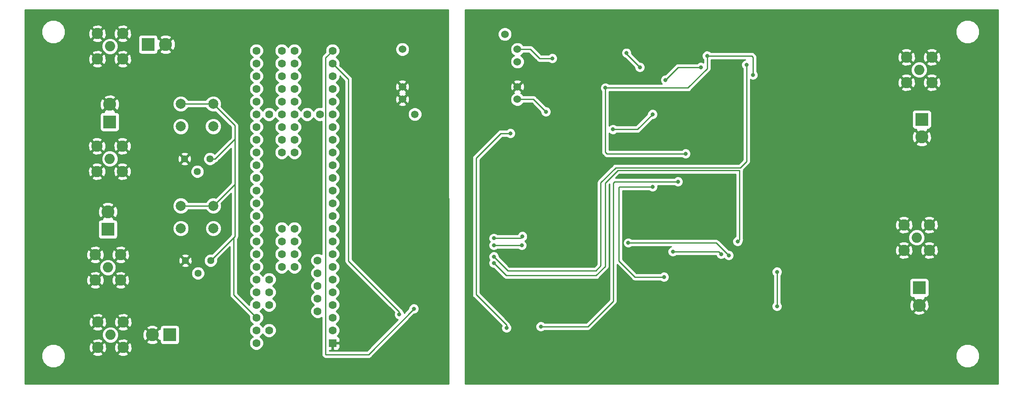
<source format=gbl>
G04 #@! TF.GenerationSoftware,KiCad,Pcbnew,5.0.0-fee4fd1~66~ubuntu18.04.1*
G04 #@! TF.CreationDate,2018-10-14T12:51:31+03:00*
G04 #@! TF.ProjectId,microstim,6D6963726F7374696D2E6B696361645F,rev?*
G04 #@! TF.SameCoordinates,Original*
G04 #@! TF.FileFunction,Copper,L2,Bot,Signal*
G04 #@! TF.FilePolarity,Positive*
%FSLAX46Y46*%
G04 Gerber Fmt 4.6, Leading zero omitted, Abs format (unit mm)*
G04 Created by KiCad (PCBNEW 5.0.0-fee4fd1~66~ubuntu18.04.1) date Sun Oct 14 12:51:31 2018*
%MOMM*%
%LPD*%
G01*
G04 APERTURE LIST*
G04 #@! TA.AperFunction,ComponentPad*
%ADD10C,2.050000*%
G04 #@! TD*
G04 #@! TA.AperFunction,ComponentPad*
%ADD11C,2.250000*%
G04 #@! TD*
G04 #@! TA.AperFunction,ComponentPad*
%ADD12C,2.600000*%
G04 #@! TD*
G04 #@! TA.AperFunction,ComponentPad*
%ADD13R,2.600000X2.600000*%
G04 #@! TD*
G04 #@! TA.AperFunction,ComponentPad*
%ADD14C,1.440000*%
G04 #@! TD*
G04 #@! TA.AperFunction,ComponentPad*
%ADD15C,2.000000*%
G04 #@! TD*
G04 #@! TA.AperFunction,ComponentPad*
%ADD16C,1.600000*%
G04 #@! TD*
G04 #@! TA.AperFunction,ComponentPad*
%ADD17R,1.600000X1.600000*%
G04 #@! TD*
G04 #@! TA.AperFunction,ComponentPad*
%ADD18C,1.524000*%
G04 #@! TD*
G04 #@! TA.AperFunction,ComponentPad*
%ADD19C,1.500000*%
G04 #@! TD*
G04 #@! TA.AperFunction,ViaPad*
%ADD20C,0.800000*%
G04 #@! TD*
G04 #@! TA.AperFunction,Conductor*
%ADD21C,0.250000*%
G04 #@! TD*
G04 #@! TA.AperFunction,Conductor*
%ADD22C,0.254000*%
G04 #@! TD*
G04 APERTURE END LIST*
D10*
G04 #@! TO.P,J1,1*
G04 #@! TO.N,TRIG0*
X77394776Y-29604504D03*
D11*
G04 #@! TO.P,J1,2*
G04 #@! TO.N,GND*
X79934776Y-32144504D03*
X79934776Y-27064504D03*
X74854776Y-27064504D03*
X74854776Y-32144504D03*
G04 #@! TD*
G04 #@! TO.P,J2,2*
G04 #@! TO.N,GND*
X79515000Y-76322112D03*
X74435000Y-76322112D03*
X74435000Y-71242112D03*
X79515000Y-71242112D03*
D10*
G04 #@! TO.P,J2,1*
G04 #@! TO.N,AIN0*
X76975000Y-73782112D03*
G04 #@! TD*
D12*
G04 #@! TO.P,J3,2*
G04 #@! TO.N,GND*
X88514776Y-29223504D03*
D13*
G04 #@! TO.P,J3,1*
G04 #@! TO.N,TRIG0*
X85014776Y-29223504D03*
G04 #@! TD*
D12*
G04 #@! TO.P,J4,2*
G04 #@! TO.N,GND*
X76975000Y-62662112D03*
D13*
G04 #@! TO.P,J4,1*
G04 #@! TO.N,AIN0*
X76975000Y-66162112D03*
G04 #@! TD*
D10*
G04 #@! TO.P,J5,1*
G04 #@! TO.N,TRIG1*
X77470000Y-87249000D03*
D11*
G04 #@! TO.P,J5,2*
G04 #@! TO.N,GND*
X74930000Y-84709000D03*
X74930000Y-89789000D03*
X80010000Y-89789000D03*
X80010000Y-84709000D03*
G04 #@! TD*
G04 #@! TO.P,J6,2*
G04 #@! TO.N,GND*
X79883000Y-54610000D03*
X74803000Y-54610000D03*
X74803000Y-49530000D03*
X79883000Y-49530000D03*
D10*
G04 #@! TO.P,J6,1*
G04 #@! TO.N,AIN1*
X77343000Y-52070000D03*
G04 #@! TD*
D13*
G04 #@! TO.P,J7,1*
G04 #@! TO.N,TRIG1*
X89352000Y-87249000D03*
D12*
G04 #@! TO.P,J7,2*
G04 #@! TO.N,GND*
X85852000Y-87249000D03*
G04 #@! TD*
D13*
G04 #@! TO.P,J8,1*
G04 #@! TO.N,AIN1*
X77343000Y-44704000D03*
D12*
G04 #@! TO.P,J8,2*
G04 #@! TO.N,GND*
X77343000Y-41204000D03*
G04 #@! TD*
D13*
G04 #@! TO.P,J9,1*
G04 #@! TO.N,IOUT0*
X239776000Y-44196000D03*
D12*
G04 #@! TO.P,J9,2*
G04 #@! TO.N,GNDREF*
X239776000Y-47696000D03*
G04 #@! TD*
D10*
G04 #@! TO.P,J10,1*
G04 #@! TO.N,IOUT0*
X239268000Y-34290000D03*
D11*
G04 #@! TO.P,J10,2*
G04 #@! TO.N,GNDREF*
X241808000Y-36830000D03*
X241808000Y-31750000D03*
X236728000Y-31750000D03*
X236728000Y-36830000D03*
G04 #@! TD*
G04 #@! TO.P,J12,2*
G04 #@! TO.N,GNDREF*
X236220000Y-70358000D03*
X236220000Y-65278000D03*
X241300000Y-65278000D03*
X241300000Y-70358000D03*
D10*
G04 #@! TO.P,J12,1*
G04 #@! TO.N,IOUT1*
X238760000Y-67818000D03*
G04 #@! TD*
D14*
G04 #@! TO.P,RV1,1*
G04 #@! TO.N,+3V3*
X97536000Y-72390000D03*
G04 #@! TO.P,RV1,2*
G04 #@! TO.N,Net-(RV1-Pad2)*
X94996000Y-74930000D03*
G04 #@! TO.P,RV1,3*
G04 #@! TO.N,GND*
X92456000Y-72390000D03*
G04 #@! TD*
D15*
G04 #@! TO.P,SW1,2*
G04 #@! TO.N,Net-(SW1-Pad2)*
X91544000Y-45593000D03*
G04 #@! TO.P,SW1,1*
G04 #@! TO.N,+3V3*
X91544000Y-41093000D03*
G04 #@! TO.P,SW1,2*
G04 #@! TO.N,Net-(SW1-Pad2)*
X98044000Y-45593000D03*
G04 #@! TO.P,SW1,1*
G04 #@! TO.N,+3V3*
X98044000Y-41093000D03*
G04 #@! TD*
G04 #@! TO.P,SW2,1*
G04 #@! TO.N,+3V3*
X98067000Y-61468000D03*
G04 #@! TO.P,SW2,2*
G04 #@! TO.N,Net-(SW2-Pad2)*
X98067000Y-65968000D03*
G04 #@! TO.P,SW2,1*
G04 #@! TO.N,+3V3*
X91567000Y-61468000D03*
G04 #@! TO.P,SW2,2*
G04 #@! TO.N,Net-(SW2-Pad2)*
X91567000Y-65968000D03*
G04 #@! TD*
D16*
G04 #@! TO.P,U1,17*
G04 #@! TO.N,Net-(U1-Pad17)*
X121920000Y-48260000D03*
G04 #@! TO.P,U1,18*
G04 #@! TO.N,Net-(U1-Pad18)*
X121920000Y-45720000D03*
G04 #@! TO.P,U1,19*
G04 #@! TO.N,Net-(U1-Pad19)*
X121920000Y-43180000D03*
G04 #@! TO.P,U1,20*
G04 #@! TO.N,Net-(U1-Pad20)*
X121920000Y-40640000D03*
G04 #@! TO.P,U1,16*
G04 #@! TO.N,Net-(U1-Pad16)*
X121920000Y-50800000D03*
G04 #@! TO.P,U1,15*
G04 #@! TO.N,+3V3*
X121920000Y-53340000D03*
G04 #@! TO.P,U1,14*
G04 #@! TO.N,Net-(U1-Pad14)*
X121920000Y-55880000D03*
G04 #@! TO.P,U1,21*
G04 #@! TO.N,Net-(U1-Pad21)*
X121920000Y-38100000D03*
G04 #@! TO.P,U1,22*
G04 #@! TO.N,Net-(U1-Pad22)*
X121920000Y-35560000D03*
G04 #@! TO.P,U1,23*
G04 #@! TO.N,CS2*
X121920000Y-33020000D03*
G04 #@! TO.P,U1,24*
G04 #@! TO.N,SCK2*
X121920000Y-30480000D03*
G04 #@! TO.P,U1,25*
G04 #@! TO.N,Net-(U1-Pad25)*
X119380000Y-43180000D03*
G04 #@! TO.P,U1,26*
G04 #@! TO.N,Net-(U1-Pad26)*
X116840000Y-43180000D03*
G04 #@! TO.P,U1,27*
G04 #@! TO.N,Net-(U1-Pad27)*
X114300000Y-43180000D03*
G04 #@! TO.P,U1,28*
G04 #@! TO.N,Net-(U1-Pad28)*
X111760000Y-43180000D03*
G04 #@! TO.P,U1,29*
G04 #@! TO.N,Net-(U1-Pad29)*
X109220000Y-43180000D03*
G04 #@! TO.P,U1,30*
G04 #@! TO.N,TRIG0*
X106680000Y-30480000D03*
G04 #@! TO.P,U1,31*
G04 #@! TO.N,AIN1*
X106680000Y-33020000D03*
G04 #@! TO.P,U1,32*
G04 #@! TO.N,AIN0*
X106680000Y-35560000D03*
G04 #@! TO.P,U1,33*
G04 #@! TO.N,TRIG1*
X106680000Y-38100000D03*
G04 #@! TO.P,U1,34*
G04 #@! TO.N,Net-(U1-Pad34)*
X106680000Y-40640000D03*
G04 #@! TO.P,U1,35*
G04 #@! TO.N,Net-(U1-Pad35)*
X106680000Y-43180000D03*
G04 #@! TO.P,U1,36*
G04 #@! TO.N,Net-(U1-Pad36)*
X106680000Y-45720000D03*
G04 #@! TO.P,U1,37*
G04 #@! TO.N,Net-(U1-Pad37)*
X106680000Y-48260000D03*
G04 #@! TO.P,U1,13*
G04 #@! TO.N,MOSI*
X121920000Y-58420000D03*
G04 #@! TO.P,U1,12*
G04 #@! TO.N,SS*
X121920000Y-60960000D03*
G04 #@! TO.P,U1,11*
G04 #@! TO.N,NLDAC*
X121920000Y-63500000D03*
G04 #@! TO.P,U1,10*
G04 #@! TO.N,OE0*
X121920000Y-66040000D03*
G04 #@! TO.P,U1,9*
G04 #@! TO.N,OE1*
X121920000Y-68580000D03*
G04 #@! TO.P,U1,8*
G04 #@! TO.N,Net-(U1-Pad8)*
X121920000Y-71120000D03*
G04 #@! TO.P,U1,7*
G04 #@! TO.N,Net-(U1-Pad7)*
X121920000Y-73660000D03*
G04 #@! TO.P,U1,6*
G04 #@! TO.N,Net-(U1-Pad6)*
X121920000Y-76200000D03*
G04 #@! TO.P,U1,5*
G04 #@! TO.N,Net-(U1-Pad5)*
X121920000Y-78740000D03*
G04 #@! TO.P,U1,4*
G04 #@! TO.N,Net-(U1-Pad4)*
X121920000Y-81280000D03*
G04 #@! TO.P,U1,3*
G04 #@! TO.N,MISO2*
X121920000Y-83820000D03*
G04 #@! TO.P,U1,2*
G04 #@! TO.N,MOSI2*
X121920000Y-86360000D03*
D17*
G04 #@! TO.P,U1,1*
G04 #@! TO.N,GND*
X121920000Y-88900000D03*
D16*
G04 #@! TO.P,U1,38*
G04 #@! TO.N,Net-(U1-Pad38)*
X106680000Y-50800000D03*
G04 #@! TO.P,U1,39*
G04 #@! TO.N,Net-(U1-Pad39)*
X106680000Y-53340000D03*
G04 #@! TO.P,U1,40*
G04 #@! TO.N,SCK0*
X106680000Y-55880000D03*
G04 #@! TO.P,U1,41*
G04 #@! TO.N,Net-(SW1-Pad2)*
X106680000Y-58420000D03*
G04 #@! TO.P,U1,42*
G04 #@! TO.N,Net-(RV4-Pad2)*
X106680000Y-60960000D03*
G04 #@! TO.P,U1,43*
G04 #@! TO.N,Net-(SW2-Pad2)*
X106680000Y-63500000D03*
G04 #@! TO.P,U1,44*
G04 #@! TO.N,Net-(RV1-Pad2)*
X106680000Y-66040000D03*
G04 #@! TO.P,U1,45*
G04 #@! TO.N,Net-(U1-Pad45)*
X106680000Y-68580000D03*
G04 #@! TO.P,U1,46*
G04 #@! TO.N,Net-(U1-Pad46)*
X106680000Y-71120000D03*
G04 #@! TO.P,U1,47*
G04 #@! TO.N,Net-(U1-Pad47)*
X106680000Y-73660000D03*
G04 #@! TO.P,U1,48*
G04 #@! TO.N,Net-(U1-Pad48)*
X106680000Y-76200000D03*
G04 #@! TO.P,U1,49*
G04 #@! TO.N,Net-(U1-Pad49)*
X106680000Y-78740000D03*
G04 #@! TO.P,U1,50*
G04 #@! TO.N,Net-(U1-Pad50)*
X106680000Y-81280000D03*
G04 #@! TO.P,U1,51*
G04 #@! TO.N,+3V3*
X106680000Y-83820000D03*
G04 #@! TO.P,U1,52*
G04 #@! TO.N,Net-(U1-Pad52)*
X106680000Y-86360000D03*
G04 #@! TO.P,U1,53*
G04 #@! TO.N,Net-(U1-Pad53)*
X106680000Y-88900000D03*
G04 #@! TO.P,U1,54*
G04 #@! TO.N,VUSB*
X109220000Y-86360000D03*
G04 #@! TO.P,U1,55*
G04 #@! TO.N,Net-(U1-Pad55)*
X109220000Y-81280000D03*
G04 #@! TO.P,U1,56*
G04 #@! TO.N,Net-(U1-Pad56)*
X109220000Y-78740000D03*
G04 #@! TO.P,U1,57*
G04 #@! TO.N,Net-(U1-Pad57)*
X109220000Y-76200000D03*
G04 #@! TO.P,U1,63*
G04 #@! TO.N,Net-(U1-Pad63)*
X114300000Y-73660000D03*
G04 #@! TO.P,U1,64*
G04 #@! TO.N,Net-(U1-Pad64)*
X114300000Y-71120000D03*
G04 #@! TO.P,U1,65*
G04 #@! TO.N,Net-(U1-Pad65)*
X114300000Y-68580000D03*
G04 #@! TO.P,U1,66*
G04 #@! TO.N,Net-(U1-Pad66)*
X114300000Y-66040000D03*
G04 #@! TO.P,U1,67*
G04 #@! TO.N,Net-(U1-Pad67)*
X114300000Y-50800000D03*
G04 #@! TO.P,U1,68*
G04 #@! TO.N,Net-(U1-Pad68)*
X114300000Y-48260000D03*
G04 #@! TO.P,U1,69*
G04 #@! TO.N,Net-(U1-Pad69)*
X114300000Y-45720000D03*
G04 #@! TO.P,U1,70*
G04 #@! TO.N,Net-(U1-Pad70)*
X114300000Y-40640000D03*
G04 #@! TO.P,U1,71*
G04 #@! TO.N,Net-(U1-Pad71)*
X114300000Y-38100000D03*
G04 #@! TO.P,U1,72*
G04 #@! TO.N,Net-(U1-Pad72)*
X114300000Y-35560000D03*
G04 #@! TO.P,U1,73*
G04 #@! TO.N,Net-(U1-Pad73)*
X114300000Y-33020000D03*
G04 #@! TO.P,U1,74*
G04 #@! TO.N,Net-(U1-Pad74)*
X114300000Y-30480000D03*
G04 #@! TO.P,U1,75*
G04 #@! TO.N,Net-(U1-Pad75)*
X111760000Y-30480000D03*
G04 #@! TO.P,U1,76*
G04 #@! TO.N,Net-(U1-Pad76)*
X111760000Y-33020000D03*
G04 #@! TO.P,U1,77*
G04 #@! TO.N,Net-(U1-Pad77)*
X111760000Y-35560000D03*
G04 #@! TO.P,U1,78*
G04 #@! TO.N,Net-(U1-Pad78)*
X111760000Y-38100000D03*
G04 #@! TO.P,U1,79*
G04 #@! TO.N,Net-(U1-Pad79)*
X111760000Y-40640000D03*
G04 #@! TO.P,U1,80*
G04 #@! TO.N,Net-(U1-Pad80)*
X111760000Y-45720000D03*
G04 #@! TO.P,U1,81*
G04 #@! TO.N,Net-(U1-Pad81)*
X111760000Y-48260000D03*
G04 #@! TO.P,U1,82*
G04 #@! TO.N,Net-(U1-Pad82)*
X111760000Y-50800000D03*
G04 #@! TO.P,U1,83*
G04 #@! TO.N,Net-(U1-Pad83)*
X111760000Y-66040000D03*
G04 #@! TO.P,U1,84*
G04 #@! TO.N,Net-(U1-Pad84)*
X111760000Y-68580000D03*
G04 #@! TO.P,U1,85*
G04 #@! TO.N,Net-(U1-Pad85)*
X111760000Y-71120000D03*
G04 #@! TO.P,U1,86*
G04 #@! TO.N,Net-(U1-Pad86)*
X111760000Y-73660000D03*
G04 #@! TO.P,U1,58*
G04 #@! TO.N,Net-(U1-Pad58)*
X118920000Y-82550000D03*
G04 #@! TO.P,U1,59*
G04 #@! TO.N,Net-(U1-Pad59)*
X118920000Y-80010000D03*
G04 #@! TO.P,U1,60*
G04 #@! TO.N,Net-(U1-Pad60)*
X118920000Y-77470000D03*
G04 #@! TO.P,U1,61*
G04 #@! TO.N,Net-(U1-Pad61)*
X118920000Y-74930000D03*
G04 #@! TO.P,U1,62*
G04 #@! TO.N,Net-(U1-Pad62)*
X118920000Y-72390000D03*
G04 #@! TD*
D18*
G04 #@! TO.P,U2,3*
G04 #@! TO.N,GND*
X135890000Y-40180000D03*
G04 #@! TO.P,U2,2*
X135890000Y-37680000D03*
G04 #@! TO.P,U2,1*
G04 #@! TO.N,VUSB*
X135890000Y-30180000D03*
D19*
G04 #@! TO.P,U2,a*
G04 #@! TO.N,N/C*
X138390000Y-43180000D03*
D18*
X156390000Y-27180000D03*
G04 #@! TO.P,U2,7*
G04 #@! TO.N,+15V*
X158890000Y-30180000D03*
G04 #@! TO.P,U2,6*
G04 #@! TO.N,-15V*
X158890000Y-32680000D03*
G04 #@! TO.P,U2,5*
G04 #@! TO.N,GNDREF*
X158890000Y-37680000D03*
G04 #@! TO.P,U2,4*
G04 #@! TO.N,-15V*
X158890000Y-40180000D03*
G04 #@! TD*
D14*
G04 #@! TO.P,RV4,1*
G04 #@! TO.N,+3V3*
X97409000Y-52070000D03*
G04 #@! TO.P,RV4,2*
G04 #@! TO.N,Net-(RV4-Pad2)*
X94869000Y-54610000D03*
G04 #@! TO.P,RV4,3*
G04 #@! TO.N,GND*
X92329000Y-52070000D03*
G04 #@! TD*
D13*
G04 #@! TO.P,J11,1*
G04 #@! TO.N,IOUT1*
X239268000Y-77851000D03*
D12*
G04 #@! TO.P,J11,2*
G04 #@! TO.N,GNDREF*
X239268000Y-81351000D03*
G04 #@! TD*
D20*
G04 #@! TO.N,+5V*
X181076500Y-68859500D03*
X201168000Y-71374000D03*
G04 #@! TO.N,GNDREF*
X232410000Y-35560000D03*
X160528000Y-77216000D03*
X173482000Y-77216000D03*
X163830000Y-83566000D03*
X173482000Y-64770000D03*
X181102000Y-47752000D03*
X167132000Y-77216000D03*
X196596000Y-74930000D03*
X196088000Y-37846000D03*
X202107800Y-51079400D03*
X163652200Y-67614800D03*
X185191400Y-85496400D03*
X160782000Y-87452200D03*
X163779200Y-26009600D03*
X198170800Y-32588200D03*
X197993000Y-26035000D03*
X183946800Y-27508200D03*
G04 #@! TO.N,+15V*
X165862000Y-32004000D03*
G04 #@! TO.N,+12V*
X176492330Y-37883670D03*
X196850000Y-31496000D03*
X205994000Y-35306000D03*
X192532000Y-51054000D03*
X210820000Y-81534000D03*
X210820000Y-74676000D03*
G04 #@! TO.N,GND*
X136398000Y-60452000D03*
X126111000Y-88265000D03*
X125476000Y-78105000D03*
X135001000Y-78105000D03*
G04 #@! TO.N,SSi*
X154178000Y-67945000D03*
X159893000Y-67564000D03*
G04 #@! TO.N,SCK0i*
X154178000Y-69342000D03*
X159766000Y-69342000D03*
G04 #@! TO.N,OE0i*
X154178000Y-71628000D03*
X204724000Y-33274000D03*
G04 #@! TO.N,OE1i*
X202946000Y-68580000D03*
X154178000Y-72898000D03*
G04 #@! TO.N,-15V*
X164592000Y-42672000D03*
G04 #@! TO.N,-12V*
X157480000Y-46990000D03*
X156718000Y-85852000D03*
X178028500Y-46202500D03*
X185928000Y-43180000D03*
X195580000Y-33782000D03*
X188493500Y-36322000D03*
X199644000Y-71120000D03*
X189992000Y-70612000D03*
X188214000Y-75692000D03*
X185928000Y-57658000D03*
G04 #@! TO.N,CS2*
X135255000Y-83185000D03*
G04 #@! TO.N,SCK2*
X138176000Y-82042000D03*
G04 #@! TO.N,ISENSE0*
X163576000Y-85598000D03*
X191008000Y-56642000D03*
G04 #@! TO.N,2.5V*
X183388000Y-33782000D03*
X180695600Y-30911800D03*
G04 #@! TD*
D21*
G04 #@! TO.N,+5V*
X181076500Y-68859500D02*
X198653500Y-68859500D01*
X198653500Y-68859500D02*
X201168000Y-71374000D01*
G04 #@! TO.N,+15V*
X158890000Y-30180000D02*
X161498000Y-30180000D01*
X161498000Y-30180000D02*
X163322000Y-32004000D01*
X163322000Y-32004000D02*
X165862000Y-32004000D01*
G04 #@! TO.N,+12V*
X193002330Y-37883670D02*
X196850000Y-34036000D01*
X196850000Y-34036000D02*
X196850000Y-31496000D01*
X176492330Y-37883670D02*
X185674000Y-37883670D01*
X185674000Y-37883670D02*
X193002330Y-37883670D01*
X176492330Y-37883670D02*
X176492330Y-50762330D01*
X176784000Y-51054000D02*
X187452000Y-51054000D01*
X176492330Y-50762330D02*
X176784000Y-51054000D01*
X187452000Y-51054000D02*
X187198000Y-51054000D01*
X191008000Y-51054000D02*
X187452000Y-51054000D01*
X191008000Y-51054000D02*
X192532000Y-51054000D01*
X210820000Y-81534000D02*
X210820000Y-74676000D01*
X205994000Y-31750000D02*
X205994000Y-35306000D01*
X196850000Y-31496000D02*
X205740000Y-31496000D01*
X205740000Y-31496000D02*
X205994000Y-31750000D01*
G04 #@! TO.N,+3V3*
X102362000Y-45411000D02*
X98044000Y-41093000D01*
X102362000Y-48147002D02*
X102362000Y-45411000D01*
X98044000Y-41093000D02*
X91544000Y-41093000D01*
X91567000Y-61468000D02*
X98067000Y-61468000D01*
X99066999Y-60468001D02*
X99066999Y-60445001D01*
X99066999Y-60445001D02*
X102362000Y-57150000D01*
X98067000Y-61468000D02*
X99066999Y-60468001D01*
X102350231Y-48147002D02*
X102362000Y-48147002D01*
X98427233Y-52070000D02*
X102350231Y-48147002D01*
X97409000Y-52070000D02*
X98427233Y-52070000D01*
X102362000Y-67564000D02*
X102362000Y-56261000D01*
X97536000Y-72390000D02*
X102362000Y-67564000D01*
X102362000Y-56261000D02*
X102362000Y-48147002D01*
X102362000Y-57150000D02*
X102362000Y-56261000D01*
X102108000Y-67818000D02*
X102362000Y-67564000D01*
X102108000Y-79248000D02*
X102108000Y-67818000D01*
X106680000Y-83820000D02*
X102108000Y-79248000D01*
G04 #@! TO.N,SSi*
X159512000Y-67945000D02*
X159893000Y-67564000D01*
X154178000Y-67945000D02*
X159512000Y-67945000D01*
G04 #@! TO.N,SCK0i*
X154743685Y-69342000D02*
X159766000Y-69342000D01*
X154178000Y-69342000D02*
X154743685Y-69342000D01*
G04 #@! TO.N,OE0i*
X156972000Y-74422000D02*
X154178000Y-71628000D01*
X175564800Y-73456800D02*
X174599600Y-74422000D01*
X204724000Y-52578000D02*
X203454000Y-53848000D01*
X178562000Y-53848000D02*
X175539400Y-56870600D01*
X204724000Y-33274000D02*
X204724000Y-52578000D01*
X174599600Y-74422000D02*
X156972000Y-74422000D01*
X203454000Y-53848000D02*
X178562000Y-53848000D01*
X175539400Y-56870600D02*
X175564800Y-56896000D01*
X175564800Y-56896000D02*
X175564800Y-73456800D01*
G04 #@! TO.N,OE1i*
X156692600Y-75412600D02*
X154178000Y-72898000D01*
X174625000Y-75412600D02*
X156692600Y-75412600D01*
X176453800Y-73583800D02*
X174625000Y-75412600D01*
X203345999Y-68180001D02*
X203345999Y-56025999D01*
X202946000Y-68580000D02*
X203345999Y-68180001D01*
X178993800Y-54356000D02*
X176453800Y-56896000D01*
X203345999Y-56025999D02*
X203352400Y-54356000D01*
X203352400Y-54356000D02*
X178993800Y-54356000D01*
X176453800Y-56896000D02*
X176453800Y-73583800D01*
G04 #@! TO.N,-15V*
X158890000Y-40180000D02*
X162100000Y-40180000D01*
X162100000Y-40180000D02*
X164592000Y-42672000D01*
G04 #@! TO.N,-12V*
X155576410Y-46990000D02*
X150622000Y-51944410D01*
X150622000Y-51944410D02*
X150622000Y-79190315D01*
X150622000Y-79190315D02*
X156718000Y-85286315D01*
X157480000Y-46990000D02*
X155576410Y-46990000D01*
X156718000Y-85286315D02*
X156718000Y-85852000D01*
X182905500Y-46202500D02*
X178028500Y-46202500D01*
X185928000Y-43180000D02*
X182905500Y-46202500D01*
X191033500Y-33782000D02*
X188493500Y-36322000D01*
X195580000Y-33782000D02*
X191033500Y-33782000D01*
X199644000Y-71120000D02*
X199136000Y-70612000D01*
X199136000Y-70612000D02*
X189992000Y-70612000D01*
X179324000Y-57658000D02*
X185928000Y-57658000D01*
X179178001Y-57803999D02*
X179324000Y-57658000D01*
X179178001Y-72498001D02*
X179178001Y-57803999D01*
X182372000Y-75692000D02*
X179178001Y-72498001D01*
X188214000Y-75692000D02*
X182372000Y-75692000D01*
G04 #@! TO.N,CS2*
X135255000Y-82619315D02*
X125095000Y-72459315D01*
X135255000Y-83185000D02*
X135255000Y-82619315D01*
X125095000Y-36195000D02*
X121920000Y-33020000D01*
X125095000Y-72459315D02*
X125095000Y-36195000D01*
G04 #@! TO.N,SCK2*
X129159000Y-91186000D02*
X138176000Y-82042000D01*
X121920000Y-30480000D02*
X120505001Y-31894999D01*
X120505001Y-31894999D02*
X120505001Y-89670003D01*
X120505001Y-89670003D02*
X120523000Y-91186000D01*
X120523000Y-91186000D02*
X129159000Y-91186000D01*
G04 #@! TO.N,ISENSE0*
X178054000Y-56896000D02*
X178308000Y-56642000D01*
X163576000Y-85598000D02*
X172974000Y-85598000D01*
X178308000Y-56642000D02*
X191008000Y-56642000D01*
X178054000Y-80518000D02*
X178054000Y-56896000D01*
X172974000Y-85598000D02*
X178054000Y-80518000D01*
G04 #@! TO.N,2.5V*
X183388000Y-33782000D02*
X180594000Y-30988000D01*
X180594000Y-30988000D02*
X180594000Y-30734000D01*
G04 #@! TD*
D22*
G04 #@! TO.N,GNDREF*
G36*
X255068000Y-97080000D02*
X148463000Y-97080000D01*
X148463000Y-90965594D01*
X246535000Y-90965594D01*
X246535000Y-91914406D01*
X246898095Y-92790994D01*
X247569006Y-93461905D01*
X248445594Y-93825000D01*
X249394406Y-93825000D01*
X250270994Y-93461905D01*
X250941905Y-92790994D01*
X251305000Y-91914406D01*
X251305000Y-90965594D01*
X250941905Y-90089006D01*
X250270994Y-89418095D01*
X249394406Y-89055000D01*
X248445594Y-89055000D01*
X247569006Y-89418095D01*
X246898095Y-90089006D01*
X246535000Y-90965594D01*
X148463000Y-90965594D01*
X148463000Y-51944410D01*
X149847112Y-51944410D01*
X149862000Y-52019257D01*
X149862001Y-79115463D01*
X149847112Y-79190315D01*
X149862001Y-79265167D01*
X149906097Y-79486852D01*
X150074072Y-79738244D01*
X150137528Y-79780644D01*
X155776728Y-85419845D01*
X155683000Y-85646126D01*
X155683000Y-86057874D01*
X155840569Y-86438280D01*
X156131720Y-86729431D01*
X156512126Y-86887000D01*
X156923874Y-86887000D01*
X157304280Y-86729431D01*
X157595431Y-86438280D01*
X157753000Y-86057874D01*
X157753000Y-85646126D01*
X157595431Y-85265720D01*
X157462314Y-85132603D01*
X157433904Y-84989778D01*
X157265929Y-84738386D01*
X157202473Y-84695986D01*
X151382000Y-78875514D01*
X151382000Y-71422126D01*
X153143000Y-71422126D01*
X153143000Y-71833874D01*
X153300569Y-72214280D01*
X153349289Y-72263000D01*
X153300569Y-72311720D01*
X153143000Y-72692126D01*
X153143000Y-73103874D01*
X153300569Y-73484280D01*
X153591720Y-73775431D01*
X153972126Y-73933000D01*
X154138199Y-73933000D01*
X156102273Y-75897076D01*
X156144671Y-75960529D01*
X156208124Y-76002927D01*
X156208126Y-76002929D01*
X156333502Y-76086702D01*
X156396063Y-76128504D01*
X156617748Y-76172600D01*
X156617752Y-76172600D01*
X156692599Y-76187488D01*
X156767446Y-76172600D01*
X174550153Y-76172600D01*
X174625000Y-76187488D01*
X174699847Y-76172600D01*
X174699852Y-76172600D01*
X174921537Y-76128504D01*
X175172929Y-75960529D01*
X175215331Y-75897070D01*
X176938273Y-74174129D01*
X177001729Y-74131729D01*
X177128988Y-73941273D01*
X177169704Y-73880338D01*
X177190571Y-73775431D01*
X177213800Y-73658652D01*
X177213800Y-73658648D01*
X177228688Y-73583800D01*
X177213800Y-73508952D01*
X177213800Y-57210801D01*
X177294001Y-57130600D01*
X177294000Y-80203198D01*
X172659199Y-84838000D01*
X164279711Y-84838000D01*
X164162280Y-84720569D01*
X163781874Y-84563000D01*
X163370126Y-84563000D01*
X162989720Y-84720569D01*
X162698569Y-85011720D01*
X162541000Y-85392126D01*
X162541000Y-85803874D01*
X162698569Y-86184280D01*
X162989720Y-86475431D01*
X163370126Y-86633000D01*
X163781874Y-86633000D01*
X164162280Y-86475431D01*
X164279711Y-86358000D01*
X172899153Y-86358000D01*
X172974000Y-86372888D01*
X173048847Y-86358000D01*
X173048852Y-86358000D01*
X173270537Y-86313904D01*
X173521929Y-86145929D01*
X173564331Y-86082470D01*
X176926342Y-82720459D01*
X238078146Y-82720459D01*
X238213504Y-83018455D01*
X238931880Y-83295066D01*
X239701427Y-83275710D01*
X240322496Y-83018455D01*
X240457854Y-82720459D01*
X239268000Y-81530605D01*
X238078146Y-82720459D01*
X176926342Y-82720459D01*
X178538473Y-81108329D01*
X178601929Y-81065929D01*
X178769904Y-80814537D01*
X178814000Y-80592852D01*
X178814000Y-80592847D01*
X178828888Y-80518000D01*
X178814000Y-80443153D01*
X178814000Y-73208801D01*
X181781671Y-76176473D01*
X181824071Y-76239929D01*
X181887527Y-76282329D01*
X182075462Y-76407904D01*
X182123605Y-76417480D01*
X182297148Y-76452000D01*
X182297152Y-76452000D01*
X182372000Y-76466888D01*
X182446848Y-76452000D01*
X187510289Y-76452000D01*
X187627720Y-76569431D01*
X188008126Y-76727000D01*
X188419874Y-76727000D01*
X188800280Y-76569431D01*
X189091431Y-76278280D01*
X189249000Y-75897874D01*
X189249000Y-75486126D01*
X189091431Y-75105720D01*
X188800280Y-74814569D01*
X188419874Y-74657000D01*
X188008126Y-74657000D01*
X187627720Y-74814569D01*
X187510289Y-74932000D01*
X182686802Y-74932000D01*
X182224928Y-74470126D01*
X209785000Y-74470126D01*
X209785000Y-74881874D01*
X209942569Y-75262280D01*
X210060001Y-75379712D01*
X210060000Y-80830289D01*
X209942569Y-80947720D01*
X209785000Y-81328126D01*
X209785000Y-81739874D01*
X209942569Y-82120280D01*
X210233720Y-82411431D01*
X210614126Y-82569000D01*
X211025874Y-82569000D01*
X211406280Y-82411431D01*
X211697431Y-82120280D01*
X211855000Y-81739874D01*
X211855000Y-81328126D01*
X211725250Y-81014880D01*
X237323934Y-81014880D01*
X237343290Y-81784427D01*
X237600545Y-82405496D01*
X237898541Y-82540854D01*
X239088395Y-81351000D01*
X239447605Y-81351000D01*
X240637459Y-82540854D01*
X240935455Y-82405496D01*
X241212066Y-81687120D01*
X241192710Y-80917573D01*
X240935455Y-80296504D01*
X240637459Y-80161146D01*
X239447605Y-81351000D01*
X239088395Y-81351000D01*
X237898541Y-80161146D01*
X237600545Y-80296504D01*
X237323934Y-81014880D01*
X211725250Y-81014880D01*
X211697431Y-80947720D01*
X211580000Y-80830289D01*
X211580000Y-76551000D01*
X237320560Y-76551000D01*
X237320560Y-79151000D01*
X237369843Y-79398765D01*
X237510191Y-79608809D01*
X237720235Y-79749157D01*
X237968000Y-79798440D01*
X238161316Y-79798440D01*
X238078146Y-79981541D01*
X239268000Y-81171395D01*
X240457854Y-79981541D01*
X240374684Y-79798440D01*
X240568000Y-79798440D01*
X240815765Y-79749157D01*
X241025809Y-79608809D01*
X241166157Y-79398765D01*
X241215440Y-79151000D01*
X241215440Y-76551000D01*
X241166157Y-76303235D01*
X241025809Y-76093191D01*
X240815765Y-75952843D01*
X240568000Y-75903560D01*
X237968000Y-75903560D01*
X237720235Y-75952843D01*
X237510191Y-76093191D01*
X237369843Y-76303235D01*
X237320560Y-76551000D01*
X211580000Y-76551000D01*
X211580000Y-75379711D01*
X211697431Y-75262280D01*
X211855000Y-74881874D01*
X211855000Y-74470126D01*
X211697431Y-74089720D01*
X211406280Y-73798569D01*
X211025874Y-73641000D01*
X210614126Y-73641000D01*
X210233720Y-73798569D01*
X209942569Y-74089720D01*
X209785000Y-74470126D01*
X182224928Y-74470126D01*
X179938001Y-72183200D01*
X179938001Y-68653626D01*
X180041500Y-68653626D01*
X180041500Y-69065374D01*
X180199069Y-69445780D01*
X180490220Y-69736931D01*
X180870626Y-69894500D01*
X181282374Y-69894500D01*
X181662780Y-69736931D01*
X181780211Y-69619500D01*
X189683522Y-69619500D01*
X189405720Y-69734569D01*
X189114569Y-70025720D01*
X188957000Y-70406126D01*
X188957000Y-70817874D01*
X189114569Y-71198280D01*
X189405720Y-71489431D01*
X189786126Y-71647000D01*
X190197874Y-71647000D01*
X190578280Y-71489431D01*
X190695711Y-71372000D01*
X198628106Y-71372000D01*
X198766569Y-71706280D01*
X199057720Y-71997431D01*
X199438126Y-72155000D01*
X199849874Y-72155000D01*
X200230280Y-71997431D01*
X200283792Y-71943919D01*
X200290569Y-71960280D01*
X200581720Y-72251431D01*
X200962126Y-72409000D01*
X201373874Y-72409000D01*
X201754280Y-72251431D01*
X202045431Y-71960280D01*
X202194271Y-71600947D01*
X235156658Y-71600947D01*
X235270621Y-71880773D01*
X235925629Y-72128170D01*
X236625451Y-72106075D01*
X237169379Y-71880773D01*
X237283342Y-71600947D01*
X240236658Y-71600947D01*
X240350621Y-71880773D01*
X241005629Y-72128170D01*
X241705451Y-72106075D01*
X242249379Y-71880773D01*
X242363342Y-71600947D01*
X241300000Y-70537605D01*
X240236658Y-71600947D01*
X237283342Y-71600947D01*
X236220000Y-70537605D01*
X235156658Y-71600947D01*
X202194271Y-71600947D01*
X202203000Y-71579874D01*
X202203000Y-71168126D01*
X202045431Y-70787720D01*
X201754280Y-70496569D01*
X201373874Y-70339000D01*
X201207802Y-70339000D01*
X200932431Y-70063629D01*
X234449830Y-70063629D01*
X234471925Y-70763451D01*
X234697227Y-71307379D01*
X234977053Y-71421342D01*
X236040395Y-70358000D01*
X236399605Y-70358000D01*
X237462947Y-71421342D01*
X237742773Y-71307379D01*
X237990170Y-70652371D01*
X237971583Y-70063629D01*
X239529830Y-70063629D01*
X239551925Y-70763451D01*
X239777227Y-71307379D01*
X240057053Y-71421342D01*
X241120395Y-70358000D01*
X241479605Y-70358000D01*
X242542947Y-71421342D01*
X242822773Y-71307379D01*
X243070170Y-70652371D01*
X243048075Y-69952549D01*
X242822773Y-69408621D01*
X242542947Y-69294658D01*
X241479605Y-70358000D01*
X241120395Y-70358000D01*
X240057053Y-69294658D01*
X239777227Y-69408621D01*
X239529830Y-70063629D01*
X237971583Y-70063629D01*
X237968075Y-69952549D01*
X237742773Y-69408621D01*
X237462947Y-69294658D01*
X236399605Y-70358000D01*
X236040395Y-70358000D01*
X234977053Y-69294658D01*
X234697227Y-69408621D01*
X234449830Y-70063629D01*
X200932431Y-70063629D01*
X199243831Y-68375030D01*
X199201429Y-68311571D01*
X198950037Y-68143596D01*
X198728352Y-68099500D01*
X198728347Y-68099500D01*
X198653500Y-68084612D01*
X198578653Y-68099500D01*
X181780211Y-68099500D01*
X181662780Y-67982069D01*
X181282374Y-67824500D01*
X180870626Y-67824500D01*
X180490220Y-67982069D01*
X180199069Y-68273220D01*
X180041500Y-68653626D01*
X179938001Y-68653626D01*
X179938001Y-58418000D01*
X185224289Y-58418000D01*
X185341720Y-58535431D01*
X185722126Y-58693000D01*
X186133874Y-58693000D01*
X186514280Y-58535431D01*
X186805431Y-58244280D01*
X186963000Y-57863874D01*
X186963000Y-57452126D01*
X186942237Y-57402000D01*
X190304289Y-57402000D01*
X190421720Y-57519431D01*
X190802126Y-57677000D01*
X191213874Y-57677000D01*
X191594280Y-57519431D01*
X191885431Y-57228280D01*
X192043000Y-56847874D01*
X192043000Y-56436126D01*
X191885431Y-56055720D01*
X191594280Y-55764569D01*
X191213874Y-55607000D01*
X190802126Y-55607000D01*
X190421720Y-55764569D01*
X190304289Y-55882000D01*
X178542602Y-55882000D01*
X179308603Y-55116000D01*
X202589482Y-55116000D01*
X202586286Y-55949708D01*
X202586000Y-55951147D01*
X202586000Y-56024368D01*
X202585718Y-56097937D01*
X202586000Y-56099384D01*
X202585999Y-67608841D01*
X202359720Y-67702569D01*
X202068569Y-67993720D01*
X201911000Y-68374126D01*
X201911000Y-68785874D01*
X202068569Y-69166280D01*
X202359720Y-69457431D01*
X202740126Y-69615000D01*
X203151874Y-69615000D01*
X203532280Y-69457431D01*
X203823431Y-69166280D01*
X203844649Y-69115053D01*
X235156658Y-69115053D01*
X236220000Y-70178395D01*
X237283342Y-69115053D01*
X237169379Y-68835227D01*
X236514371Y-68587830D01*
X235814549Y-68609925D01*
X235270621Y-68835227D01*
X235156658Y-69115053D01*
X203844649Y-69115053D01*
X203981000Y-68785874D01*
X203981000Y-68597618D01*
X204061903Y-68476538D01*
X204105999Y-68254853D01*
X204105999Y-68254849D01*
X204120887Y-68180002D01*
X204105999Y-68105155D01*
X204105999Y-67487806D01*
X237100000Y-67487806D01*
X237100000Y-68148194D01*
X237352720Y-68758314D01*
X237819686Y-69225280D01*
X238429806Y-69478000D01*
X239090194Y-69478000D01*
X239700314Y-69225280D01*
X239810541Y-69115053D01*
X240236658Y-69115053D01*
X241300000Y-70178395D01*
X242363342Y-69115053D01*
X242249379Y-68835227D01*
X241594371Y-68587830D01*
X240894549Y-68609925D01*
X240350621Y-68835227D01*
X240236658Y-69115053D01*
X239810541Y-69115053D01*
X240167280Y-68758314D01*
X240420000Y-68148194D01*
X240420000Y-67487806D01*
X240167280Y-66877686D01*
X239810541Y-66520947D01*
X240236658Y-66520947D01*
X240350621Y-66800773D01*
X241005629Y-67048170D01*
X241705451Y-67026075D01*
X242249379Y-66800773D01*
X242363342Y-66520947D01*
X241300000Y-65457605D01*
X240236658Y-66520947D01*
X239810541Y-66520947D01*
X239700314Y-66410720D01*
X239090194Y-66158000D01*
X238429806Y-66158000D01*
X237819686Y-66410720D01*
X237352720Y-66877686D01*
X237100000Y-67487806D01*
X204105999Y-67487806D01*
X204105999Y-66520947D01*
X235156658Y-66520947D01*
X235270621Y-66800773D01*
X235925629Y-67048170D01*
X236625451Y-67026075D01*
X237169379Y-66800773D01*
X237283342Y-66520947D01*
X236220000Y-65457605D01*
X235156658Y-66520947D01*
X204105999Y-66520947D01*
X204105999Y-64983629D01*
X234449830Y-64983629D01*
X234471925Y-65683451D01*
X234697227Y-66227379D01*
X234977053Y-66341342D01*
X236040395Y-65278000D01*
X236399605Y-65278000D01*
X237462947Y-66341342D01*
X237742773Y-66227379D01*
X237990170Y-65572371D01*
X237971583Y-64983629D01*
X239529830Y-64983629D01*
X239551925Y-65683451D01*
X239777227Y-66227379D01*
X240057053Y-66341342D01*
X241120395Y-65278000D01*
X241479605Y-65278000D01*
X242542947Y-66341342D01*
X242822773Y-66227379D01*
X243070170Y-65572371D01*
X243048075Y-64872549D01*
X242822773Y-64328621D01*
X242542947Y-64214658D01*
X241479605Y-65278000D01*
X241120395Y-65278000D01*
X240057053Y-64214658D01*
X239777227Y-64328621D01*
X239529830Y-64983629D01*
X237971583Y-64983629D01*
X237968075Y-64872549D01*
X237742773Y-64328621D01*
X237462947Y-64214658D01*
X236399605Y-65278000D01*
X236040395Y-65278000D01*
X234977053Y-64214658D01*
X234697227Y-64328621D01*
X234449830Y-64983629D01*
X204105999Y-64983629D01*
X204105999Y-64035053D01*
X235156658Y-64035053D01*
X236220000Y-65098395D01*
X237283342Y-64035053D01*
X240236658Y-64035053D01*
X241300000Y-65098395D01*
X242363342Y-64035053D01*
X242249379Y-63755227D01*
X241594371Y-63507830D01*
X240894549Y-63529925D01*
X240350621Y-63755227D01*
X240236658Y-64035053D01*
X237283342Y-64035053D01*
X237169379Y-63755227D01*
X236514371Y-63507830D01*
X235814549Y-63529925D01*
X235270621Y-63755227D01*
X235156658Y-64035053D01*
X204105999Y-64035053D01*
X204105999Y-56027323D01*
X204112113Y-54432296D01*
X204127289Y-54356000D01*
X204109621Y-54267180D01*
X205208473Y-53168329D01*
X205271929Y-53125929D01*
X205439904Y-52874537D01*
X205484000Y-52652852D01*
X205484000Y-52652848D01*
X205498888Y-52578001D01*
X205484000Y-52503154D01*
X205484000Y-49065459D01*
X238586146Y-49065459D01*
X238721504Y-49363455D01*
X239439880Y-49640066D01*
X240209427Y-49620710D01*
X240830496Y-49363455D01*
X240965854Y-49065459D01*
X239776000Y-47875605D01*
X238586146Y-49065459D01*
X205484000Y-49065459D01*
X205484000Y-47359880D01*
X237831934Y-47359880D01*
X237851290Y-48129427D01*
X238108545Y-48750496D01*
X238406541Y-48885854D01*
X239596395Y-47696000D01*
X239955605Y-47696000D01*
X241145459Y-48885854D01*
X241443455Y-48750496D01*
X241720066Y-48032120D01*
X241700710Y-47262573D01*
X241443455Y-46641504D01*
X241145459Y-46506146D01*
X239955605Y-47696000D01*
X239596395Y-47696000D01*
X238406541Y-46506146D01*
X238108545Y-46641504D01*
X237831934Y-47359880D01*
X205484000Y-47359880D01*
X205484000Y-42896000D01*
X237828560Y-42896000D01*
X237828560Y-45496000D01*
X237877843Y-45743765D01*
X238018191Y-45953809D01*
X238228235Y-46094157D01*
X238476000Y-46143440D01*
X238669316Y-46143440D01*
X238586146Y-46326541D01*
X239776000Y-47516395D01*
X240965854Y-46326541D01*
X240882684Y-46143440D01*
X241076000Y-46143440D01*
X241323765Y-46094157D01*
X241533809Y-45953809D01*
X241674157Y-45743765D01*
X241723440Y-45496000D01*
X241723440Y-42896000D01*
X241674157Y-42648235D01*
X241533809Y-42438191D01*
X241323765Y-42297843D01*
X241076000Y-42248560D01*
X238476000Y-42248560D01*
X238228235Y-42297843D01*
X238018191Y-42438191D01*
X237877843Y-42648235D01*
X237828560Y-42896000D01*
X205484000Y-42896000D01*
X205484000Y-38072947D01*
X235664658Y-38072947D01*
X235778621Y-38352773D01*
X236433629Y-38600170D01*
X237133451Y-38578075D01*
X237677379Y-38352773D01*
X237791342Y-38072947D01*
X240744658Y-38072947D01*
X240858621Y-38352773D01*
X241513629Y-38600170D01*
X242213451Y-38578075D01*
X242757379Y-38352773D01*
X242871342Y-38072947D01*
X241808000Y-37009605D01*
X240744658Y-38072947D01*
X237791342Y-38072947D01*
X236728000Y-37009605D01*
X235664658Y-38072947D01*
X205484000Y-38072947D01*
X205484000Y-36535629D01*
X234957830Y-36535629D01*
X234979925Y-37235451D01*
X235205227Y-37779379D01*
X235485053Y-37893342D01*
X236548395Y-36830000D01*
X236907605Y-36830000D01*
X237970947Y-37893342D01*
X238250773Y-37779379D01*
X238498170Y-37124371D01*
X238479583Y-36535629D01*
X240037830Y-36535629D01*
X240059925Y-37235451D01*
X240285227Y-37779379D01*
X240565053Y-37893342D01*
X241628395Y-36830000D01*
X241987605Y-36830000D01*
X243050947Y-37893342D01*
X243330773Y-37779379D01*
X243578170Y-37124371D01*
X243556075Y-36424549D01*
X243330773Y-35880621D01*
X243050947Y-35766658D01*
X241987605Y-36830000D01*
X241628395Y-36830000D01*
X240565053Y-35766658D01*
X240285227Y-35880621D01*
X240037830Y-36535629D01*
X238479583Y-36535629D01*
X238476075Y-36424549D01*
X238250773Y-35880621D01*
X237970947Y-35766658D01*
X236907605Y-36830000D01*
X236548395Y-36830000D01*
X235485053Y-35766658D01*
X235205227Y-35880621D01*
X234957830Y-36535629D01*
X205484000Y-36535629D01*
X205484000Y-36215027D01*
X205788126Y-36341000D01*
X206199874Y-36341000D01*
X206580280Y-36183431D01*
X206871431Y-35892280D01*
X206997859Y-35587053D01*
X235664658Y-35587053D01*
X236728000Y-36650395D01*
X237791342Y-35587053D01*
X237677379Y-35307227D01*
X237022371Y-35059830D01*
X236322549Y-35081925D01*
X235778621Y-35307227D01*
X235664658Y-35587053D01*
X206997859Y-35587053D01*
X207029000Y-35511874D01*
X207029000Y-35100126D01*
X206871431Y-34719720D01*
X206754000Y-34602289D01*
X206754000Y-33959806D01*
X237608000Y-33959806D01*
X237608000Y-34620194D01*
X237860720Y-35230314D01*
X238327686Y-35697280D01*
X238937806Y-35950000D01*
X239598194Y-35950000D01*
X240208314Y-35697280D01*
X240318541Y-35587053D01*
X240744658Y-35587053D01*
X241808000Y-36650395D01*
X242871342Y-35587053D01*
X242757379Y-35307227D01*
X242102371Y-35059830D01*
X241402549Y-35081925D01*
X240858621Y-35307227D01*
X240744658Y-35587053D01*
X240318541Y-35587053D01*
X240675280Y-35230314D01*
X240928000Y-34620194D01*
X240928000Y-33959806D01*
X240675280Y-33349686D01*
X240318541Y-32992947D01*
X240744658Y-32992947D01*
X240858621Y-33272773D01*
X241513629Y-33520170D01*
X242213451Y-33498075D01*
X242757379Y-33272773D01*
X242871342Y-32992947D01*
X241808000Y-31929605D01*
X240744658Y-32992947D01*
X240318541Y-32992947D01*
X240208314Y-32882720D01*
X239598194Y-32630000D01*
X238937806Y-32630000D01*
X238327686Y-32882720D01*
X237860720Y-33349686D01*
X237608000Y-33959806D01*
X206754000Y-33959806D01*
X206754000Y-32992947D01*
X235664658Y-32992947D01*
X235778621Y-33272773D01*
X236433629Y-33520170D01*
X237133451Y-33498075D01*
X237677379Y-33272773D01*
X237791342Y-32992947D01*
X236728000Y-31929605D01*
X235664658Y-32992947D01*
X206754000Y-32992947D01*
X206754000Y-31824846D01*
X206768888Y-31749999D01*
X206754000Y-31675152D01*
X206754000Y-31675148D01*
X206710335Y-31455629D01*
X234957830Y-31455629D01*
X234979925Y-32155451D01*
X235205227Y-32699379D01*
X235485053Y-32813342D01*
X236548395Y-31750000D01*
X236907605Y-31750000D01*
X237970947Y-32813342D01*
X238250773Y-32699379D01*
X238498170Y-32044371D01*
X238479583Y-31455629D01*
X240037830Y-31455629D01*
X240059925Y-32155451D01*
X240285227Y-32699379D01*
X240565053Y-32813342D01*
X241628395Y-31750000D01*
X241987605Y-31750000D01*
X243050947Y-32813342D01*
X243330773Y-32699379D01*
X243578170Y-32044371D01*
X243556075Y-31344549D01*
X243330773Y-30800621D01*
X243050947Y-30686658D01*
X241987605Y-31750000D01*
X241628395Y-31750000D01*
X240565053Y-30686658D01*
X240285227Y-30800621D01*
X240037830Y-31455629D01*
X238479583Y-31455629D01*
X238476075Y-31344549D01*
X238250773Y-30800621D01*
X237970947Y-30686658D01*
X236907605Y-31750000D01*
X236548395Y-31750000D01*
X235485053Y-30686658D01*
X235205227Y-30800621D01*
X234957830Y-31455629D01*
X206710335Y-31455629D01*
X206709904Y-31453463D01*
X206541929Y-31202071D01*
X206478470Y-31159669D01*
X206330331Y-31011530D01*
X206287929Y-30948071D01*
X206036537Y-30780096D01*
X205814852Y-30736000D01*
X205814847Y-30736000D01*
X205740000Y-30721112D01*
X205665153Y-30736000D01*
X197553711Y-30736000D01*
X197436280Y-30618569D01*
X197167057Y-30507053D01*
X235664658Y-30507053D01*
X236728000Y-31570395D01*
X237791342Y-30507053D01*
X240744658Y-30507053D01*
X241808000Y-31570395D01*
X242871342Y-30507053D01*
X242757379Y-30227227D01*
X242102371Y-29979830D01*
X241402549Y-30001925D01*
X240858621Y-30227227D01*
X240744658Y-30507053D01*
X237791342Y-30507053D01*
X237677379Y-30227227D01*
X237022371Y-29979830D01*
X236322549Y-30001925D01*
X235778621Y-30227227D01*
X235664658Y-30507053D01*
X197167057Y-30507053D01*
X197055874Y-30461000D01*
X196644126Y-30461000D01*
X196263720Y-30618569D01*
X195972569Y-30909720D01*
X195815000Y-31290126D01*
X195815000Y-31701874D01*
X195972569Y-32082280D01*
X196090001Y-32199712D01*
X196090000Y-32872973D01*
X195785874Y-32747000D01*
X195374126Y-32747000D01*
X194993720Y-32904569D01*
X194876289Y-33022000D01*
X191108346Y-33022000D01*
X191033499Y-33007112D01*
X190958652Y-33022000D01*
X190958648Y-33022000D01*
X190736963Y-33066096D01*
X190736961Y-33066097D01*
X190736962Y-33066097D01*
X190549026Y-33191671D01*
X190549024Y-33191673D01*
X190485571Y-33234071D01*
X190443173Y-33297524D01*
X188453699Y-35287000D01*
X188287626Y-35287000D01*
X187907220Y-35444569D01*
X187616069Y-35735720D01*
X187458500Y-36116126D01*
X187458500Y-36527874D01*
X187616069Y-36908280D01*
X187831459Y-37123670D01*
X177196041Y-37123670D01*
X177078610Y-37006239D01*
X176698204Y-36848670D01*
X176286456Y-36848670D01*
X175906050Y-37006239D01*
X175614899Y-37297390D01*
X175457330Y-37677796D01*
X175457330Y-38089544D01*
X175614899Y-38469950D01*
X175732330Y-38587381D01*
X175732331Y-50687478D01*
X175717442Y-50762330D01*
X175732331Y-50837182D01*
X175776427Y-51058867D01*
X175944402Y-51310259D01*
X176007858Y-51352659D01*
X176193669Y-51538470D01*
X176236071Y-51601929D01*
X176487463Y-51769904D01*
X176709148Y-51814000D01*
X176709152Y-51814000D01*
X176784000Y-51828888D01*
X176858848Y-51814000D01*
X191828289Y-51814000D01*
X191945720Y-51931431D01*
X192326126Y-52089000D01*
X192737874Y-52089000D01*
X193118280Y-51931431D01*
X193409431Y-51640280D01*
X193567000Y-51259874D01*
X193567000Y-50848126D01*
X193409431Y-50467720D01*
X193118280Y-50176569D01*
X192737874Y-50019000D01*
X192326126Y-50019000D01*
X191945720Y-50176569D01*
X191828289Y-50294000D01*
X177252330Y-50294000D01*
X177252330Y-46890041D01*
X177442220Y-47079931D01*
X177822626Y-47237500D01*
X178234374Y-47237500D01*
X178614780Y-47079931D01*
X178732211Y-46962500D01*
X182830653Y-46962500D01*
X182905500Y-46977388D01*
X182980347Y-46962500D01*
X182980352Y-46962500D01*
X183202037Y-46918404D01*
X183453429Y-46750429D01*
X183495831Y-46686970D01*
X185967803Y-44215000D01*
X186133874Y-44215000D01*
X186514280Y-44057431D01*
X186805431Y-43766280D01*
X186963000Y-43385874D01*
X186963000Y-42974126D01*
X186805431Y-42593720D01*
X186514280Y-42302569D01*
X186133874Y-42145000D01*
X185722126Y-42145000D01*
X185341720Y-42302569D01*
X185050569Y-42593720D01*
X184893000Y-42974126D01*
X184893000Y-43140197D01*
X182590699Y-45442500D01*
X178732211Y-45442500D01*
X178614780Y-45325069D01*
X178234374Y-45167500D01*
X177822626Y-45167500D01*
X177442220Y-45325069D01*
X177252330Y-45514959D01*
X177252330Y-38643670D01*
X192927483Y-38643670D01*
X193002330Y-38658558D01*
X193077177Y-38643670D01*
X193077182Y-38643670D01*
X193298867Y-38599574D01*
X193550259Y-38431599D01*
X193592661Y-38368140D01*
X197334473Y-34626329D01*
X197397929Y-34583929D01*
X197565904Y-34332537D01*
X197610000Y-34110852D01*
X197610000Y-34110848D01*
X197624888Y-34036001D01*
X197610000Y-33961154D01*
X197610000Y-32256000D01*
X204477084Y-32256000D01*
X204137720Y-32396569D01*
X203846569Y-32687720D01*
X203689000Y-33068126D01*
X203689000Y-33479874D01*
X203846569Y-33860280D01*
X203964000Y-33977711D01*
X203964001Y-52263197D01*
X203139199Y-53088000D01*
X178636847Y-53088000D01*
X178562000Y-53073112D01*
X178487153Y-53088000D01*
X178487148Y-53088000D01*
X178265463Y-53132096D01*
X178014071Y-53300071D01*
X177971671Y-53363527D01*
X175054929Y-56280270D01*
X174991471Y-56322671D01*
X174949071Y-56386128D01*
X174823497Y-56574063D01*
X174764512Y-56870600D01*
X174804800Y-57073141D01*
X174804801Y-73141997D01*
X174284799Y-73662000D01*
X157286802Y-73662000D01*
X155213000Y-71588199D01*
X155213000Y-71422126D01*
X155055431Y-71041720D01*
X154764280Y-70750569D01*
X154383874Y-70593000D01*
X153972126Y-70593000D01*
X153591720Y-70750569D01*
X153300569Y-71041720D01*
X153143000Y-71422126D01*
X151382000Y-71422126D01*
X151382000Y-67739126D01*
X153143000Y-67739126D01*
X153143000Y-68150874D01*
X153300569Y-68531280D01*
X153412789Y-68643500D01*
X153300569Y-68755720D01*
X153143000Y-69136126D01*
X153143000Y-69547874D01*
X153300569Y-69928280D01*
X153591720Y-70219431D01*
X153972126Y-70377000D01*
X154383874Y-70377000D01*
X154764280Y-70219431D01*
X154881711Y-70102000D01*
X159062289Y-70102000D01*
X159179720Y-70219431D01*
X159560126Y-70377000D01*
X159971874Y-70377000D01*
X160352280Y-70219431D01*
X160643431Y-69928280D01*
X160801000Y-69547874D01*
X160801000Y-69136126D01*
X160643431Y-68755720D01*
X160373116Y-68485405D01*
X160479280Y-68441431D01*
X160770431Y-68150280D01*
X160928000Y-67769874D01*
X160928000Y-67358126D01*
X160770431Y-66977720D01*
X160479280Y-66686569D01*
X160098874Y-66529000D01*
X159687126Y-66529000D01*
X159306720Y-66686569D01*
X159015569Y-66977720D01*
X158929711Y-67185000D01*
X154881711Y-67185000D01*
X154764280Y-67067569D01*
X154383874Y-66910000D01*
X153972126Y-66910000D01*
X153591720Y-67067569D01*
X153300569Y-67358720D01*
X153143000Y-67739126D01*
X151382000Y-67739126D01*
X151382000Y-52259211D01*
X155891212Y-47750000D01*
X156776289Y-47750000D01*
X156893720Y-47867431D01*
X157274126Y-48025000D01*
X157685874Y-48025000D01*
X158066280Y-47867431D01*
X158357431Y-47576280D01*
X158515000Y-47195874D01*
X158515000Y-46784126D01*
X158357431Y-46403720D01*
X158066280Y-46112569D01*
X157685874Y-45955000D01*
X157274126Y-45955000D01*
X156893720Y-46112569D01*
X156776289Y-46230000D01*
X155651258Y-46230000D01*
X155576410Y-46215112D01*
X155501562Y-46230000D01*
X155501558Y-46230000D01*
X155328015Y-46264520D01*
X155279872Y-46274096D01*
X155092828Y-46399076D01*
X155028481Y-46442071D01*
X154986081Y-46505527D01*
X150137530Y-51354079D01*
X150074071Y-51396481D01*
X149906096Y-51647874D01*
X149862000Y-51869559D01*
X149862000Y-51869563D01*
X149847112Y-51944410D01*
X148463000Y-51944410D01*
X148463000Y-39902119D01*
X157493000Y-39902119D01*
X157493000Y-40457881D01*
X157705680Y-40971337D01*
X158098663Y-41364320D01*
X158612119Y-41577000D01*
X159167881Y-41577000D01*
X159681337Y-41364320D01*
X160074320Y-40971337D01*
X160087300Y-40940000D01*
X161785199Y-40940000D01*
X163557000Y-42711802D01*
X163557000Y-42877874D01*
X163714569Y-43258280D01*
X164005720Y-43549431D01*
X164386126Y-43707000D01*
X164797874Y-43707000D01*
X165178280Y-43549431D01*
X165469431Y-43258280D01*
X165627000Y-42877874D01*
X165627000Y-42466126D01*
X165469431Y-42085720D01*
X165178280Y-41794569D01*
X164797874Y-41637000D01*
X164631802Y-41637000D01*
X162690331Y-39695530D01*
X162647929Y-39632071D01*
X162396537Y-39464096D01*
X162174852Y-39420000D01*
X162174847Y-39420000D01*
X162100000Y-39405112D01*
X162025153Y-39420000D01*
X160087300Y-39420000D01*
X160074320Y-39388663D01*
X159681337Y-38995680D01*
X159538637Y-38936572D01*
X159621143Y-38902397D01*
X159690608Y-38660213D01*
X158890000Y-37859605D01*
X158089392Y-38660213D01*
X158158857Y-38902397D01*
X158247510Y-38934025D01*
X158098663Y-38995680D01*
X157705680Y-39388663D01*
X157493000Y-39902119D01*
X148463000Y-39902119D01*
X148463000Y-37472302D01*
X157480856Y-37472302D01*
X157508638Y-38027368D01*
X157667603Y-38411143D01*
X157909787Y-38480608D01*
X158710395Y-37680000D01*
X159069605Y-37680000D01*
X159870213Y-38480608D01*
X160112397Y-38411143D01*
X160299144Y-37887698D01*
X160271362Y-37332632D01*
X160112397Y-36948857D01*
X159870213Y-36879392D01*
X159069605Y-37680000D01*
X158710395Y-37680000D01*
X157909787Y-36879392D01*
X157667603Y-36948857D01*
X157480856Y-37472302D01*
X148463000Y-37472302D01*
X148463000Y-36699787D01*
X158089392Y-36699787D01*
X158890000Y-37500395D01*
X159690608Y-36699787D01*
X159621143Y-36457603D01*
X159097698Y-36270856D01*
X158542632Y-36298638D01*
X158158857Y-36457603D01*
X158089392Y-36699787D01*
X148463000Y-36699787D01*
X148463000Y-29902119D01*
X157493000Y-29902119D01*
X157493000Y-30457881D01*
X157705680Y-30971337D01*
X158098663Y-31364320D01*
X158257229Y-31430000D01*
X158098663Y-31495680D01*
X157705680Y-31888663D01*
X157493000Y-32402119D01*
X157493000Y-32957881D01*
X157705680Y-33471337D01*
X158098663Y-33864320D01*
X158612119Y-34077000D01*
X159167881Y-34077000D01*
X159681337Y-33864320D01*
X160074320Y-33471337D01*
X160287000Y-32957881D01*
X160287000Y-32402119D01*
X160074320Y-31888663D01*
X159681337Y-31495680D01*
X159522771Y-31430000D01*
X159681337Y-31364320D01*
X160074320Y-30971337D01*
X160087300Y-30940000D01*
X161183199Y-30940000D01*
X162731671Y-32488473D01*
X162774071Y-32551929D01*
X163025463Y-32719904D01*
X163247148Y-32764000D01*
X163247152Y-32764000D01*
X163322000Y-32778888D01*
X163396848Y-32764000D01*
X165158289Y-32764000D01*
X165275720Y-32881431D01*
X165656126Y-33039000D01*
X166067874Y-33039000D01*
X166448280Y-32881431D01*
X166739431Y-32590280D01*
X166897000Y-32209874D01*
X166897000Y-31798126D01*
X166739431Y-31417720D01*
X166448280Y-31126569D01*
X166067874Y-30969000D01*
X165656126Y-30969000D01*
X165275720Y-31126569D01*
X165158289Y-31244000D01*
X163636802Y-31244000D01*
X163098728Y-30705926D01*
X179660600Y-30705926D01*
X179660600Y-31117674D01*
X179818169Y-31498080D01*
X180109320Y-31789231D01*
X180469707Y-31938508D01*
X182353000Y-33821802D01*
X182353000Y-33987874D01*
X182510569Y-34368280D01*
X182801720Y-34659431D01*
X183182126Y-34817000D01*
X183593874Y-34817000D01*
X183974280Y-34659431D01*
X184265431Y-34368280D01*
X184423000Y-33987874D01*
X184423000Y-33576126D01*
X184265431Y-33195720D01*
X183974280Y-32904569D01*
X183593874Y-32747000D01*
X183427802Y-32747000D01*
X181730600Y-31049799D01*
X181730600Y-30705926D01*
X181573031Y-30325520D01*
X181281880Y-30034369D01*
X180901474Y-29876800D01*
X180489726Y-29876800D01*
X180109320Y-30034369D01*
X179818169Y-30325520D01*
X179660600Y-30705926D01*
X163098728Y-30705926D01*
X162088331Y-29695530D01*
X162045929Y-29632071D01*
X161794537Y-29464096D01*
X161572852Y-29420000D01*
X161572847Y-29420000D01*
X161498000Y-29405112D01*
X161423153Y-29420000D01*
X160087300Y-29420000D01*
X160074320Y-29388663D01*
X159681337Y-28995680D01*
X159167881Y-28783000D01*
X158612119Y-28783000D01*
X158098663Y-28995680D01*
X157705680Y-29388663D01*
X157493000Y-29902119D01*
X148463000Y-29902119D01*
X148463000Y-26902119D01*
X154993000Y-26902119D01*
X154993000Y-27457881D01*
X155205680Y-27971337D01*
X155598663Y-28364320D01*
X156112119Y-28577000D01*
X156667881Y-28577000D01*
X157181337Y-28364320D01*
X157574320Y-27971337D01*
X157787000Y-27457881D01*
X157787000Y-26902119D01*
X157574320Y-26388663D01*
X157381251Y-26195594D01*
X246535000Y-26195594D01*
X246535000Y-27144406D01*
X246898095Y-28020994D01*
X247569006Y-28691905D01*
X248445594Y-29055000D01*
X249394406Y-29055000D01*
X250270994Y-28691905D01*
X250941905Y-28020994D01*
X251305000Y-27144406D01*
X251305000Y-26195594D01*
X250941905Y-25319006D01*
X250270994Y-24648095D01*
X249394406Y-24285000D01*
X248445594Y-24285000D01*
X247569006Y-24648095D01*
X246898095Y-25319006D01*
X246535000Y-26195594D01*
X157381251Y-26195594D01*
X157181337Y-25995680D01*
X156667881Y-25783000D01*
X156112119Y-25783000D01*
X155598663Y-25995680D01*
X155205680Y-26388663D01*
X154993000Y-26902119D01*
X148463000Y-26902119D01*
X148463000Y-22300000D01*
X255068001Y-22300000D01*
X255068000Y-97080000D01*
X255068000Y-97080000D01*
G37*
X255068000Y-97080000D02*
X148463000Y-97080000D01*
X148463000Y-90965594D01*
X246535000Y-90965594D01*
X246535000Y-91914406D01*
X246898095Y-92790994D01*
X247569006Y-93461905D01*
X248445594Y-93825000D01*
X249394406Y-93825000D01*
X250270994Y-93461905D01*
X250941905Y-92790994D01*
X251305000Y-91914406D01*
X251305000Y-90965594D01*
X250941905Y-90089006D01*
X250270994Y-89418095D01*
X249394406Y-89055000D01*
X248445594Y-89055000D01*
X247569006Y-89418095D01*
X246898095Y-90089006D01*
X246535000Y-90965594D01*
X148463000Y-90965594D01*
X148463000Y-51944410D01*
X149847112Y-51944410D01*
X149862000Y-52019257D01*
X149862001Y-79115463D01*
X149847112Y-79190315D01*
X149862001Y-79265167D01*
X149906097Y-79486852D01*
X150074072Y-79738244D01*
X150137528Y-79780644D01*
X155776728Y-85419845D01*
X155683000Y-85646126D01*
X155683000Y-86057874D01*
X155840569Y-86438280D01*
X156131720Y-86729431D01*
X156512126Y-86887000D01*
X156923874Y-86887000D01*
X157304280Y-86729431D01*
X157595431Y-86438280D01*
X157753000Y-86057874D01*
X157753000Y-85646126D01*
X157595431Y-85265720D01*
X157462314Y-85132603D01*
X157433904Y-84989778D01*
X157265929Y-84738386D01*
X157202473Y-84695986D01*
X151382000Y-78875514D01*
X151382000Y-71422126D01*
X153143000Y-71422126D01*
X153143000Y-71833874D01*
X153300569Y-72214280D01*
X153349289Y-72263000D01*
X153300569Y-72311720D01*
X153143000Y-72692126D01*
X153143000Y-73103874D01*
X153300569Y-73484280D01*
X153591720Y-73775431D01*
X153972126Y-73933000D01*
X154138199Y-73933000D01*
X156102273Y-75897076D01*
X156144671Y-75960529D01*
X156208124Y-76002927D01*
X156208126Y-76002929D01*
X156333502Y-76086702D01*
X156396063Y-76128504D01*
X156617748Y-76172600D01*
X156617752Y-76172600D01*
X156692599Y-76187488D01*
X156767446Y-76172600D01*
X174550153Y-76172600D01*
X174625000Y-76187488D01*
X174699847Y-76172600D01*
X174699852Y-76172600D01*
X174921537Y-76128504D01*
X175172929Y-75960529D01*
X175215331Y-75897070D01*
X176938273Y-74174129D01*
X177001729Y-74131729D01*
X177128988Y-73941273D01*
X177169704Y-73880338D01*
X177190571Y-73775431D01*
X177213800Y-73658652D01*
X177213800Y-73658648D01*
X177228688Y-73583800D01*
X177213800Y-73508952D01*
X177213800Y-57210801D01*
X177294001Y-57130600D01*
X177294000Y-80203198D01*
X172659199Y-84838000D01*
X164279711Y-84838000D01*
X164162280Y-84720569D01*
X163781874Y-84563000D01*
X163370126Y-84563000D01*
X162989720Y-84720569D01*
X162698569Y-85011720D01*
X162541000Y-85392126D01*
X162541000Y-85803874D01*
X162698569Y-86184280D01*
X162989720Y-86475431D01*
X163370126Y-86633000D01*
X163781874Y-86633000D01*
X164162280Y-86475431D01*
X164279711Y-86358000D01*
X172899153Y-86358000D01*
X172974000Y-86372888D01*
X173048847Y-86358000D01*
X173048852Y-86358000D01*
X173270537Y-86313904D01*
X173521929Y-86145929D01*
X173564331Y-86082470D01*
X176926342Y-82720459D01*
X238078146Y-82720459D01*
X238213504Y-83018455D01*
X238931880Y-83295066D01*
X239701427Y-83275710D01*
X240322496Y-83018455D01*
X240457854Y-82720459D01*
X239268000Y-81530605D01*
X238078146Y-82720459D01*
X176926342Y-82720459D01*
X178538473Y-81108329D01*
X178601929Y-81065929D01*
X178769904Y-80814537D01*
X178814000Y-80592852D01*
X178814000Y-80592847D01*
X178828888Y-80518000D01*
X178814000Y-80443153D01*
X178814000Y-73208801D01*
X181781671Y-76176473D01*
X181824071Y-76239929D01*
X181887527Y-76282329D01*
X182075462Y-76407904D01*
X182123605Y-76417480D01*
X182297148Y-76452000D01*
X182297152Y-76452000D01*
X182372000Y-76466888D01*
X182446848Y-76452000D01*
X187510289Y-76452000D01*
X187627720Y-76569431D01*
X188008126Y-76727000D01*
X188419874Y-76727000D01*
X188800280Y-76569431D01*
X189091431Y-76278280D01*
X189249000Y-75897874D01*
X189249000Y-75486126D01*
X189091431Y-75105720D01*
X188800280Y-74814569D01*
X188419874Y-74657000D01*
X188008126Y-74657000D01*
X187627720Y-74814569D01*
X187510289Y-74932000D01*
X182686802Y-74932000D01*
X182224928Y-74470126D01*
X209785000Y-74470126D01*
X209785000Y-74881874D01*
X209942569Y-75262280D01*
X210060001Y-75379712D01*
X210060000Y-80830289D01*
X209942569Y-80947720D01*
X209785000Y-81328126D01*
X209785000Y-81739874D01*
X209942569Y-82120280D01*
X210233720Y-82411431D01*
X210614126Y-82569000D01*
X211025874Y-82569000D01*
X211406280Y-82411431D01*
X211697431Y-82120280D01*
X211855000Y-81739874D01*
X211855000Y-81328126D01*
X211725250Y-81014880D01*
X237323934Y-81014880D01*
X237343290Y-81784427D01*
X237600545Y-82405496D01*
X237898541Y-82540854D01*
X239088395Y-81351000D01*
X239447605Y-81351000D01*
X240637459Y-82540854D01*
X240935455Y-82405496D01*
X241212066Y-81687120D01*
X241192710Y-80917573D01*
X240935455Y-80296504D01*
X240637459Y-80161146D01*
X239447605Y-81351000D01*
X239088395Y-81351000D01*
X237898541Y-80161146D01*
X237600545Y-80296504D01*
X237323934Y-81014880D01*
X211725250Y-81014880D01*
X211697431Y-80947720D01*
X211580000Y-80830289D01*
X211580000Y-76551000D01*
X237320560Y-76551000D01*
X237320560Y-79151000D01*
X237369843Y-79398765D01*
X237510191Y-79608809D01*
X237720235Y-79749157D01*
X237968000Y-79798440D01*
X238161316Y-79798440D01*
X238078146Y-79981541D01*
X239268000Y-81171395D01*
X240457854Y-79981541D01*
X240374684Y-79798440D01*
X240568000Y-79798440D01*
X240815765Y-79749157D01*
X241025809Y-79608809D01*
X241166157Y-79398765D01*
X241215440Y-79151000D01*
X241215440Y-76551000D01*
X241166157Y-76303235D01*
X241025809Y-76093191D01*
X240815765Y-75952843D01*
X240568000Y-75903560D01*
X237968000Y-75903560D01*
X237720235Y-75952843D01*
X237510191Y-76093191D01*
X237369843Y-76303235D01*
X237320560Y-76551000D01*
X211580000Y-76551000D01*
X211580000Y-75379711D01*
X211697431Y-75262280D01*
X211855000Y-74881874D01*
X211855000Y-74470126D01*
X211697431Y-74089720D01*
X211406280Y-73798569D01*
X211025874Y-73641000D01*
X210614126Y-73641000D01*
X210233720Y-73798569D01*
X209942569Y-74089720D01*
X209785000Y-74470126D01*
X182224928Y-74470126D01*
X179938001Y-72183200D01*
X179938001Y-68653626D01*
X180041500Y-68653626D01*
X180041500Y-69065374D01*
X180199069Y-69445780D01*
X180490220Y-69736931D01*
X180870626Y-69894500D01*
X181282374Y-69894500D01*
X181662780Y-69736931D01*
X181780211Y-69619500D01*
X189683522Y-69619500D01*
X189405720Y-69734569D01*
X189114569Y-70025720D01*
X188957000Y-70406126D01*
X188957000Y-70817874D01*
X189114569Y-71198280D01*
X189405720Y-71489431D01*
X189786126Y-71647000D01*
X190197874Y-71647000D01*
X190578280Y-71489431D01*
X190695711Y-71372000D01*
X198628106Y-71372000D01*
X198766569Y-71706280D01*
X199057720Y-71997431D01*
X199438126Y-72155000D01*
X199849874Y-72155000D01*
X200230280Y-71997431D01*
X200283792Y-71943919D01*
X200290569Y-71960280D01*
X200581720Y-72251431D01*
X200962126Y-72409000D01*
X201373874Y-72409000D01*
X201754280Y-72251431D01*
X202045431Y-71960280D01*
X202194271Y-71600947D01*
X235156658Y-71600947D01*
X235270621Y-71880773D01*
X235925629Y-72128170D01*
X236625451Y-72106075D01*
X237169379Y-71880773D01*
X237283342Y-71600947D01*
X240236658Y-71600947D01*
X240350621Y-71880773D01*
X241005629Y-72128170D01*
X241705451Y-72106075D01*
X242249379Y-71880773D01*
X242363342Y-71600947D01*
X241300000Y-70537605D01*
X240236658Y-71600947D01*
X237283342Y-71600947D01*
X236220000Y-70537605D01*
X235156658Y-71600947D01*
X202194271Y-71600947D01*
X202203000Y-71579874D01*
X202203000Y-71168126D01*
X202045431Y-70787720D01*
X201754280Y-70496569D01*
X201373874Y-70339000D01*
X201207802Y-70339000D01*
X200932431Y-70063629D01*
X234449830Y-70063629D01*
X234471925Y-70763451D01*
X234697227Y-71307379D01*
X234977053Y-71421342D01*
X236040395Y-70358000D01*
X236399605Y-70358000D01*
X237462947Y-71421342D01*
X237742773Y-71307379D01*
X237990170Y-70652371D01*
X237971583Y-70063629D01*
X239529830Y-70063629D01*
X239551925Y-70763451D01*
X239777227Y-71307379D01*
X240057053Y-71421342D01*
X241120395Y-70358000D01*
X241479605Y-70358000D01*
X242542947Y-71421342D01*
X242822773Y-71307379D01*
X243070170Y-70652371D01*
X243048075Y-69952549D01*
X242822773Y-69408621D01*
X242542947Y-69294658D01*
X241479605Y-70358000D01*
X241120395Y-70358000D01*
X240057053Y-69294658D01*
X239777227Y-69408621D01*
X239529830Y-70063629D01*
X237971583Y-70063629D01*
X237968075Y-69952549D01*
X237742773Y-69408621D01*
X237462947Y-69294658D01*
X236399605Y-70358000D01*
X236040395Y-70358000D01*
X234977053Y-69294658D01*
X234697227Y-69408621D01*
X234449830Y-70063629D01*
X200932431Y-70063629D01*
X199243831Y-68375030D01*
X199201429Y-68311571D01*
X198950037Y-68143596D01*
X198728352Y-68099500D01*
X198728347Y-68099500D01*
X198653500Y-68084612D01*
X198578653Y-68099500D01*
X181780211Y-68099500D01*
X181662780Y-67982069D01*
X181282374Y-67824500D01*
X180870626Y-67824500D01*
X180490220Y-67982069D01*
X180199069Y-68273220D01*
X180041500Y-68653626D01*
X179938001Y-68653626D01*
X179938001Y-58418000D01*
X185224289Y-58418000D01*
X185341720Y-58535431D01*
X185722126Y-58693000D01*
X186133874Y-58693000D01*
X186514280Y-58535431D01*
X186805431Y-58244280D01*
X186963000Y-57863874D01*
X186963000Y-57452126D01*
X186942237Y-57402000D01*
X190304289Y-57402000D01*
X190421720Y-57519431D01*
X190802126Y-57677000D01*
X191213874Y-57677000D01*
X191594280Y-57519431D01*
X191885431Y-57228280D01*
X192043000Y-56847874D01*
X192043000Y-56436126D01*
X191885431Y-56055720D01*
X191594280Y-55764569D01*
X191213874Y-55607000D01*
X190802126Y-55607000D01*
X190421720Y-55764569D01*
X190304289Y-55882000D01*
X178542602Y-55882000D01*
X179308603Y-55116000D01*
X202589482Y-55116000D01*
X202586286Y-55949708D01*
X202586000Y-55951147D01*
X202586000Y-56024368D01*
X202585718Y-56097937D01*
X202586000Y-56099384D01*
X202585999Y-67608841D01*
X202359720Y-67702569D01*
X202068569Y-67993720D01*
X201911000Y-68374126D01*
X201911000Y-68785874D01*
X202068569Y-69166280D01*
X202359720Y-69457431D01*
X202740126Y-69615000D01*
X203151874Y-69615000D01*
X203532280Y-69457431D01*
X203823431Y-69166280D01*
X203844649Y-69115053D01*
X235156658Y-69115053D01*
X236220000Y-70178395D01*
X237283342Y-69115053D01*
X237169379Y-68835227D01*
X236514371Y-68587830D01*
X235814549Y-68609925D01*
X235270621Y-68835227D01*
X235156658Y-69115053D01*
X203844649Y-69115053D01*
X203981000Y-68785874D01*
X203981000Y-68597618D01*
X204061903Y-68476538D01*
X204105999Y-68254853D01*
X204105999Y-68254849D01*
X204120887Y-68180002D01*
X204105999Y-68105155D01*
X204105999Y-67487806D01*
X237100000Y-67487806D01*
X237100000Y-68148194D01*
X237352720Y-68758314D01*
X237819686Y-69225280D01*
X238429806Y-69478000D01*
X239090194Y-69478000D01*
X239700314Y-69225280D01*
X239810541Y-69115053D01*
X240236658Y-69115053D01*
X241300000Y-70178395D01*
X242363342Y-69115053D01*
X242249379Y-68835227D01*
X241594371Y-68587830D01*
X240894549Y-68609925D01*
X240350621Y-68835227D01*
X240236658Y-69115053D01*
X239810541Y-69115053D01*
X240167280Y-68758314D01*
X240420000Y-68148194D01*
X240420000Y-67487806D01*
X240167280Y-66877686D01*
X239810541Y-66520947D01*
X240236658Y-66520947D01*
X240350621Y-66800773D01*
X241005629Y-67048170D01*
X241705451Y-67026075D01*
X242249379Y-66800773D01*
X242363342Y-66520947D01*
X241300000Y-65457605D01*
X240236658Y-66520947D01*
X239810541Y-66520947D01*
X239700314Y-66410720D01*
X239090194Y-66158000D01*
X238429806Y-66158000D01*
X237819686Y-66410720D01*
X237352720Y-66877686D01*
X237100000Y-67487806D01*
X204105999Y-67487806D01*
X204105999Y-66520947D01*
X235156658Y-66520947D01*
X235270621Y-66800773D01*
X235925629Y-67048170D01*
X236625451Y-67026075D01*
X237169379Y-66800773D01*
X237283342Y-66520947D01*
X236220000Y-65457605D01*
X235156658Y-66520947D01*
X204105999Y-66520947D01*
X204105999Y-64983629D01*
X234449830Y-64983629D01*
X234471925Y-65683451D01*
X234697227Y-66227379D01*
X234977053Y-66341342D01*
X236040395Y-65278000D01*
X236399605Y-65278000D01*
X237462947Y-66341342D01*
X237742773Y-66227379D01*
X237990170Y-65572371D01*
X237971583Y-64983629D01*
X239529830Y-64983629D01*
X239551925Y-65683451D01*
X239777227Y-66227379D01*
X240057053Y-66341342D01*
X241120395Y-65278000D01*
X241479605Y-65278000D01*
X242542947Y-66341342D01*
X242822773Y-66227379D01*
X243070170Y-65572371D01*
X243048075Y-64872549D01*
X242822773Y-64328621D01*
X242542947Y-64214658D01*
X241479605Y-65278000D01*
X241120395Y-65278000D01*
X240057053Y-64214658D01*
X239777227Y-64328621D01*
X239529830Y-64983629D01*
X237971583Y-64983629D01*
X237968075Y-64872549D01*
X237742773Y-64328621D01*
X237462947Y-64214658D01*
X236399605Y-65278000D01*
X236040395Y-65278000D01*
X234977053Y-64214658D01*
X234697227Y-64328621D01*
X234449830Y-64983629D01*
X204105999Y-64983629D01*
X204105999Y-64035053D01*
X235156658Y-64035053D01*
X236220000Y-65098395D01*
X237283342Y-64035053D01*
X240236658Y-64035053D01*
X241300000Y-65098395D01*
X242363342Y-64035053D01*
X242249379Y-63755227D01*
X241594371Y-63507830D01*
X240894549Y-63529925D01*
X240350621Y-63755227D01*
X240236658Y-64035053D01*
X237283342Y-64035053D01*
X237169379Y-63755227D01*
X236514371Y-63507830D01*
X235814549Y-63529925D01*
X235270621Y-63755227D01*
X235156658Y-64035053D01*
X204105999Y-64035053D01*
X204105999Y-56027323D01*
X204112113Y-54432296D01*
X204127289Y-54356000D01*
X204109621Y-54267180D01*
X205208473Y-53168329D01*
X205271929Y-53125929D01*
X205439904Y-52874537D01*
X205484000Y-52652852D01*
X205484000Y-52652848D01*
X205498888Y-52578001D01*
X205484000Y-52503154D01*
X205484000Y-49065459D01*
X238586146Y-49065459D01*
X238721504Y-49363455D01*
X239439880Y-49640066D01*
X240209427Y-49620710D01*
X240830496Y-49363455D01*
X240965854Y-49065459D01*
X239776000Y-47875605D01*
X238586146Y-49065459D01*
X205484000Y-49065459D01*
X205484000Y-47359880D01*
X237831934Y-47359880D01*
X237851290Y-48129427D01*
X238108545Y-48750496D01*
X238406541Y-48885854D01*
X239596395Y-47696000D01*
X239955605Y-47696000D01*
X241145459Y-48885854D01*
X241443455Y-48750496D01*
X241720066Y-48032120D01*
X241700710Y-47262573D01*
X241443455Y-46641504D01*
X241145459Y-46506146D01*
X239955605Y-47696000D01*
X239596395Y-47696000D01*
X238406541Y-46506146D01*
X238108545Y-46641504D01*
X237831934Y-47359880D01*
X205484000Y-47359880D01*
X205484000Y-42896000D01*
X237828560Y-42896000D01*
X237828560Y-45496000D01*
X237877843Y-45743765D01*
X238018191Y-45953809D01*
X238228235Y-46094157D01*
X238476000Y-46143440D01*
X238669316Y-46143440D01*
X238586146Y-46326541D01*
X239776000Y-47516395D01*
X240965854Y-46326541D01*
X240882684Y-46143440D01*
X241076000Y-46143440D01*
X241323765Y-46094157D01*
X241533809Y-45953809D01*
X241674157Y-45743765D01*
X241723440Y-45496000D01*
X241723440Y-42896000D01*
X241674157Y-42648235D01*
X241533809Y-42438191D01*
X241323765Y-42297843D01*
X241076000Y-42248560D01*
X238476000Y-42248560D01*
X238228235Y-42297843D01*
X238018191Y-42438191D01*
X237877843Y-42648235D01*
X237828560Y-42896000D01*
X205484000Y-42896000D01*
X205484000Y-38072947D01*
X235664658Y-38072947D01*
X235778621Y-38352773D01*
X236433629Y-38600170D01*
X237133451Y-38578075D01*
X237677379Y-38352773D01*
X237791342Y-38072947D01*
X240744658Y-38072947D01*
X240858621Y-38352773D01*
X241513629Y-38600170D01*
X242213451Y-38578075D01*
X242757379Y-38352773D01*
X242871342Y-38072947D01*
X241808000Y-37009605D01*
X240744658Y-38072947D01*
X237791342Y-38072947D01*
X236728000Y-37009605D01*
X235664658Y-38072947D01*
X205484000Y-38072947D01*
X205484000Y-36535629D01*
X234957830Y-36535629D01*
X234979925Y-37235451D01*
X235205227Y-37779379D01*
X235485053Y-37893342D01*
X236548395Y-36830000D01*
X236907605Y-36830000D01*
X237970947Y-37893342D01*
X238250773Y-37779379D01*
X238498170Y-37124371D01*
X238479583Y-36535629D01*
X240037830Y-36535629D01*
X240059925Y-37235451D01*
X240285227Y-37779379D01*
X240565053Y-37893342D01*
X241628395Y-36830000D01*
X241987605Y-36830000D01*
X243050947Y-37893342D01*
X243330773Y-37779379D01*
X243578170Y-37124371D01*
X243556075Y-36424549D01*
X243330773Y-35880621D01*
X243050947Y-35766658D01*
X241987605Y-36830000D01*
X241628395Y-36830000D01*
X240565053Y-35766658D01*
X240285227Y-35880621D01*
X240037830Y-36535629D01*
X238479583Y-36535629D01*
X238476075Y-36424549D01*
X238250773Y-35880621D01*
X237970947Y-35766658D01*
X236907605Y-36830000D01*
X236548395Y-36830000D01*
X235485053Y-35766658D01*
X235205227Y-35880621D01*
X234957830Y-36535629D01*
X205484000Y-36535629D01*
X205484000Y-36215027D01*
X205788126Y-36341000D01*
X206199874Y-36341000D01*
X206580280Y-36183431D01*
X206871431Y-35892280D01*
X206997859Y-35587053D01*
X235664658Y-35587053D01*
X236728000Y-36650395D01*
X237791342Y-35587053D01*
X237677379Y-35307227D01*
X237022371Y-35059830D01*
X236322549Y-35081925D01*
X235778621Y-35307227D01*
X235664658Y-35587053D01*
X206997859Y-35587053D01*
X207029000Y-35511874D01*
X207029000Y-35100126D01*
X206871431Y-34719720D01*
X206754000Y-34602289D01*
X206754000Y-33959806D01*
X237608000Y-33959806D01*
X237608000Y-34620194D01*
X237860720Y-35230314D01*
X238327686Y-35697280D01*
X238937806Y-35950000D01*
X239598194Y-35950000D01*
X240208314Y-35697280D01*
X240318541Y-35587053D01*
X240744658Y-35587053D01*
X241808000Y-36650395D01*
X242871342Y-35587053D01*
X242757379Y-35307227D01*
X242102371Y-35059830D01*
X241402549Y-35081925D01*
X240858621Y-35307227D01*
X240744658Y-35587053D01*
X240318541Y-35587053D01*
X240675280Y-35230314D01*
X240928000Y-34620194D01*
X240928000Y-33959806D01*
X240675280Y-33349686D01*
X240318541Y-32992947D01*
X240744658Y-32992947D01*
X240858621Y-33272773D01*
X241513629Y-33520170D01*
X242213451Y-33498075D01*
X242757379Y-33272773D01*
X242871342Y-32992947D01*
X241808000Y-31929605D01*
X240744658Y-32992947D01*
X240318541Y-32992947D01*
X240208314Y-32882720D01*
X239598194Y-32630000D01*
X238937806Y-32630000D01*
X238327686Y-32882720D01*
X237860720Y-33349686D01*
X237608000Y-33959806D01*
X206754000Y-33959806D01*
X206754000Y-32992947D01*
X235664658Y-32992947D01*
X235778621Y-33272773D01*
X236433629Y-33520170D01*
X237133451Y-33498075D01*
X237677379Y-33272773D01*
X237791342Y-32992947D01*
X236728000Y-31929605D01*
X235664658Y-32992947D01*
X206754000Y-32992947D01*
X206754000Y-31824846D01*
X206768888Y-31749999D01*
X206754000Y-31675152D01*
X206754000Y-31675148D01*
X206710335Y-31455629D01*
X234957830Y-31455629D01*
X234979925Y-32155451D01*
X235205227Y-32699379D01*
X235485053Y-32813342D01*
X236548395Y-31750000D01*
X236907605Y-31750000D01*
X237970947Y-32813342D01*
X238250773Y-32699379D01*
X238498170Y-32044371D01*
X238479583Y-31455629D01*
X240037830Y-31455629D01*
X240059925Y-32155451D01*
X240285227Y-32699379D01*
X240565053Y-32813342D01*
X241628395Y-31750000D01*
X241987605Y-31750000D01*
X243050947Y-32813342D01*
X243330773Y-32699379D01*
X243578170Y-32044371D01*
X243556075Y-31344549D01*
X243330773Y-30800621D01*
X243050947Y-30686658D01*
X241987605Y-31750000D01*
X241628395Y-31750000D01*
X240565053Y-30686658D01*
X240285227Y-30800621D01*
X240037830Y-31455629D01*
X238479583Y-31455629D01*
X238476075Y-31344549D01*
X238250773Y-30800621D01*
X237970947Y-30686658D01*
X236907605Y-31750000D01*
X236548395Y-31750000D01*
X235485053Y-30686658D01*
X235205227Y-30800621D01*
X234957830Y-31455629D01*
X206710335Y-31455629D01*
X206709904Y-31453463D01*
X206541929Y-31202071D01*
X206478470Y-31159669D01*
X206330331Y-31011530D01*
X206287929Y-30948071D01*
X206036537Y-30780096D01*
X205814852Y-30736000D01*
X205814847Y-30736000D01*
X205740000Y-30721112D01*
X205665153Y-30736000D01*
X197553711Y-30736000D01*
X197436280Y-30618569D01*
X197167057Y-30507053D01*
X235664658Y-30507053D01*
X236728000Y-31570395D01*
X237791342Y-30507053D01*
X240744658Y-30507053D01*
X241808000Y-31570395D01*
X242871342Y-30507053D01*
X242757379Y-30227227D01*
X242102371Y-29979830D01*
X241402549Y-30001925D01*
X240858621Y-30227227D01*
X240744658Y-30507053D01*
X237791342Y-30507053D01*
X237677379Y-30227227D01*
X237022371Y-29979830D01*
X236322549Y-30001925D01*
X235778621Y-30227227D01*
X235664658Y-30507053D01*
X197167057Y-30507053D01*
X197055874Y-30461000D01*
X196644126Y-30461000D01*
X196263720Y-30618569D01*
X195972569Y-30909720D01*
X195815000Y-31290126D01*
X195815000Y-31701874D01*
X195972569Y-32082280D01*
X196090001Y-32199712D01*
X196090000Y-32872973D01*
X195785874Y-32747000D01*
X195374126Y-32747000D01*
X194993720Y-32904569D01*
X194876289Y-33022000D01*
X191108346Y-33022000D01*
X191033499Y-33007112D01*
X190958652Y-33022000D01*
X190958648Y-33022000D01*
X190736963Y-33066096D01*
X190736961Y-33066097D01*
X190736962Y-33066097D01*
X190549026Y-33191671D01*
X190549024Y-33191673D01*
X190485571Y-33234071D01*
X190443173Y-33297524D01*
X188453699Y-35287000D01*
X188287626Y-35287000D01*
X187907220Y-35444569D01*
X187616069Y-35735720D01*
X187458500Y-36116126D01*
X187458500Y-36527874D01*
X187616069Y-36908280D01*
X187831459Y-37123670D01*
X177196041Y-37123670D01*
X177078610Y-37006239D01*
X176698204Y-36848670D01*
X176286456Y-36848670D01*
X175906050Y-37006239D01*
X175614899Y-37297390D01*
X175457330Y-37677796D01*
X175457330Y-38089544D01*
X175614899Y-38469950D01*
X175732330Y-38587381D01*
X175732331Y-50687478D01*
X175717442Y-50762330D01*
X175732331Y-50837182D01*
X175776427Y-51058867D01*
X175944402Y-51310259D01*
X176007858Y-51352659D01*
X176193669Y-51538470D01*
X176236071Y-51601929D01*
X176487463Y-51769904D01*
X176709148Y-51814000D01*
X176709152Y-51814000D01*
X176784000Y-51828888D01*
X176858848Y-51814000D01*
X191828289Y-51814000D01*
X191945720Y-51931431D01*
X192326126Y-52089000D01*
X192737874Y-52089000D01*
X193118280Y-51931431D01*
X193409431Y-51640280D01*
X193567000Y-51259874D01*
X193567000Y-50848126D01*
X193409431Y-50467720D01*
X193118280Y-50176569D01*
X192737874Y-50019000D01*
X192326126Y-50019000D01*
X191945720Y-50176569D01*
X191828289Y-50294000D01*
X177252330Y-50294000D01*
X177252330Y-46890041D01*
X177442220Y-47079931D01*
X177822626Y-47237500D01*
X178234374Y-47237500D01*
X178614780Y-47079931D01*
X178732211Y-46962500D01*
X182830653Y-46962500D01*
X182905500Y-46977388D01*
X182980347Y-46962500D01*
X182980352Y-46962500D01*
X183202037Y-46918404D01*
X183453429Y-46750429D01*
X183495831Y-46686970D01*
X185967803Y-44215000D01*
X186133874Y-44215000D01*
X186514280Y-44057431D01*
X186805431Y-43766280D01*
X186963000Y-43385874D01*
X186963000Y-42974126D01*
X186805431Y-42593720D01*
X186514280Y-42302569D01*
X186133874Y-42145000D01*
X185722126Y-42145000D01*
X185341720Y-42302569D01*
X185050569Y-42593720D01*
X184893000Y-42974126D01*
X184893000Y-43140197D01*
X182590699Y-45442500D01*
X178732211Y-45442500D01*
X178614780Y-45325069D01*
X178234374Y-45167500D01*
X177822626Y-45167500D01*
X177442220Y-45325069D01*
X177252330Y-45514959D01*
X177252330Y-38643670D01*
X192927483Y-38643670D01*
X193002330Y-38658558D01*
X193077177Y-38643670D01*
X193077182Y-38643670D01*
X193298867Y-38599574D01*
X193550259Y-38431599D01*
X193592661Y-38368140D01*
X197334473Y-34626329D01*
X197397929Y-34583929D01*
X197565904Y-34332537D01*
X197610000Y-34110852D01*
X197610000Y-34110848D01*
X197624888Y-34036001D01*
X197610000Y-33961154D01*
X197610000Y-32256000D01*
X204477084Y-32256000D01*
X204137720Y-32396569D01*
X203846569Y-32687720D01*
X203689000Y-33068126D01*
X203689000Y-33479874D01*
X203846569Y-33860280D01*
X203964000Y-33977711D01*
X203964001Y-52263197D01*
X203139199Y-53088000D01*
X178636847Y-53088000D01*
X178562000Y-53073112D01*
X178487153Y-53088000D01*
X178487148Y-53088000D01*
X178265463Y-53132096D01*
X178014071Y-53300071D01*
X177971671Y-53363527D01*
X175054929Y-56280270D01*
X174991471Y-56322671D01*
X174949071Y-56386128D01*
X174823497Y-56574063D01*
X174764512Y-56870600D01*
X174804800Y-57073141D01*
X174804801Y-73141997D01*
X174284799Y-73662000D01*
X157286802Y-73662000D01*
X155213000Y-71588199D01*
X155213000Y-71422126D01*
X155055431Y-71041720D01*
X154764280Y-70750569D01*
X154383874Y-70593000D01*
X153972126Y-70593000D01*
X153591720Y-70750569D01*
X153300569Y-71041720D01*
X153143000Y-71422126D01*
X151382000Y-71422126D01*
X151382000Y-67739126D01*
X153143000Y-67739126D01*
X153143000Y-68150874D01*
X153300569Y-68531280D01*
X153412789Y-68643500D01*
X153300569Y-68755720D01*
X153143000Y-69136126D01*
X153143000Y-69547874D01*
X153300569Y-69928280D01*
X153591720Y-70219431D01*
X153972126Y-70377000D01*
X154383874Y-70377000D01*
X154764280Y-70219431D01*
X154881711Y-70102000D01*
X159062289Y-70102000D01*
X159179720Y-70219431D01*
X159560126Y-70377000D01*
X159971874Y-70377000D01*
X160352280Y-70219431D01*
X160643431Y-69928280D01*
X160801000Y-69547874D01*
X160801000Y-69136126D01*
X160643431Y-68755720D01*
X160373116Y-68485405D01*
X160479280Y-68441431D01*
X160770431Y-68150280D01*
X160928000Y-67769874D01*
X160928000Y-67358126D01*
X160770431Y-66977720D01*
X160479280Y-66686569D01*
X160098874Y-66529000D01*
X159687126Y-66529000D01*
X159306720Y-66686569D01*
X159015569Y-66977720D01*
X158929711Y-67185000D01*
X154881711Y-67185000D01*
X154764280Y-67067569D01*
X154383874Y-66910000D01*
X153972126Y-66910000D01*
X153591720Y-67067569D01*
X153300569Y-67358720D01*
X153143000Y-67739126D01*
X151382000Y-67739126D01*
X151382000Y-52259211D01*
X155891212Y-47750000D01*
X156776289Y-47750000D01*
X156893720Y-47867431D01*
X157274126Y-48025000D01*
X157685874Y-48025000D01*
X158066280Y-47867431D01*
X158357431Y-47576280D01*
X158515000Y-47195874D01*
X158515000Y-46784126D01*
X158357431Y-46403720D01*
X158066280Y-46112569D01*
X157685874Y-45955000D01*
X157274126Y-45955000D01*
X156893720Y-46112569D01*
X156776289Y-46230000D01*
X155651258Y-46230000D01*
X155576410Y-46215112D01*
X155501562Y-46230000D01*
X155501558Y-46230000D01*
X155328015Y-46264520D01*
X155279872Y-46274096D01*
X155092828Y-46399076D01*
X155028481Y-46442071D01*
X154986081Y-46505527D01*
X150137530Y-51354079D01*
X150074071Y-51396481D01*
X149906096Y-51647874D01*
X149862000Y-51869559D01*
X149862000Y-51869563D01*
X149847112Y-51944410D01*
X148463000Y-51944410D01*
X148463000Y-39902119D01*
X157493000Y-39902119D01*
X157493000Y-40457881D01*
X157705680Y-40971337D01*
X158098663Y-41364320D01*
X158612119Y-41577000D01*
X159167881Y-41577000D01*
X159681337Y-41364320D01*
X160074320Y-40971337D01*
X160087300Y-40940000D01*
X161785199Y-40940000D01*
X163557000Y-42711802D01*
X163557000Y-42877874D01*
X163714569Y-43258280D01*
X164005720Y-43549431D01*
X164386126Y-43707000D01*
X164797874Y-43707000D01*
X165178280Y-43549431D01*
X165469431Y-43258280D01*
X165627000Y-42877874D01*
X165627000Y-42466126D01*
X165469431Y-42085720D01*
X165178280Y-41794569D01*
X164797874Y-41637000D01*
X164631802Y-41637000D01*
X162690331Y-39695530D01*
X162647929Y-39632071D01*
X162396537Y-39464096D01*
X162174852Y-39420000D01*
X162174847Y-39420000D01*
X162100000Y-39405112D01*
X162025153Y-39420000D01*
X160087300Y-39420000D01*
X160074320Y-39388663D01*
X159681337Y-38995680D01*
X159538637Y-38936572D01*
X159621143Y-38902397D01*
X159690608Y-38660213D01*
X158890000Y-37859605D01*
X158089392Y-38660213D01*
X158158857Y-38902397D01*
X158247510Y-38934025D01*
X158098663Y-38995680D01*
X157705680Y-39388663D01*
X157493000Y-39902119D01*
X148463000Y-39902119D01*
X148463000Y-37472302D01*
X157480856Y-37472302D01*
X157508638Y-38027368D01*
X157667603Y-38411143D01*
X157909787Y-38480608D01*
X158710395Y-37680000D01*
X159069605Y-37680000D01*
X159870213Y-38480608D01*
X160112397Y-38411143D01*
X160299144Y-37887698D01*
X160271362Y-37332632D01*
X160112397Y-36948857D01*
X159870213Y-36879392D01*
X159069605Y-37680000D01*
X158710395Y-37680000D01*
X157909787Y-36879392D01*
X157667603Y-36948857D01*
X157480856Y-37472302D01*
X148463000Y-37472302D01*
X148463000Y-36699787D01*
X158089392Y-36699787D01*
X158890000Y-37500395D01*
X159690608Y-36699787D01*
X159621143Y-36457603D01*
X159097698Y-36270856D01*
X158542632Y-36298638D01*
X158158857Y-36457603D01*
X158089392Y-36699787D01*
X148463000Y-36699787D01*
X148463000Y-29902119D01*
X157493000Y-29902119D01*
X157493000Y-30457881D01*
X157705680Y-30971337D01*
X158098663Y-31364320D01*
X158257229Y-31430000D01*
X158098663Y-31495680D01*
X157705680Y-31888663D01*
X157493000Y-32402119D01*
X157493000Y-32957881D01*
X157705680Y-33471337D01*
X158098663Y-33864320D01*
X158612119Y-34077000D01*
X159167881Y-34077000D01*
X159681337Y-33864320D01*
X160074320Y-33471337D01*
X160287000Y-32957881D01*
X160287000Y-32402119D01*
X160074320Y-31888663D01*
X159681337Y-31495680D01*
X159522771Y-31430000D01*
X159681337Y-31364320D01*
X160074320Y-30971337D01*
X160087300Y-30940000D01*
X161183199Y-30940000D01*
X162731671Y-32488473D01*
X162774071Y-32551929D01*
X163025463Y-32719904D01*
X163247148Y-32764000D01*
X163247152Y-32764000D01*
X163322000Y-32778888D01*
X163396848Y-32764000D01*
X165158289Y-32764000D01*
X165275720Y-32881431D01*
X165656126Y-33039000D01*
X166067874Y-33039000D01*
X166448280Y-32881431D01*
X166739431Y-32590280D01*
X166897000Y-32209874D01*
X166897000Y-31798126D01*
X166739431Y-31417720D01*
X166448280Y-31126569D01*
X166067874Y-30969000D01*
X165656126Y-30969000D01*
X165275720Y-31126569D01*
X165158289Y-31244000D01*
X163636802Y-31244000D01*
X163098728Y-30705926D01*
X179660600Y-30705926D01*
X179660600Y-31117674D01*
X179818169Y-31498080D01*
X180109320Y-31789231D01*
X180469707Y-31938508D01*
X182353000Y-33821802D01*
X182353000Y-33987874D01*
X182510569Y-34368280D01*
X182801720Y-34659431D01*
X183182126Y-34817000D01*
X183593874Y-34817000D01*
X183974280Y-34659431D01*
X184265431Y-34368280D01*
X184423000Y-33987874D01*
X184423000Y-33576126D01*
X184265431Y-33195720D01*
X183974280Y-32904569D01*
X183593874Y-32747000D01*
X183427802Y-32747000D01*
X181730600Y-31049799D01*
X181730600Y-30705926D01*
X181573031Y-30325520D01*
X181281880Y-30034369D01*
X180901474Y-29876800D01*
X180489726Y-29876800D01*
X180109320Y-30034369D01*
X179818169Y-30325520D01*
X179660600Y-30705926D01*
X163098728Y-30705926D01*
X162088331Y-29695530D01*
X162045929Y-29632071D01*
X161794537Y-29464096D01*
X161572852Y-29420000D01*
X161572847Y-29420000D01*
X161498000Y-29405112D01*
X161423153Y-29420000D01*
X160087300Y-29420000D01*
X160074320Y-29388663D01*
X159681337Y-28995680D01*
X159167881Y-28783000D01*
X158612119Y-28783000D01*
X158098663Y-28995680D01*
X157705680Y-29388663D01*
X157493000Y-29902119D01*
X148463000Y-29902119D01*
X148463000Y-26902119D01*
X154993000Y-26902119D01*
X154993000Y-27457881D01*
X155205680Y-27971337D01*
X155598663Y-28364320D01*
X156112119Y-28577000D01*
X156667881Y-28577000D01*
X157181337Y-28364320D01*
X157574320Y-27971337D01*
X157787000Y-27457881D01*
X157787000Y-26902119D01*
X157574320Y-26388663D01*
X157381251Y-26195594D01*
X246535000Y-26195594D01*
X246535000Y-27144406D01*
X246898095Y-28020994D01*
X247569006Y-28691905D01*
X248445594Y-29055000D01*
X249394406Y-29055000D01*
X250270994Y-28691905D01*
X250941905Y-28020994D01*
X251305000Y-27144406D01*
X251305000Y-26195594D01*
X250941905Y-25319006D01*
X250270994Y-24648095D01*
X249394406Y-24285000D01*
X248445594Y-24285000D01*
X247569006Y-24648095D01*
X246898095Y-25319006D01*
X246535000Y-26195594D01*
X157381251Y-26195594D01*
X157181337Y-25995680D01*
X156667881Y-25783000D01*
X156112119Y-25783000D01*
X155598663Y-25995680D01*
X155205680Y-26388663D01*
X154993000Y-26902119D01*
X148463000Y-26902119D01*
X148463000Y-22300000D01*
X255068001Y-22300000D01*
X255068000Y-97080000D01*
G04 #@! TO.N,GND*
G36*
X145159967Y-97080000D02*
X60400000Y-97080000D01*
X60400000Y-90965594D01*
X63655000Y-90965594D01*
X63655000Y-91914406D01*
X64018095Y-92790994D01*
X64689006Y-93461905D01*
X65565594Y-93825000D01*
X66514406Y-93825000D01*
X67390994Y-93461905D01*
X68061905Y-92790994D01*
X68425000Y-91914406D01*
X68425000Y-91031947D01*
X73866658Y-91031947D01*
X73980621Y-91311773D01*
X74635629Y-91559170D01*
X75335451Y-91537075D01*
X75879379Y-91311773D01*
X75993342Y-91031947D01*
X78946658Y-91031947D01*
X79060621Y-91311773D01*
X79715629Y-91559170D01*
X80415451Y-91537075D01*
X80959379Y-91311773D01*
X81073342Y-91031947D01*
X80010000Y-89968605D01*
X78946658Y-91031947D01*
X75993342Y-91031947D01*
X74930000Y-89968605D01*
X73866658Y-91031947D01*
X68425000Y-91031947D01*
X68425000Y-90965594D01*
X68061905Y-90089006D01*
X67467528Y-89494629D01*
X73159830Y-89494629D01*
X73181925Y-90194451D01*
X73407227Y-90738379D01*
X73687053Y-90852342D01*
X74750395Y-89789000D01*
X75109605Y-89789000D01*
X76172947Y-90852342D01*
X76452773Y-90738379D01*
X76700170Y-90083371D01*
X76681583Y-89494629D01*
X78239830Y-89494629D01*
X78261925Y-90194451D01*
X78487227Y-90738379D01*
X78767053Y-90852342D01*
X79830395Y-89789000D01*
X80189605Y-89789000D01*
X81252947Y-90852342D01*
X81532773Y-90738379D01*
X81780170Y-90083371D01*
X81758075Y-89383549D01*
X81532773Y-88839621D01*
X81252947Y-88725658D01*
X80189605Y-89789000D01*
X79830395Y-89789000D01*
X78767053Y-88725658D01*
X78487227Y-88839621D01*
X78239830Y-89494629D01*
X76681583Y-89494629D01*
X76678075Y-89383549D01*
X76452773Y-88839621D01*
X76172947Y-88725658D01*
X75109605Y-89789000D01*
X74750395Y-89789000D01*
X73687053Y-88725658D01*
X73407227Y-88839621D01*
X73159830Y-89494629D01*
X67467528Y-89494629D01*
X67390994Y-89418095D01*
X66514406Y-89055000D01*
X65565594Y-89055000D01*
X64689006Y-89418095D01*
X64018095Y-90089006D01*
X63655000Y-90965594D01*
X60400000Y-90965594D01*
X60400000Y-88546053D01*
X73866658Y-88546053D01*
X74930000Y-89609395D01*
X75993342Y-88546053D01*
X75879379Y-88266227D01*
X75224371Y-88018830D01*
X74524549Y-88040925D01*
X73980621Y-88266227D01*
X73866658Y-88546053D01*
X60400000Y-88546053D01*
X60400000Y-86918806D01*
X75810000Y-86918806D01*
X75810000Y-87579194D01*
X76062720Y-88189314D01*
X76529686Y-88656280D01*
X77139806Y-88909000D01*
X77800194Y-88909000D01*
X78410314Y-88656280D01*
X78520541Y-88546053D01*
X78946658Y-88546053D01*
X80010000Y-89609395D01*
X81000936Y-88618459D01*
X84662146Y-88618459D01*
X84797504Y-88916455D01*
X85515880Y-89193066D01*
X86285427Y-89173710D01*
X86906496Y-88916455D01*
X87041854Y-88618459D01*
X85852000Y-87428605D01*
X84662146Y-88618459D01*
X81000936Y-88618459D01*
X81073342Y-88546053D01*
X80959379Y-88266227D01*
X80304371Y-88018830D01*
X79604549Y-88040925D01*
X79060621Y-88266227D01*
X78946658Y-88546053D01*
X78520541Y-88546053D01*
X78877280Y-88189314D01*
X79130000Y-87579194D01*
X79130000Y-86918806D01*
X79127546Y-86912880D01*
X83907934Y-86912880D01*
X83927290Y-87682427D01*
X84184545Y-88303496D01*
X84482541Y-88438854D01*
X85672395Y-87249000D01*
X86031605Y-87249000D01*
X87221459Y-88438854D01*
X87404560Y-88355684D01*
X87404560Y-88549000D01*
X87453843Y-88796765D01*
X87594191Y-89006809D01*
X87804235Y-89147157D01*
X88052000Y-89196440D01*
X90652000Y-89196440D01*
X90899765Y-89147157D01*
X91109809Y-89006809D01*
X91250157Y-88796765D01*
X91299440Y-88549000D01*
X91299440Y-85949000D01*
X91250157Y-85701235D01*
X91109809Y-85491191D01*
X90899765Y-85350843D01*
X90652000Y-85301560D01*
X88052000Y-85301560D01*
X87804235Y-85350843D01*
X87594191Y-85491191D01*
X87453843Y-85701235D01*
X87404560Y-85949000D01*
X87404560Y-86142316D01*
X87221459Y-86059146D01*
X86031605Y-87249000D01*
X85672395Y-87249000D01*
X84482541Y-86059146D01*
X84184545Y-86194504D01*
X83907934Y-86912880D01*
X79127546Y-86912880D01*
X78877280Y-86308686D01*
X78520541Y-85951947D01*
X78946658Y-85951947D01*
X79060621Y-86231773D01*
X79715629Y-86479170D01*
X80415451Y-86457075D01*
X80959379Y-86231773D01*
X81073342Y-85951947D01*
X81000936Y-85879541D01*
X84662146Y-85879541D01*
X85852000Y-87069395D01*
X87041854Y-85879541D01*
X86906496Y-85581545D01*
X86188120Y-85304934D01*
X85418573Y-85324290D01*
X84797504Y-85581545D01*
X84662146Y-85879541D01*
X81000936Y-85879541D01*
X80010000Y-84888605D01*
X78946658Y-85951947D01*
X78520541Y-85951947D01*
X78410314Y-85841720D01*
X77800194Y-85589000D01*
X77139806Y-85589000D01*
X76529686Y-85841720D01*
X76062720Y-86308686D01*
X75810000Y-86918806D01*
X60400000Y-86918806D01*
X60400000Y-85951947D01*
X73866658Y-85951947D01*
X73980621Y-86231773D01*
X74635629Y-86479170D01*
X75335451Y-86457075D01*
X75879379Y-86231773D01*
X75993342Y-85951947D01*
X74930000Y-84888605D01*
X73866658Y-85951947D01*
X60400000Y-85951947D01*
X60400000Y-84414629D01*
X73159830Y-84414629D01*
X73181925Y-85114451D01*
X73407227Y-85658379D01*
X73687053Y-85772342D01*
X74750395Y-84709000D01*
X75109605Y-84709000D01*
X76172947Y-85772342D01*
X76452773Y-85658379D01*
X76700170Y-85003371D01*
X76681583Y-84414629D01*
X78239830Y-84414629D01*
X78261925Y-85114451D01*
X78487227Y-85658379D01*
X78767053Y-85772342D01*
X79830395Y-84709000D01*
X80189605Y-84709000D01*
X81252947Y-85772342D01*
X81532773Y-85658379D01*
X81780170Y-85003371D01*
X81758075Y-84303549D01*
X81532773Y-83759621D01*
X81252947Y-83645658D01*
X80189605Y-84709000D01*
X79830395Y-84709000D01*
X78767053Y-83645658D01*
X78487227Y-83759621D01*
X78239830Y-84414629D01*
X76681583Y-84414629D01*
X76678075Y-84303549D01*
X76452773Y-83759621D01*
X76172947Y-83645658D01*
X75109605Y-84709000D01*
X74750395Y-84709000D01*
X73687053Y-83645658D01*
X73407227Y-83759621D01*
X73159830Y-84414629D01*
X60400000Y-84414629D01*
X60400000Y-83466053D01*
X73866658Y-83466053D01*
X74930000Y-84529395D01*
X75993342Y-83466053D01*
X78946658Y-83466053D01*
X80010000Y-84529395D01*
X81073342Y-83466053D01*
X80959379Y-83186227D01*
X80304371Y-82938830D01*
X79604549Y-82960925D01*
X79060621Y-83186227D01*
X78946658Y-83466053D01*
X75993342Y-83466053D01*
X75879379Y-83186227D01*
X75224371Y-82938830D01*
X74524549Y-82960925D01*
X73980621Y-83186227D01*
X73866658Y-83466053D01*
X60400000Y-83466053D01*
X60400000Y-77565059D01*
X73371658Y-77565059D01*
X73485621Y-77844885D01*
X74140629Y-78092282D01*
X74840451Y-78070187D01*
X75384379Y-77844885D01*
X75498342Y-77565059D01*
X78451658Y-77565059D01*
X78565621Y-77844885D01*
X79220629Y-78092282D01*
X79920451Y-78070187D01*
X80464379Y-77844885D01*
X80578342Y-77565059D01*
X79515000Y-76501717D01*
X78451658Y-77565059D01*
X75498342Y-77565059D01*
X74435000Y-76501717D01*
X73371658Y-77565059D01*
X60400000Y-77565059D01*
X60400000Y-76027741D01*
X72664830Y-76027741D01*
X72686925Y-76727563D01*
X72912227Y-77271491D01*
X73192053Y-77385454D01*
X74255395Y-76322112D01*
X74614605Y-76322112D01*
X75677947Y-77385454D01*
X75957773Y-77271491D01*
X76205170Y-76616483D01*
X76186583Y-76027741D01*
X77744830Y-76027741D01*
X77766925Y-76727563D01*
X77992227Y-77271491D01*
X78272053Y-77385454D01*
X79335395Y-76322112D01*
X79694605Y-76322112D01*
X80757947Y-77385454D01*
X81037773Y-77271491D01*
X81285170Y-76616483D01*
X81263075Y-75916661D01*
X81037773Y-75372733D01*
X80757947Y-75258770D01*
X79694605Y-76322112D01*
X79335395Y-76322112D01*
X78272053Y-75258770D01*
X77992227Y-75372733D01*
X77744830Y-76027741D01*
X76186583Y-76027741D01*
X76183075Y-75916661D01*
X75957773Y-75372733D01*
X75677947Y-75258770D01*
X74614605Y-76322112D01*
X74255395Y-76322112D01*
X73192053Y-75258770D01*
X72912227Y-75372733D01*
X72664830Y-76027741D01*
X60400000Y-76027741D01*
X60400000Y-75079165D01*
X73371658Y-75079165D01*
X74435000Y-76142507D01*
X75498342Y-75079165D01*
X75384379Y-74799339D01*
X74729371Y-74551942D01*
X74029549Y-74574037D01*
X73485621Y-74799339D01*
X73371658Y-75079165D01*
X60400000Y-75079165D01*
X60400000Y-73451918D01*
X75315000Y-73451918D01*
X75315000Y-74112306D01*
X75567720Y-74722426D01*
X76034686Y-75189392D01*
X76644806Y-75442112D01*
X77305194Y-75442112D01*
X77915314Y-75189392D01*
X78025541Y-75079165D01*
X78451658Y-75079165D01*
X79515000Y-76142507D01*
X80578342Y-75079165D01*
X80464379Y-74799339D01*
X80096721Y-74660474D01*
X93641000Y-74660474D01*
X93641000Y-75199526D01*
X93847286Y-75697546D01*
X94228454Y-76078714D01*
X94726474Y-76285000D01*
X95265526Y-76285000D01*
X95763546Y-76078714D01*
X96144714Y-75697546D01*
X96351000Y-75199526D01*
X96351000Y-74660474D01*
X96144714Y-74162454D01*
X95763546Y-73781286D01*
X95265526Y-73575000D01*
X94726474Y-73575000D01*
X94228454Y-73781286D01*
X93847286Y-74162454D01*
X93641000Y-74660474D01*
X80096721Y-74660474D01*
X79809371Y-74551942D01*
X79109549Y-74574037D01*
X78565621Y-74799339D01*
X78451658Y-75079165D01*
X78025541Y-75079165D01*
X78382280Y-74722426D01*
X78635000Y-74112306D01*
X78635000Y-73451918D01*
X78588549Y-73339774D01*
X91685831Y-73339774D01*
X91750131Y-73577611D01*
X92258342Y-73757333D01*
X92796644Y-73728892D01*
X93161869Y-73577611D01*
X93226169Y-73339774D01*
X92456000Y-72569605D01*
X91685831Y-73339774D01*
X78588549Y-73339774D01*
X78382280Y-72841798D01*
X78025541Y-72485059D01*
X78451658Y-72485059D01*
X78565621Y-72764885D01*
X79220629Y-73012282D01*
X79920451Y-72990187D01*
X80464379Y-72764885D01*
X80578342Y-72485059D01*
X79515000Y-71421717D01*
X78451658Y-72485059D01*
X78025541Y-72485059D01*
X77915314Y-72374832D01*
X77305194Y-72122112D01*
X76644806Y-72122112D01*
X76034686Y-72374832D01*
X75567720Y-72841798D01*
X75315000Y-73451918D01*
X60400000Y-73451918D01*
X60400000Y-72485059D01*
X73371658Y-72485059D01*
X73485621Y-72764885D01*
X74140629Y-73012282D01*
X74840451Y-72990187D01*
X75384379Y-72764885D01*
X75498342Y-72485059D01*
X74435000Y-71421717D01*
X73371658Y-72485059D01*
X60400000Y-72485059D01*
X60400000Y-70947741D01*
X72664830Y-70947741D01*
X72686925Y-71647563D01*
X72912227Y-72191491D01*
X73192053Y-72305454D01*
X74255395Y-71242112D01*
X74614605Y-71242112D01*
X75677947Y-72305454D01*
X75957773Y-72191491D01*
X76205170Y-71536483D01*
X76186583Y-70947741D01*
X77744830Y-70947741D01*
X77766925Y-71647563D01*
X77992227Y-72191491D01*
X78272053Y-72305454D01*
X79335395Y-71242112D01*
X79694605Y-71242112D01*
X80757947Y-72305454D01*
X81035683Y-72192342D01*
X91088667Y-72192342D01*
X91117108Y-72730644D01*
X91268389Y-73095869D01*
X91506226Y-73160169D01*
X92276395Y-72390000D01*
X92635605Y-72390000D01*
X93405774Y-73160169D01*
X93643611Y-73095869D01*
X93823333Y-72587658D01*
X93794892Y-72049356D01*
X93643611Y-71684131D01*
X93405774Y-71619831D01*
X92635605Y-72390000D01*
X92276395Y-72390000D01*
X91506226Y-71619831D01*
X91268389Y-71684131D01*
X91088667Y-72192342D01*
X81035683Y-72192342D01*
X81037773Y-72191491D01*
X81285170Y-71536483D01*
X81282131Y-71440226D01*
X91685831Y-71440226D01*
X92456000Y-72210395D01*
X93226169Y-71440226D01*
X93161869Y-71202389D01*
X92653658Y-71022667D01*
X92115356Y-71051108D01*
X91750131Y-71202389D01*
X91685831Y-71440226D01*
X81282131Y-71440226D01*
X81263075Y-70836661D01*
X81037773Y-70292733D01*
X80757947Y-70178770D01*
X79694605Y-71242112D01*
X79335395Y-71242112D01*
X78272053Y-70178770D01*
X77992227Y-70292733D01*
X77744830Y-70947741D01*
X76186583Y-70947741D01*
X76183075Y-70836661D01*
X75957773Y-70292733D01*
X75677947Y-70178770D01*
X74614605Y-71242112D01*
X74255395Y-71242112D01*
X73192053Y-70178770D01*
X72912227Y-70292733D01*
X72664830Y-70947741D01*
X60400000Y-70947741D01*
X60400000Y-69999165D01*
X73371658Y-69999165D01*
X74435000Y-71062507D01*
X75498342Y-69999165D01*
X78451658Y-69999165D01*
X79515000Y-71062507D01*
X80578342Y-69999165D01*
X80464379Y-69719339D01*
X79809371Y-69471942D01*
X79109549Y-69494037D01*
X78565621Y-69719339D01*
X78451658Y-69999165D01*
X75498342Y-69999165D01*
X75384379Y-69719339D01*
X74729371Y-69471942D01*
X74029549Y-69494037D01*
X73485621Y-69719339D01*
X73371658Y-69999165D01*
X60400000Y-69999165D01*
X60400000Y-64862112D01*
X75027560Y-64862112D01*
X75027560Y-67462112D01*
X75076843Y-67709877D01*
X75217191Y-67919921D01*
X75427235Y-68060269D01*
X75675000Y-68109552D01*
X78275000Y-68109552D01*
X78522765Y-68060269D01*
X78732809Y-67919921D01*
X78873157Y-67709877D01*
X78922440Y-67462112D01*
X78922440Y-65642778D01*
X89932000Y-65642778D01*
X89932000Y-66293222D01*
X90180914Y-66894153D01*
X90640847Y-67354086D01*
X91241778Y-67603000D01*
X91892222Y-67603000D01*
X92493153Y-67354086D01*
X92953086Y-66894153D01*
X93202000Y-66293222D01*
X93202000Y-65642778D01*
X96432000Y-65642778D01*
X96432000Y-66293222D01*
X96680914Y-66894153D01*
X97140847Y-67354086D01*
X97741778Y-67603000D01*
X98392222Y-67603000D01*
X98993153Y-67354086D01*
X99453086Y-66894153D01*
X99702000Y-66293222D01*
X99702000Y-65642778D01*
X99453086Y-65041847D01*
X98993153Y-64581914D01*
X98392222Y-64333000D01*
X97741778Y-64333000D01*
X97140847Y-64581914D01*
X96680914Y-65041847D01*
X96432000Y-65642778D01*
X93202000Y-65642778D01*
X92953086Y-65041847D01*
X92493153Y-64581914D01*
X91892222Y-64333000D01*
X91241778Y-64333000D01*
X90640847Y-64581914D01*
X90180914Y-65041847D01*
X89932000Y-65642778D01*
X78922440Y-65642778D01*
X78922440Y-64862112D01*
X78873157Y-64614347D01*
X78732809Y-64404303D01*
X78522765Y-64263955D01*
X78275000Y-64214672D01*
X78081684Y-64214672D01*
X78164854Y-64031571D01*
X76975000Y-62841717D01*
X75785146Y-64031571D01*
X75868316Y-64214672D01*
X75675000Y-64214672D01*
X75427235Y-64263955D01*
X75217191Y-64404303D01*
X75076843Y-64614347D01*
X75027560Y-64862112D01*
X60400000Y-64862112D01*
X60400000Y-62325992D01*
X75030934Y-62325992D01*
X75050290Y-63095539D01*
X75307545Y-63716608D01*
X75605541Y-63851966D01*
X76795395Y-62662112D01*
X77154605Y-62662112D01*
X78344459Y-63851966D01*
X78642455Y-63716608D01*
X78919066Y-62998232D01*
X78899710Y-62228685D01*
X78642455Y-61607616D01*
X78344459Y-61472258D01*
X77154605Y-62662112D01*
X76795395Y-62662112D01*
X75605541Y-61472258D01*
X75307545Y-61607616D01*
X75030934Y-62325992D01*
X60400000Y-62325992D01*
X60400000Y-61292653D01*
X75785146Y-61292653D01*
X76975000Y-62482507D01*
X78164854Y-61292653D01*
X78029496Y-60994657D01*
X77311120Y-60718046D01*
X76541573Y-60737402D01*
X75920504Y-60994657D01*
X75785146Y-61292653D01*
X60400000Y-61292653D01*
X60400000Y-55852947D01*
X73739658Y-55852947D01*
X73853621Y-56132773D01*
X74508629Y-56380170D01*
X75208451Y-56358075D01*
X75752379Y-56132773D01*
X75866342Y-55852947D01*
X78819658Y-55852947D01*
X78933621Y-56132773D01*
X79588629Y-56380170D01*
X80288451Y-56358075D01*
X80832379Y-56132773D01*
X80946342Y-55852947D01*
X79883000Y-54789605D01*
X78819658Y-55852947D01*
X75866342Y-55852947D01*
X74803000Y-54789605D01*
X73739658Y-55852947D01*
X60400000Y-55852947D01*
X60400000Y-54315629D01*
X73032830Y-54315629D01*
X73054925Y-55015451D01*
X73280227Y-55559379D01*
X73560053Y-55673342D01*
X74623395Y-54610000D01*
X74982605Y-54610000D01*
X76045947Y-55673342D01*
X76325773Y-55559379D01*
X76573170Y-54904371D01*
X76554583Y-54315629D01*
X78112830Y-54315629D01*
X78134925Y-55015451D01*
X78360227Y-55559379D01*
X78640053Y-55673342D01*
X79703395Y-54610000D01*
X80062605Y-54610000D01*
X81125947Y-55673342D01*
X81405773Y-55559379D01*
X81653170Y-54904371D01*
X81635367Y-54340474D01*
X93514000Y-54340474D01*
X93514000Y-54879526D01*
X93720286Y-55377546D01*
X94101454Y-55758714D01*
X94599474Y-55965000D01*
X95138526Y-55965000D01*
X95636546Y-55758714D01*
X96017714Y-55377546D01*
X96224000Y-54879526D01*
X96224000Y-54340474D01*
X96017714Y-53842454D01*
X95636546Y-53461286D01*
X95138526Y-53255000D01*
X94599474Y-53255000D01*
X94101454Y-53461286D01*
X93720286Y-53842454D01*
X93514000Y-54340474D01*
X81635367Y-54340474D01*
X81631075Y-54204549D01*
X81405773Y-53660621D01*
X81125947Y-53546658D01*
X80062605Y-54610000D01*
X79703395Y-54610000D01*
X78640053Y-53546658D01*
X78360227Y-53660621D01*
X78112830Y-54315629D01*
X76554583Y-54315629D01*
X76551075Y-54204549D01*
X76325773Y-53660621D01*
X76045947Y-53546658D01*
X74982605Y-54610000D01*
X74623395Y-54610000D01*
X73560053Y-53546658D01*
X73280227Y-53660621D01*
X73032830Y-54315629D01*
X60400000Y-54315629D01*
X60400000Y-53367053D01*
X73739658Y-53367053D01*
X74803000Y-54430395D01*
X75866342Y-53367053D01*
X75752379Y-53087227D01*
X75097371Y-52839830D01*
X74397549Y-52861925D01*
X73853621Y-53087227D01*
X73739658Y-53367053D01*
X60400000Y-53367053D01*
X60400000Y-51739806D01*
X75683000Y-51739806D01*
X75683000Y-52400194D01*
X75935720Y-53010314D01*
X76402686Y-53477280D01*
X77012806Y-53730000D01*
X77673194Y-53730000D01*
X78283314Y-53477280D01*
X78393541Y-53367053D01*
X78819658Y-53367053D01*
X79883000Y-54430395D01*
X80946342Y-53367053D01*
X80832379Y-53087227D01*
X80653791Y-53019774D01*
X91558831Y-53019774D01*
X91623131Y-53257611D01*
X92131342Y-53437333D01*
X92669644Y-53408892D01*
X93034869Y-53257611D01*
X93099169Y-53019774D01*
X92329000Y-52249605D01*
X91558831Y-53019774D01*
X80653791Y-53019774D01*
X80177371Y-52839830D01*
X79477549Y-52861925D01*
X78933621Y-53087227D01*
X78819658Y-53367053D01*
X78393541Y-53367053D01*
X78750280Y-53010314D01*
X79003000Y-52400194D01*
X79003000Y-51872342D01*
X90961667Y-51872342D01*
X90990108Y-52410644D01*
X91141389Y-52775869D01*
X91379226Y-52840169D01*
X92149395Y-52070000D01*
X92508605Y-52070000D01*
X93278774Y-52840169D01*
X93516611Y-52775869D01*
X93696333Y-52267658D01*
X93667892Y-51729356D01*
X93516611Y-51364131D01*
X93278774Y-51299831D01*
X92508605Y-52070000D01*
X92149395Y-52070000D01*
X91379226Y-51299831D01*
X91141389Y-51364131D01*
X90961667Y-51872342D01*
X79003000Y-51872342D01*
X79003000Y-51739806D01*
X78750280Y-51129686D01*
X78393541Y-50772947D01*
X78819658Y-50772947D01*
X78933621Y-51052773D01*
X79588629Y-51300170D01*
X80288451Y-51278075D01*
X80669532Y-51120226D01*
X91558831Y-51120226D01*
X92329000Y-51890395D01*
X93099169Y-51120226D01*
X93034869Y-50882389D01*
X92526658Y-50702667D01*
X91988356Y-50731108D01*
X91623131Y-50882389D01*
X91558831Y-51120226D01*
X80669532Y-51120226D01*
X80832379Y-51052773D01*
X80946342Y-50772947D01*
X79883000Y-49709605D01*
X78819658Y-50772947D01*
X78393541Y-50772947D01*
X78283314Y-50662720D01*
X77673194Y-50410000D01*
X77012806Y-50410000D01*
X76402686Y-50662720D01*
X75935720Y-51129686D01*
X75683000Y-51739806D01*
X60400000Y-51739806D01*
X60400000Y-50772947D01*
X73739658Y-50772947D01*
X73853621Y-51052773D01*
X74508629Y-51300170D01*
X75208451Y-51278075D01*
X75752379Y-51052773D01*
X75866342Y-50772947D01*
X74803000Y-49709605D01*
X73739658Y-50772947D01*
X60400000Y-50772947D01*
X60400000Y-49235629D01*
X73032830Y-49235629D01*
X73054925Y-49935451D01*
X73280227Y-50479379D01*
X73560053Y-50593342D01*
X74623395Y-49530000D01*
X74982605Y-49530000D01*
X76045947Y-50593342D01*
X76325773Y-50479379D01*
X76573170Y-49824371D01*
X76554583Y-49235629D01*
X78112830Y-49235629D01*
X78134925Y-49935451D01*
X78360227Y-50479379D01*
X78640053Y-50593342D01*
X79703395Y-49530000D01*
X80062605Y-49530000D01*
X81125947Y-50593342D01*
X81405773Y-50479379D01*
X81653170Y-49824371D01*
X81631075Y-49124549D01*
X81405773Y-48580621D01*
X81125947Y-48466658D01*
X80062605Y-49530000D01*
X79703395Y-49530000D01*
X78640053Y-48466658D01*
X78360227Y-48580621D01*
X78112830Y-49235629D01*
X76554583Y-49235629D01*
X76551075Y-49124549D01*
X76325773Y-48580621D01*
X76045947Y-48466658D01*
X74982605Y-49530000D01*
X74623395Y-49530000D01*
X73560053Y-48466658D01*
X73280227Y-48580621D01*
X73032830Y-49235629D01*
X60400000Y-49235629D01*
X60400000Y-48287053D01*
X73739658Y-48287053D01*
X74803000Y-49350395D01*
X75866342Y-48287053D01*
X78819658Y-48287053D01*
X79883000Y-49350395D01*
X80946342Y-48287053D01*
X80832379Y-48007227D01*
X80177371Y-47759830D01*
X79477549Y-47781925D01*
X78933621Y-48007227D01*
X78819658Y-48287053D01*
X75866342Y-48287053D01*
X75752379Y-48007227D01*
X75097371Y-47759830D01*
X74397549Y-47781925D01*
X73853621Y-48007227D01*
X73739658Y-48287053D01*
X60400000Y-48287053D01*
X60400000Y-43404000D01*
X75395560Y-43404000D01*
X75395560Y-46004000D01*
X75444843Y-46251765D01*
X75585191Y-46461809D01*
X75795235Y-46602157D01*
X76043000Y-46651440D01*
X78643000Y-46651440D01*
X78890765Y-46602157D01*
X79100809Y-46461809D01*
X79241157Y-46251765D01*
X79290440Y-46004000D01*
X79290440Y-45267778D01*
X89909000Y-45267778D01*
X89909000Y-45918222D01*
X90157914Y-46519153D01*
X90617847Y-46979086D01*
X91218778Y-47228000D01*
X91869222Y-47228000D01*
X92470153Y-46979086D01*
X92930086Y-46519153D01*
X93179000Y-45918222D01*
X93179000Y-45267778D01*
X96409000Y-45267778D01*
X96409000Y-45918222D01*
X96657914Y-46519153D01*
X97117847Y-46979086D01*
X97718778Y-47228000D01*
X98369222Y-47228000D01*
X98970153Y-46979086D01*
X99430086Y-46519153D01*
X99679000Y-45918222D01*
X99679000Y-45267778D01*
X99430086Y-44666847D01*
X98970153Y-44206914D01*
X98369222Y-43958000D01*
X97718778Y-43958000D01*
X97117847Y-44206914D01*
X96657914Y-44666847D01*
X96409000Y-45267778D01*
X93179000Y-45267778D01*
X92930086Y-44666847D01*
X92470153Y-44206914D01*
X91869222Y-43958000D01*
X91218778Y-43958000D01*
X90617847Y-44206914D01*
X90157914Y-44666847D01*
X89909000Y-45267778D01*
X79290440Y-45267778D01*
X79290440Y-43404000D01*
X79241157Y-43156235D01*
X79100809Y-42946191D01*
X78890765Y-42805843D01*
X78643000Y-42756560D01*
X78449684Y-42756560D01*
X78532854Y-42573459D01*
X77343000Y-41383605D01*
X76153146Y-42573459D01*
X76236316Y-42756560D01*
X76043000Y-42756560D01*
X75795235Y-42805843D01*
X75585191Y-42946191D01*
X75444843Y-43156235D01*
X75395560Y-43404000D01*
X60400000Y-43404000D01*
X60400000Y-40867880D01*
X75398934Y-40867880D01*
X75418290Y-41637427D01*
X75675545Y-42258496D01*
X75973541Y-42393854D01*
X77163395Y-41204000D01*
X77522605Y-41204000D01*
X78712459Y-42393854D01*
X79010455Y-42258496D01*
X79287066Y-41540120D01*
X79267710Y-40770573D01*
X79266553Y-40767778D01*
X89909000Y-40767778D01*
X89909000Y-41418222D01*
X90157914Y-42019153D01*
X90617847Y-42479086D01*
X91218778Y-42728000D01*
X91869222Y-42728000D01*
X92470153Y-42479086D01*
X92930086Y-42019153D01*
X92998909Y-41853000D01*
X96589091Y-41853000D01*
X96657914Y-42019153D01*
X97117847Y-42479086D01*
X97718778Y-42728000D01*
X98369222Y-42728000D01*
X98535376Y-42659177D01*
X101602001Y-45725803D01*
X101602000Y-47820431D01*
X98338846Y-51083586D01*
X98176546Y-50921286D01*
X97678526Y-50715000D01*
X97139474Y-50715000D01*
X96641454Y-50921286D01*
X96260286Y-51302454D01*
X96054000Y-51800474D01*
X96054000Y-52339526D01*
X96260286Y-52837546D01*
X96641454Y-53218714D01*
X97139474Y-53425000D01*
X97678526Y-53425000D01*
X98176546Y-53218714D01*
X98557714Y-52837546D01*
X98566115Y-52817264D01*
X98723770Y-52785904D01*
X98975162Y-52617929D01*
X99017564Y-52554470D01*
X101602001Y-49970034D01*
X101602000Y-56335851D01*
X101602001Y-56335855D01*
X101602000Y-56835198D01*
X98582528Y-59854671D01*
X98529722Y-59889954D01*
X98392222Y-59833000D01*
X97741778Y-59833000D01*
X97140847Y-60081914D01*
X96680914Y-60541847D01*
X96612091Y-60708000D01*
X93021909Y-60708000D01*
X92953086Y-60541847D01*
X92493153Y-60081914D01*
X91892222Y-59833000D01*
X91241778Y-59833000D01*
X90640847Y-60081914D01*
X90180914Y-60541847D01*
X89932000Y-61142778D01*
X89932000Y-61793222D01*
X90180914Y-62394153D01*
X90640847Y-62854086D01*
X91241778Y-63103000D01*
X91892222Y-63103000D01*
X92493153Y-62854086D01*
X92953086Y-62394153D01*
X93021909Y-62228000D01*
X96612091Y-62228000D01*
X96680914Y-62394153D01*
X97140847Y-62854086D01*
X97741778Y-63103000D01*
X98392222Y-63103000D01*
X98993153Y-62854086D01*
X99453086Y-62394153D01*
X99702000Y-61793222D01*
X99702000Y-61142778D01*
X99636244Y-60984029D01*
X99703645Y-60883157D01*
X101602001Y-58984801D01*
X101602000Y-67242056D01*
X101560072Y-67270071D01*
X101517674Y-67333524D01*
X97813073Y-71038126D01*
X97805526Y-71035000D01*
X97266474Y-71035000D01*
X96768454Y-71241286D01*
X96387286Y-71622454D01*
X96181000Y-72120474D01*
X96181000Y-72659526D01*
X96387286Y-73157546D01*
X96768454Y-73538714D01*
X97266474Y-73745000D01*
X97805526Y-73745000D01*
X98303546Y-73538714D01*
X98684714Y-73157546D01*
X98891000Y-72659526D01*
X98891000Y-72120474D01*
X98887874Y-72112927D01*
X101348001Y-69652801D01*
X101348000Y-79173153D01*
X101333112Y-79248000D01*
X101348000Y-79322847D01*
X101348000Y-79322851D01*
X101392096Y-79544536D01*
X101560071Y-79795929D01*
X101623530Y-79838331D01*
X105266896Y-83481699D01*
X105245000Y-83534561D01*
X105245000Y-84105439D01*
X105463466Y-84632862D01*
X105867138Y-85036534D01*
X105996216Y-85090000D01*
X105867138Y-85143466D01*
X105463466Y-85547138D01*
X105245000Y-86074561D01*
X105245000Y-86645439D01*
X105463466Y-87172862D01*
X105867138Y-87576534D01*
X105996216Y-87630000D01*
X105867138Y-87683466D01*
X105463466Y-88087138D01*
X105245000Y-88614561D01*
X105245000Y-89185439D01*
X105463466Y-89712862D01*
X105867138Y-90116534D01*
X106394561Y-90335000D01*
X106965439Y-90335000D01*
X107492862Y-90116534D01*
X107896534Y-89712862D01*
X108115000Y-89185439D01*
X108115000Y-88614561D01*
X107896534Y-88087138D01*
X107492862Y-87683466D01*
X107363784Y-87630000D01*
X107492862Y-87576534D01*
X107896534Y-87172862D01*
X107950000Y-87043784D01*
X108003466Y-87172862D01*
X108407138Y-87576534D01*
X108934561Y-87795000D01*
X109505439Y-87795000D01*
X110032862Y-87576534D01*
X110436534Y-87172862D01*
X110655000Y-86645439D01*
X110655000Y-86074561D01*
X110436534Y-85547138D01*
X110032862Y-85143466D01*
X109505439Y-84925000D01*
X108934561Y-84925000D01*
X108407138Y-85143466D01*
X108003466Y-85547138D01*
X107950000Y-85676216D01*
X107896534Y-85547138D01*
X107492862Y-85143466D01*
X107363784Y-85090000D01*
X107492862Y-85036534D01*
X107896534Y-84632862D01*
X108115000Y-84105439D01*
X108115000Y-83534561D01*
X107896534Y-83007138D01*
X107492862Y-82603466D01*
X107363784Y-82550000D01*
X107492862Y-82496534D01*
X107896534Y-82092862D01*
X107950000Y-81963784D01*
X108003466Y-82092862D01*
X108407138Y-82496534D01*
X108934561Y-82715000D01*
X109505439Y-82715000D01*
X110032862Y-82496534D01*
X110436534Y-82092862D01*
X110655000Y-81565439D01*
X110655000Y-80994561D01*
X110436534Y-80467138D01*
X110032862Y-80063466D01*
X109903784Y-80010000D01*
X110032862Y-79956534D01*
X110436534Y-79552862D01*
X110655000Y-79025439D01*
X110655000Y-78454561D01*
X110436534Y-77927138D01*
X110032862Y-77523466D01*
X109903784Y-77470000D01*
X110032862Y-77416534D01*
X110436534Y-77012862D01*
X110655000Y-76485439D01*
X110655000Y-75914561D01*
X110436534Y-75387138D01*
X110032862Y-74983466D01*
X109505439Y-74765000D01*
X108934561Y-74765000D01*
X108407138Y-74983466D01*
X108003466Y-75387138D01*
X107950000Y-75516216D01*
X107896534Y-75387138D01*
X107492862Y-74983466D01*
X107363784Y-74930000D01*
X107492862Y-74876534D01*
X107896534Y-74472862D01*
X108115000Y-73945439D01*
X108115000Y-73374561D01*
X107896534Y-72847138D01*
X107492862Y-72443466D01*
X107363784Y-72390000D01*
X107492862Y-72336534D01*
X107896534Y-71932862D01*
X108115000Y-71405439D01*
X108115000Y-70834561D01*
X107896534Y-70307138D01*
X107492862Y-69903466D01*
X107363784Y-69850000D01*
X107492862Y-69796534D01*
X107896534Y-69392862D01*
X108115000Y-68865439D01*
X108115000Y-68294561D01*
X107896534Y-67767138D01*
X107492862Y-67363466D01*
X107363784Y-67310000D01*
X107492862Y-67256534D01*
X107896534Y-66852862D01*
X108115000Y-66325439D01*
X108115000Y-65754561D01*
X110325000Y-65754561D01*
X110325000Y-66325439D01*
X110543466Y-66852862D01*
X110947138Y-67256534D01*
X111076216Y-67310000D01*
X110947138Y-67363466D01*
X110543466Y-67767138D01*
X110325000Y-68294561D01*
X110325000Y-68865439D01*
X110543466Y-69392862D01*
X110947138Y-69796534D01*
X111076216Y-69850000D01*
X110947138Y-69903466D01*
X110543466Y-70307138D01*
X110325000Y-70834561D01*
X110325000Y-71405439D01*
X110543466Y-71932862D01*
X110947138Y-72336534D01*
X111076216Y-72390000D01*
X110947138Y-72443466D01*
X110543466Y-72847138D01*
X110325000Y-73374561D01*
X110325000Y-73945439D01*
X110543466Y-74472862D01*
X110947138Y-74876534D01*
X111474561Y-75095000D01*
X112045439Y-75095000D01*
X112572862Y-74876534D01*
X112976534Y-74472862D01*
X113030000Y-74343784D01*
X113083466Y-74472862D01*
X113487138Y-74876534D01*
X114014561Y-75095000D01*
X114585439Y-75095000D01*
X115112862Y-74876534D01*
X115516534Y-74472862D01*
X115735000Y-73945439D01*
X115735000Y-73374561D01*
X115516534Y-72847138D01*
X115112862Y-72443466D01*
X114983784Y-72390000D01*
X115112862Y-72336534D01*
X115516534Y-71932862D01*
X115735000Y-71405439D01*
X115735000Y-70834561D01*
X115516534Y-70307138D01*
X115112862Y-69903466D01*
X114983784Y-69850000D01*
X115112862Y-69796534D01*
X115516534Y-69392862D01*
X115735000Y-68865439D01*
X115735000Y-68294561D01*
X115516534Y-67767138D01*
X115112862Y-67363466D01*
X114983784Y-67310000D01*
X115112862Y-67256534D01*
X115516534Y-66852862D01*
X115735000Y-66325439D01*
X115735000Y-65754561D01*
X115516534Y-65227138D01*
X115112862Y-64823466D01*
X114585439Y-64605000D01*
X114014561Y-64605000D01*
X113487138Y-64823466D01*
X113083466Y-65227138D01*
X113030000Y-65356216D01*
X112976534Y-65227138D01*
X112572862Y-64823466D01*
X112045439Y-64605000D01*
X111474561Y-64605000D01*
X110947138Y-64823466D01*
X110543466Y-65227138D01*
X110325000Y-65754561D01*
X108115000Y-65754561D01*
X107896534Y-65227138D01*
X107492862Y-64823466D01*
X107363784Y-64770000D01*
X107492862Y-64716534D01*
X107896534Y-64312862D01*
X108115000Y-63785439D01*
X108115000Y-63214561D01*
X107896534Y-62687138D01*
X107492862Y-62283466D01*
X107363784Y-62230000D01*
X107492862Y-62176534D01*
X107896534Y-61772862D01*
X108115000Y-61245439D01*
X108115000Y-60674561D01*
X107896534Y-60147138D01*
X107492862Y-59743466D01*
X107363784Y-59690000D01*
X107492862Y-59636534D01*
X107896534Y-59232862D01*
X108115000Y-58705439D01*
X108115000Y-58134561D01*
X107896534Y-57607138D01*
X107492862Y-57203466D01*
X107363784Y-57150000D01*
X107492862Y-57096534D01*
X107896534Y-56692862D01*
X108115000Y-56165439D01*
X108115000Y-55594561D01*
X107896534Y-55067138D01*
X107492862Y-54663466D01*
X107363784Y-54610000D01*
X107492862Y-54556534D01*
X107896534Y-54152862D01*
X108115000Y-53625439D01*
X108115000Y-53054561D01*
X107896534Y-52527138D01*
X107492862Y-52123466D01*
X107363784Y-52070000D01*
X107492862Y-52016534D01*
X107896534Y-51612862D01*
X108115000Y-51085439D01*
X108115000Y-50514561D01*
X107896534Y-49987138D01*
X107492862Y-49583466D01*
X107363784Y-49530000D01*
X107492862Y-49476534D01*
X107896534Y-49072862D01*
X108115000Y-48545439D01*
X108115000Y-47974561D01*
X107896534Y-47447138D01*
X107492862Y-47043466D01*
X107363784Y-46990000D01*
X107492862Y-46936534D01*
X107896534Y-46532862D01*
X108115000Y-46005439D01*
X108115000Y-45434561D01*
X107896534Y-44907138D01*
X107492862Y-44503466D01*
X107363784Y-44450000D01*
X107492862Y-44396534D01*
X107896534Y-43992862D01*
X107950000Y-43863784D01*
X108003466Y-43992862D01*
X108407138Y-44396534D01*
X108934561Y-44615000D01*
X109505439Y-44615000D01*
X110032862Y-44396534D01*
X110436534Y-43992862D01*
X110490000Y-43863784D01*
X110543466Y-43992862D01*
X110947138Y-44396534D01*
X111076216Y-44450000D01*
X110947138Y-44503466D01*
X110543466Y-44907138D01*
X110325000Y-45434561D01*
X110325000Y-46005439D01*
X110543466Y-46532862D01*
X110947138Y-46936534D01*
X111076216Y-46990000D01*
X110947138Y-47043466D01*
X110543466Y-47447138D01*
X110325000Y-47974561D01*
X110325000Y-48545439D01*
X110543466Y-49072862D01*
X110947138Y-49476534D01*
X111076216Y-49530000D01*
X110947138Y-49583466D01*
X110543466Y-49987138D01*
X110325000Y-50514561D01*
X110325000Y-51085439D01*
X110543466Y-51612862D01*
X110947138Y-52016534D01*
X111474561Y-52235000D01*
X112045439Y-52235000D01*
X112572862Y-52016534D01*
X112976534Y-51612862D01*
X113030000Y-51483784D01*
X113083466Y-51612862D01*
X113487138Y-52016534D01*
X114014561Y-52235000D01*
X114585439Y-52235000D01*
X115112862Y-52016534D01*
X115516534Y-51612862D01*
X115735000Y-51085439D01*
X115735000Y-50514561D01*
X115516534Y-49987138D01*
X115112862Y-49583466D01*
X114983784Y-49530000D01*
X115112862Y-49476534D01*
X115516534Y-49072862D01*
X115735000Y-48545439D01*
X115735000Y-47974561D01*
X115516534Y-47447138D01*
X115112862Y-47043466D01*
X114983784Y-46990000D01*
X115112862Y-46936534D01*
X115516534Y-46532862D01*
X115735000Y-46005439D01*
X115735000Y-45434561D01*
X115516534Y-44907138D01*
X115112862Y-44503466D01*
X114983784Y-44450000D01*
X115112862Y-44396534D01*
X115516534Y-43992862D01*
X115570000Y-43863784D01*
X115623466Y-43992862D01*
X116027138Y-44396534D01*
X116554561Y-44615000D01*
X117125439Y-44615000D01*
X117652862Y-44396534D01*
X118056534Y-43992862D01*
X118110000Y-43863784D01*
X118163466Y-43992862D01*
X118567138Y-44396534D01*
X119094561Y-44615000D01*
X119665439Y-44615000D01*
X119745001Y-44582044D01*
X119745002Y-71185606D01*
X119732862Y-71173466D01*
X119205439Y-70955000D01*
X118634561Y-70955000D01*
X118107138Y-71173466D01*
X117703466Y-71577138D01*
X117485000Y-72104561D01*
X117485000Y-72675439D01*
X117703466Y-73202862D01*
X118107138Y-73606534D01*
X118236216Y-73660000D01*
X118107138Y-73713466D01*
X117703466Y-74117138D01*
X117485000Y-74644561D01*
X117485000Y-75215439D01*
X117703466Y-75742862D01*
X118107138Y-76146534D01*
X118236216Y-76200000D01*
X118107138Y-76253466D01*
X117703466Y-76657138D01*
X117485000Y-77184561D01*
X117485000Y-77755439D01*
X117703466Y-78282862D01*
X118107138Y-78686534D01*
X118236216Y-78740000D01*
X118107138Y-78793466D01*
X117703466Y-79197138D01*
X117485000Y-79724561D01*
X117485000Y-80295439D01*
X117703466Y-80822862D01*
X118107138Y-81226534D01*
X118236216Y-81280000D01*
X118107138Y-81333466D01*
X117703466Y-81737138D01*
X117485000Y-82264561D01*
X117485000Y-82835439D01*
X117703466Y-83362862D01*
X118107138Y-83766534D01*
X118634561Y-83985000D01*
X119205439Y-83985000D01*
X119732862Y-83766534D01*
X119745002Y-83754394D01*
X119745002Y-89599699D01*
X119744166Y-89604179D01*
X119745002Y-89674590D01*
X119745002Y-89744855D01*
X119745889Y-89749315D01*
X119762112Y-91115615D01*
X119748111Y-91186000D01*
X119763889Y-91265321D01*
X119763943Y-91269869D01*
X119778473Y-91338642D01*
X119807096Y-91482537D01*
X119809699Y-91486432D01*
X119810667Y-91491015D01*
X119893573Y-91611958D01*
X119975071Y-91733929D01*
X119978967Y-91736532D01*
X119981615Y-91740395D01*
X120104481Y-91820398D01*
X120226463Y-91901904D01*
X120231059Y-91902818D01*
X120234984Y-91905374D01*
X120379135Y-91932272D01*
X120448148Y-91946000D01*
X120452702Y-91946000D01*
X120532199Y-91960834D01*
X120602408Y-91946000D01*
X129086834Y-91946000D01*
X129164418Y-91960869D01*
X129309733Y-91930906D01*
X129455537Y-91901904D01*
X129457834Y-91900369D01*
X129460536Y-91899812D01*
X129583423Y-91816454D01*
X129706929Y-91733929D01*
X129750819Y-91668243D01*
X138222740Y-83077000D01*
X138381874Y-83077000D01*
X138762280Y-82919431D01*
X139053431Y-82628280D01*
X139211000Y-82247874D01*
X139211000Y-81836126D01*
X139053431Y-81455720D01*
X138762280Y-81164569D01*
X138381874Y-81007000D01*
X137970126Y-81007000D01*
X137589720Y-81164569D01*
X137298569Y-81455720D01*
X137141000Y-81836126D01*
X137141000Y-82009179D01*
X136258801Y-82903804D01*
X136132431Y-82598720D01*
X135999314Y-82465603D01*
X135970904Y-82322778D01*
X135970904Y-82322777D01*
X135845329Y-82134842D01*
X135802929Y-82071386D01*
X135739473Y-82028986D01*
X125855000Y-72144514D01*
X125855000Y-42904506D01*
X137005000Y-42904506D01*
X137005000Y-43455494D01*
X137215853Y-43964540D01*
X137605460Y-44354147D01*
X138114506Y-44565000D01*
X138665494Y-44565000D01*
X139174540Y-44354147D01*
X139564147Y-43964540D01*
X139775000Y-43455494D01*
X139775000Y-42904506D01*
X139564147Y-42395460D01*
X139174540Y-42005853D01*
X138665494Y-41795000D01*
X138114506Y-41795000D01*
X137605460Y-42005853D01*
X137215853Y-42395460D01*
X137005000Y-42904506D01*
X125855000Y-42904506D01*
X125855000Y-41160213D01*
X135089392Y-41160213D01*
X135158857Y-41402397D01*
X135682302Y-41589144D01*
X136237368Y-41561362D01*
X136621143Y-41402397D01*
X136690608Y-41160213D01*
X135890000Y-40359605D01*
X135089392Y-41160213D01*
X125855000Y-41160213D01*
X125855000Y-39972302D01*
X134480856Y-39972302D01*
X134508638Y-40527368D01*
X134667603Y-40911143D01*
X134909787Y-40980608D01*
X135710395Y-40180000D01*
X136069605Y-40180000D01*
X136870213Y-40980608D01*
X137112397Y-40911143D01*
X137299144Y-40387698D01*
X137271362Y-39832632D01*
X137112397Y-39448857D01*
X136870213Y-39379392D01*
X136069605Y-40180000D01*
X135710395Y-40180000D01*
X134909787Y-39379392D01*
X134667603Y-39448857D01*
X134480856Y-39972302D01*
X125855000Y-39972302D01*
X125855000Y-38660213D01*
X135089392Y-38660213D01*
X135158857Y-38902397D01*
X135230462Y-38927943D01*
X135158857Y-38957603D01*
X135089392Y-39199787D01*
X135890000Y-40000395D01*
X136690608Y-39199787D01*
X136621143Y-38957603D01*
X136549538Y-38932057D01*
X136621143Y-38902397D01*
X136690608Y-38660213D01*
X135890000Y-37859605D01*
X135089392Y-38660213D01*
X125855000Y-38660213D01*
X125855000Y-37472302D01*
X134480856Y-37472302D01*
X134508638Y-38027368D01*
X134667603Y-38411143D01*
X134909787Y-38480608D01*
X135710395Y-37680000D01*
X136069605Y-37680000D01*
X136870213Y-38480608D01*
X137112397Y-38411143D01*
X137299144Y-37887698D01*
X137271362Y-37332632D01*
X137112397Y-36948857D01*
X136870213Y-36879392D01*
X136069605Y-37680000D01*
X135710395Y-37680000D01*
X134909787Y-36879392D01*
X134667603Y-36948857D01*
X134480856Y-37472302D01*
X125855000Y-37472302D01*
X125855000Y-36699787D01*
X135089392Y-36699787D01*
X135890000Y-37500395D01*
X136690608Y-36699787D01*
X136621143Y-36457603D01*
X136097698Y-36270856D01*
X135542632Y-36298638D01*
X135158857Y-36457603D01*
X135089392Y-36699787D01*
X125855000Y-36699787D01*
X125855000Y-36269846D01*
X125869888Y-36194999D01*
X125855000Y-36120152D01*
X125855000Y-36120148D01*
X125810904Y-35898463D01*
X125642929Y-35647071D01*
X125579473Y-35604671D01*
X123333103Y-33358302D01*
X123355000Y-33305439D01*
X123355000Y-32734561D01*
X123136534Y-32207138D01*
X122732862Y-31803466D01*
X122603784Y-31750000D01*
X122732862Y-31696534D01*
X123136534Y-31292862D01*
X123355000Y-30765439D01*
X123355000Y-30194561D01*
X123233867Y-29902119D01*
X134493000Y-29902119D01*
X134493000Y-30457881D01*
X134705680Y-30971337D01*
X135098663Y-31364320D01*
X135612119Y-31577000D01*
X136167881Y-31577000D01*
X136681337Y-31364320D01*
X137074320Y-30971337D01*
X137287000Y-30457881D01*
X137287000Y-29902119D01*
X137074320Y-29388663D01*
X136681337Y-28995680D01*
X136167881Y-28783000D01*
X135612119Y-28783000D01*
X135098663Y-28995680D01*
X134705680Y-29388663D01*
X134493000Y-29902119D01*
X123233867Y-29902119D01*
X123136534Y-29667138D01*
X122732862Y-29263466D01*
X122205439Y-29045000D01*
X121634561Y-29045000D01*
X121107138Y-29263466D01*
X120703466Y-29667138D01*
X120485000Y-30194561D01*
X120485000Y-30765439D01*
X120506897Y-30818302D01*
X120020531Y-31304668D01*
X119957072Y-31347070D01*
X119789097Y-31598463D01*
X119745001Y-31820148D01*
X119745001Y-31820152D01*
X119730113Y-31894999D01*
X119745001Y-31969846D01*
X119745001Y-41777956D01*
X119665439Y-41745000D01*
X119094561Y-41745000D01*
X118567138Y-41963466D01*
X118163466Y-42367138D01*
X118110000Y-42496216D01*
X118056534Y-42367138D01*
X117652862Y-41963466D01*
X117125439Y-41745000D01*
X116554561Y-41745000D01*
X116027138Y-41963466D01*
X115623466Y-42367138D01*
X115570000Y-42496216D01*
X115516534Y-42367138D01*
X115112862Y-41963466D01*
X114983784Y-41910000D01*
X115112862Y-41856534D01*
X115516534Y-41452862D01*
X115735000Y-40925439D01*
X115735000Y-40354561D01*
X115516534Y-39827138D01*
X115112862Y-39423466D01*
X114983784Y-39370000D01*
X115112862Y-39316534D01*
X115516534Y-38912862D01*
X115735000Y-38385439D01*
X115735000Y-37814561D01*
X115516534Y-37287138D01*
X115112862Y-36883466D01*
X114983784Y-36830000D01*
X115112862Y-36776534D01*
X115516534Y-36372862D01*
X115735000Y-35845439D01*
X115735000Y-35274561D01*
X115516534Y-34747138D01*
X115112862Y-34343466D01*
X114983784Y-34290000D01*
X115112862Y-34236534D01*
X115516534Y-33832862D01*
X115735000Y-33305439D01*
X115735000Y-32734561D01*
X115516534Y-32207138D01*
X115112862Y-31803466D01*
X114983784Y-31750000D01*
X115112862Y-31696534D01*
X115516534Y-31292862D01*
X115735000Y-30765439D01*
X115735000Y-30194561D01*
X115516534Y-29667138D01*
X115112862Y-29263466D01*
X114585439Y-29045000D01*
X114014561Y-29045000D01*
X113487138Y-29263466D01*
X113083466Y-29667138D01*
X113030000Y-29796216D01*
X112976534Y-29667138D01*
X112572862Y-29263466D01*
X112045439Y-29045000D01*
X111474561Y-29045000D01*
X110947138Y-29263466D01*
X110543466Y-29667138D01*
X110325000Y-30194561D01*
X110325000Y-30765439D01*
X110543466Y-31292862D01*
X110947138Y-31696534D01*
X111076216Y-31750000D01*
X110947138Y-31803466D01*
X110543466Y-32207138D01*
X110325000Y-32734561D01*
X110325000Y-33305439D01*
X110543466Y-33832862D01*
X110947138Y-34236534D01*
X111076216Y-34290000D01*
X110947138Y-34343466D01*
X110543466Y-34747138D01*
X110325000Y-35274561D01*
X110325000Y-35845439D01*
X110543466Y-36372862D01*
X110947138Y-36776534D01*
X111076216Y-36830000D01*
X110947138Y-36883466D01*
X110543466Y-37287138D01*
X110325000Y-37814561D01*
X110325000Y-38385439D01*
X110543466Y-38912862D01*
X110947138Y-39316534D01*
X111076216Y-39370000D01*
X110947138Y-39423466D01*
X110543466Y-39827138D01*
X110325000Y-40354561D01*
X110325000Y-40925439D01*
X110543466Y-41452862D01*
X110947138Y-41856534D01*
X111076216Y-41910000D01*
X110947138Y-41963466D01*
X110543466Y-42367138D01*
X110490000Y-42496216D01*
X110436534Y-42367138D01*
X110032862Y-41963466D01*
X109505439Y-41745000D01*
X108934561Y-41745000D01*
X108407138Y-41963466D01*
X108003466Y-42367138D01*
X107950000Y-42496216D01*
X107896534Y-42367138D01*
X107492862Y-41963466D01*
X107363784Y-41910000D01*
X107492862Y-41856534D01*
X107896534Y-41452862D01*
X108115000Y-40925439D01*
X108115000Y-40354561D01*
X107896534Y-39827138D01*
X107492862Y-39423466D01*
X107363784Y-39370000D01*
X107492862Y-39316534D01*
X107896534Y-38912862D01*
X108115000Y-38385439D01*
X108115000Y-37814561D01*
X107896534Y-37287138D01*
X107492862Y-36883466D01*
X107363784Y-36830000D01*
X107492862Y-36776534D01*
X107896534Y-36372862D01*
X108115000Y-35845439D01*
X108115000Y-35274561D01*
X107896534Y-34747138D01*
X107492862Y-34343466D01*
X107363784Y-34290000D01*
X107492862Y-34236534D01*
X107896534Y-33832862D01*
X108115000Y-33305439D01*
X108115000Y-32734561D01*
X107896534Y-32207138D01*
X107492862Y-31803466D01*
X107363784Y-31750000D01*
X107492862Y-31696534D01*
X107896534Y-31292862D01*
X108115000Y-30765439D01*
X108115000Y-30194561D01*
X107896534Y-29667138D01*
X107492862Y-29263466D01*
X106965439Y-29045000D01*
X106394561Y-29045000D01*
X105867138Y-29263466D01*
X105463466Y-29667138D01*
X105245000Y-30194561D01*
X105245000Y-30765439D01*
X105463466Y-31292862D01*
X105867138Y-31696534D01*
X105996216Y-31750000D01*
X105867138Y-31803466D01*
X105463466Y-32207138D01*
X105245000Y-32734561D01*
X105245000Y-33305439D01*
X105463466Y-33832862D01*
X105867138Y-34236534D01*
X105996216Y-34290000D01*
X105867138Y-34343466D01*
X105463466Y-34747138D01*
X105245000Y-35274561D01*
X105245000Y-35845439D01*
X105463466Y-36372862D01*
X105867138Y-36776534D01*
X105996216Y-36830000D01*
X105867138Y-36883466D01*
X105463466Y-37287138D01*
X105245000Y-37814561D01*
X105245000Y-38385439D01*
X105463466Y-38912862D01*
X105867138Y-39316534D01*
X105996216Y-39370000D01*
X105867138Y-39423466D01*
X105463466Y-39827138D01*
X105245000Y-40354561D01*
X105245000Y-40925439D01*
X105463466Y-41452862D01*
X105867138Y-41856534D01*
X105996216Y-41910000D01*
X105867138Y-41963466D01*
X105463466Y-42367138D01*
X105245000Y-42894561D01*
X105245000Y-43465439D01*
X105463466Y-43992862D01*
X105867138Y-44396534D01*
X105996216Y-44450000D01*
X105867138Y-44503466D01*
X105463466Y-44907138D01*
X105245000Y-45434561D01*
X105245000Y-46005439D01*
X105463466Y-46532862D01*
X105867138Y-46936534D01*
X105996216Y-46990000D01*
X105867138Y-47043466D01*
X105463466Y-47447138D01*
X105245000Y-47974561D01*
X105245000Y-48545439D01*
X105463466Y-49072862D01*
X105867138Y-49476534D01*
X105996216Y-49530000D01*
X105867138Y-49583466D01*
X105463466Y-49987138D01*
X105245000Y-50514561D01*
X105245000Y-51085439D01*
X105463466Y-51612862D01*
X105867138Y-52016534D01*
X105996216Y-52070000D01*
X105867138Y-52123466D01*
X105463466Y-52527138D01*
X105245000Y-53054561D01*
X105245000Y-53625439D01*
X105463466Y-54152862D01*
X105867138Y-54556534D01*
X105996216Y-54610000D01*
X105867138Y-54663466D01*
X105463466Y-55067138D01*
X105245000Y-55594561D01*
X105245000Y-56165439D01*
X105463466Y-56692862D01*
X105867138Y-57096534D01*
X105996216Y-57150000D01*
X105867138Y-57203466D01*
X105463466Y-57607138D01*
X105245000Y-58134561D01*
X105245000Y-58705439D01*
X105463466Y-59232862D01*
X105867138Y-59636534D01*
X105996216Y-59690000D01*
X105867138Y-59743466D01*
X105463466Y-60147138D01*
X105245000Y-60674561D01*
X105245000Y-61245439D01*
X105463466Y-61772862D01*
X105867138Y-62176534D01*
X105996216Y-62230000D01*
X105867138Y-62283466D01*
X105463466Y-62687138D01*
X105245000Y-63214561D01*
X105245000Y-63785439D01*
X105463466Y-64312862D01*
X105867138Y-64716534D01*
X105996216Y-64770000D01*
X105867138Y-64823466D01*
X105463466Y-65227138D01*
X105245000Y-65754561D01*
X105245000Y-66325439D01*
X105463466Y-66852862D01*
X105867138Y-67256534D01*
X105996216Y-67310000D01*
X105867138Y-67363466D01*
X105463466Y-67767138D01*
X105245000Y-68294561D01*
X105245000Y-68865439D01*
X105463466Y-69392862D01*
X105867138Y-69796534D01*
X105996216Y-69850000D01*
X105867138Y-69903466D01*
X105463466Y-70307138D01*
X105245000Y-70834561D01*
X105245000Y-71405439D01*
X105463466Y-71932862D01*
X105867138Y-72336534D01*
X105996216Y-72390000D01*
X105867138Y-72443466D01*
X105463466Y-72847138D01*
X105245000Y-73374561D01*
X105245000Y-73945439D01*
X105463466Y-74472862D01*
X105867138Y-74876534D01*
X105996216Y-74930000D01*
X105867138Y-74983466D01*
X105463466Y-75387138D01*
X105245000Y-75914561D01*
X105245000Y-76485439D01*
X105463466Y-77012862D01*
X105867138Y-77416534D01*
X105996216Y-77470000D01*
X105867138Y-77523466D01*
X105463466Y-77927138D01*
X105245000Y-78454561D01*
X105245000Y-79025439D01*
X105463466Y-79552862D01*
X105867138Y-79956534D01*
X105996216Y-80010000D01*
X105867138Y-80063466D01*
X105463466Y-80467138D01*
X105245000Y-80994561D01*
X105245000Y-81310198D01*
X102868000Y-78933199D01*
X102868000Y-68139945D01*
X102909929Y-68111929D01*
X103038225Y-67919921D01*
X103077904Y-67860538D01*
X103107872Y-67709877D01*
X103122000Y-67638852D01*
X103122000Y-67638848D01*
X103136888Y-67564000D01*
X103122000Y-67489152D01*
X103122000Y-57224848D01*
X103136888Y-57150001D01*
X103122000Y-57075154D01*
X103122000Y-48221853D01*
X103136889Y-48147002D01*
X103122000Y-48072150D01*
X103122000Y-45485846D01*
X103136888Y-45410999D01*
X103122000Y-45336152D01*
X103122000Y-45336148D01*
X103077904Y-45114463D01*
X102909929Y-44863071D01*
X102846473Y-44820671D01*
X99610177Y-41584376D01*
X99679000Y-41418222D01*
X99679000Y-40767778D01*
X99430086Y-40166847D01*
X98970153Y-39706914D01*
X98369222Y-39458000D01*
X97718778Y-39458000D01*
X97117847Y-39706914D01*
X96657914Y-40166847D01*
X96589091Y-40333000D01*
X92998909Y-40333000D01*
X92930086Y-40166847D01*
X92470153Y-39706914D01*
X91869222Y-39458000D01*
X91218778Y-39458000D01*
X90617847Y-39706914D01*
X90157914Y-40166847D01*
X89909000Y-40767778D01*
X79266553Y-40767778D01*
X79010455Y-40149504D01*
X78712459Y-40014146D01*
X77522605Y-41204000D01*
X77163395Y-41204000D01*
X75973541Y-40014146D01*
X75675545Y-40149504D01*
X75398934Y-40867880D01*
X60400000Y-40867880D01*
X60400000Y-39834541D01*
X76153146Y-39834541D01*
X77343000Y-41024395D01*
X78532854Y-39834541D01*
X78397496Y-39536545D01*
X77679120Y-39259934D01*
X76909573Y-39279290D01*
X76288504Y-39536545D01*
X76153146Y-39834541D01*
X60400000Y-39834541D01*
X60400000Y-33387451D01*
X73791434Y-33387451D01*
X73905397Y-33667277D01*
X74560405Y-33914674D01*
X75260227Y-33892579D01*
X75804155Y-33667277D01*
X75918118Y-33387451D01*
X78871434Y-33387451D01*
X78985397Y-33667277D01*
X79640405Y-33914674D01*
X80340227Y-33892579D01*
X80884155Y-33667277D01*
X80998118Y-33387451D01*
X79934776Y-32324109D01*
X78871434Y-33387451D01*
X75918118Y-33387451D01*
X74854776Y-32324109D01*
X73791434Y-33387451D01*
X60400000Y-33387451D01*
X60400000Y-31850133D01*
X73084606Y-31850133D01*
X73106701Y-32549955D01*
X73332003Y-33093883D01*
X73611829Y-33207846D01*
X74675171Y-32144504D01*
X75034381Y-32144504D01*
X76097723Y-33207846D01*
X76377549Y-33093883D01*
X76624946Y-32438875D01*
X76606359Y-31850133D01*
X78164606Y-31850133D01*
X78186701Y-32549955D01*
X78412003Y-33093883D01*
X78691829Y-33207846D01*
X79755171Y-32144504D01*
X80114381Y-32144504D01*
X81177723Y-33207846D01*
X81457549Y-33093883D01*
X81704946Y-32438875D01*
X81682851Y-31739053D01*
X81457549Y-31195125D01*
X81177723Y-31081162D01*
X80114381Y-32144504D01*
X79755171Y-32144504D01*
X78691829Y-31081162D01*
X78412003Y-31195125D01*
X78164606Y-31850133D01*
X76606359Y-31850133D01*
X76602851Y-31739053D01*
X76377549Y-31195125D01*
X76097723Y-31081162D01*
X75034381Y-32144504D01*
X74675171Y-32144504D01*
X73611829Y-31081162D01*
X73332003Y-31195125D01*
X73084606Y-31850133D01*
X60400000Y-31850133D01*
X60400000Y-30901557D01*
X73791434Y-30901557D01*
X74854776Y-31964899D01*
X75918118Y-30901557D01*
X75804155Y-30621731D01*
X75149147Y-30374334D01*
X74449325Y-30396429D01*
X73905397Y-30621731D01*
X73791434Y-30901557D01*
X60400000Y-30901557D01*
X60400000Y-29274310D01*
X75734776Y-29274310D01*
X75734776Y-29934698D01*
X75987496Y-30544818D01*
X76454462Y-31011784D01*
X77064582Y-31264504D01*
X77724970Y-31264504D01*
X78335090Y-31011784D01*
X78445317Y-30901557D01*
X78871434Y-30901557D01*
X79934776Y-31964899D01*
X80998118Y-30901557D01*
X80884155Y-30621731D01*
X80229147Y-30374334D01*
X79529325Y-30396429D01*
X78985397Y-30621731D01*
X78871434Y-30901557D01*
X78445317Y-30901557D01*
X78802056Y-30544818D01*
X79054776Y-29934698D01*
X79054776Y-29274310D01*
X78802056Y-28664190D01*
X78445317Y-28307451D01*
X78871434Y-28307451D01*
X78985397Y-28587277D01*
X79640405Y-28834674D01*
X80340227Y-28812579D01*
X80884155Y-28587277D01*
X80998118Y-28307451D01*
X79934776Y-27244109D01*
X78871434Y-28307451D01*
X78445317Y-28307451D01*
X78335090Y-28197224D01*
X77724970Y-27944504D01*
X77064582Y-27944504D01*
X76454462Y-28197224D01*
X75987496Y-28664190D01*
X75734776Y-29274310D01*
X60400000Y-29274310D01*
X60400000Y-26195594D01*
X63655000Y-26195594D01*
X63655000Y-27144406D01*
X64018095Y-28020994D01*
X64689006Y-28691905D01*
X65565594Y-29055000D01*
X66514406Y-29055000D01*
X67390994Y-28691905D01*
X67775448Y-28307451D01*
X73791434Y-28307451D01*
X73905397Y-28587277D01*
X74560405Y-28834674D01*
X75260227Y-28812579D01*
X75804155Y-28587277D01*
X75918118Y-28307451D01*
X74854776Y-27244109D01*
X73791434Y-28307451D01*
X67775448Y-28307451D01*
X68061905Y-28020994D01*
X68425000Y-27144406D01*
X68425000Y-26770133D01*
X73084606Y-26770133D01*
X73106701Y-27469955D01*
X73332003Y-28013883D01*
X73611829Y-28127846D01*
X74675171Y-27064504D01*
X75034381Y-27064504D01*
X76097723Y-28127846D01*
X76377549Y-28013883D01*
X76624946Y-27358875D01*
X76606359Y-26770133D01*
X78164606Y-26770133D01*
X78186701Y-27469955D01*
X78412003Y-28013883D01*
X78691829Y-28127846D01*
X79755171Y-27064504D01*
X80114381Y-27064504D01*
X81177723Y-28127846D01*
X81457549Y-28013883D01*
X81491685Y-27923504D01*
X83067336Y-27923504D01*
X83067336Y-30523504D01*
X83116619Y-30771269D01*
X83256967Y-30981313D01*
X83467011Y-31121661D01*
X83714776Y-31170944D01*
X86314776Y-31170944D01*
X86562541Y-31121661D01*
X86772585Y-30981313D01*
X86912933Y-30771269D01*
X86948399Y-30592963D01*
X87324922Y-30592963D01*
X87460280Y-30890959D01*
X88178656Y-31167570D01*
X88948203Y-31148214D01*
X89569272Y-30890959D01*
X89704630Y-30592963D01*
X88514776Y-29403109D01*
X87324922Y-30592963D01*
X86948399Y-30592963D01*
X86962216Y-30523504D01*
X86962216Y-30330188D01*
X87145317Y-30413358D01*
X88335171Y-29223504D01*
X88694381Y-29223504D01*
X89884235Y-30413358D01*
X90182231Y-30278000D01*
X90458842Y-29559624D01*
X90439486Y-28790077D01*
X90182231Y-28169008D01*
X89884235Y-28033650D01*
X88694381Y-29223504D01*
X88335171Y-29223504D01*
X87145317Y-28033650D01*
X86962216Y-28116820D01*
X86962216Y-27923504D01*
X86948400Y-27854045D01*
X87324922Y-27854045D01*
X88514776Y-29043899D01*
X89704630Y-27854045D01*
X89569272Y-27556049D01*
X88850896Y-27279438D01*
X88081349Y-27298794D01*
X87460280Y-27556049D01*
X87324922Y-27854045D01*
X86948400Y-27854045D01*
X86912933Y-27675739D01*
X86772585Y-27465695D01*
X86562541Y-27325347D01*
X86314776Y-27276064D01*
X83714776Y-27276064D01*
X83467011Y-27325347D01*
X83256967Y-27465695D01*
X83116619Y-27675739D01*
X83067336Y-27923504D01*
X81491685Y-27923504D01*
X81704946Y-27358875D01*
X81682851Y-26659053D01*
X81457549Y-26115125D01*
X81177723Y-26001162D01*
X80114381Y-27064504D01*
X79755171Y-27064504D01*
X78691829Y-26001162D01*
X78412003Y-26115125D01*
X78164606Y-26770133D01*
X76606359Y-26770133D01*
X76602851Y-26659053D01*
X76377549Y-26115125D01*
X76097723Y-26001162D01*
X75034381Y-27064504D01*
X74675171Y-27064504D01*
X73611829Y-26001162D01*
X73332003Y-26115125D01*
X73084606Y-26770133D01*
X68425000Y-26770133D01*
X68425000Y-26195594D01*
X68270069Y-25821557D01*
X73791434Y-25821557D01*
X74854776Y-26884899D01*
X75918118Y-25821557D01*
X78871434Y-25821557D01*
X79934776Y-26884899D01*
X80998118Y-25821557D01*
X80884155Y-25541731D01*
X80229147Y-25294334D01*
X79529325Y-25316429D01*
X78985397Y-25541731D01*
X78871434Y-25821557D01*
X75918118Y-25821557D01*
X75804155Y-25541731D01*
X75149147Y-25294334D01*
X74449325Y-25316429D01*
X73905397Y-25541731D01*
X73791434Y-25821557D01*
X68270069Y-25821557D01*
X68061905Y-25319006D01*
X67390994Y-24648095D01*
X66514406Y-24285000D01*
X65565594Y-24285000D01*
X64689006Y-24648095D01*
X64018095Y-25319006D01*
X63655000Y-26195594D01*
X60400000Y-26195594D01*
X60400000Y-22300000D01*
X145085387Y-22300000D01*
X145159967Y-97080000D01*
X145159967Y-97080000D01*
G37*
X145159967Y-97080000D02*
X60400000Y-97080000D01*
X60400000Y-90965594D01*
X63655000Y-90965594D01*
X63655000Y-91914406D01*
X64018095Y-92790994D01*
X64689006Y-93461905D01*
X65565594Y-93825000D01*
X66514406Y-93825000D01*
X67390994Y-93461905D01*
X68061905Y-92790994D01*
X68425000Y-91914406D01*
X68425000Y-91031947D01*
X73866658Y-91031947D01*
X73980621Y-91311773D01*
X74635629Y-91559170D01*
X75335451Y-91537075D01*
X75879379Y-91311773D01*
X75993342Y-91031947D01*
X78946658Y-91031947D01*
X79060621Y-91311773D01*
X79715629Y-91559170D01*
X80415451Y-91537075D01*
X80959379Y-91311773D01*
X81073342Y-91031947D01*
X80010000Y-89968605D01*
X78946658Y-91031947D01*
X75993342Y-91031947D01*
X74930000Y-89968605D01*
X73866658Y-91031947D01*
X68425000Y-91031947D01*
X68425000Y-90965594D01*
X68061905Y-90089006D01*
X67467528Y-89494629D01*
X73159830Y-89494629D01*
X73181925Y-90194451D01*
X73407227Y-90738379D01*
X73687053Y-90852342D01*
X74750395Y-89789000D01*
X75109605Y-89789000D01*
X76172947Y-90852342D01*
X76452773Y-90738379D01*
X76700170Y-90083371D01*
X76681583Y-89494629D01*
X78239830Y-89494629D01*
X78261925Y-90194451D01*
X78487227Y-90738379D01*
X78767053Y-90852342D01*
X79830395Y-89789000D01*
X80189605Y-89789000D01*
X81252947Y-90852342D01*
X81532773Y-90738379D01*
X81780170Y-90083371D01*
X81758075Y-89383549D01*
X81532773Y-88839621D01*
X81252947Y-88725658D01*
X80189605Y-89789000D01*
X79830395Y-89789000D01*
X78767053Y-88725658D01*
X78487227Y-88839621D01*
X78239830Y-89494629D01*
X76681583Y-89494629D01*
X76678075Y-89383549D01*
X76452773Y-88839621D01*
X76172947Y-88725658D01*
X75109605Y-89789000D01*
X74750395Y-89789000D01*
X73687053Y-88725658D01*
X73407227Y-88839621D01*
X73159830Y-89494629D01*
X67467528Y-89494629D01*
X67390994Y-89418095D01*
X66514406Y-89055000D01*
X65565594Y-89055000D01*
X64689006Y-89418095D01*
X64018095Y-90089006D01*
X63655000Y-90965594D01*
X60400000Y-90965594D01*
X60400000Y-88546053D01*
X73866658Y-88546053D01*
X74930000Y-89609395D01*
X75993342Y-88546053D01*
X75879379Y-88266227D01*
X75224371Y-88018830D01*
X74524549Y-88040925D01*
X73980621Y-88266227D01*
X73866658Y-88546053D01*
X60400000Y-88546053D01*
X60400000Y-86918806D01*
X75810000Y-86918806D01*
X75810000Y-87579194D01*
X76062720Y-88189314D01*
X76529686Y-88656280D01*
X77139806Y-88909000D01*
X77800194Y-88909000D01*
X78410314Y-88656280D01*
X78520541Y-88546053D01*
X78946658Y-88546053D01*
X80010000Y-89609395D01*
X81000936Y-88618459D01*
X84662146Y-88618459D01*
X84797504Y-88916455D01*
X85515880Y-89193066D01*
X86285427Y-89173710D01*
X86906496Y-88916455D01*
X87041854Y-88618459D01*
X85852000Y-87428605D01*
X84662146Y-88618459D01*
X81000936Y-88618459D01*
X81073342Y-88546053D01*
X80959379Y-88266227D01*
X80304371Y-88018830D01*
X79604549Y-88040925D01*
X79060621Y-88266227D01*
X78946658Y-88546053D01*
X78520541Y-88546053D01*
X78877280Y-88189314D01*
X79130000Y-87579194D01*
X79130000Y-86918806D01*
X79127546Y-86912880D01*
X83907934Y-86912880D01*
X83927290Y-87682427D01*
X84184545Y-88303496D01*
X84482541Y-88438854D01*
X85672395Y-87249000D01*
X86031605Y-87249000D01*
X87221459Y-88438854D01*
X87404560Y-88355684D01*
X87404560Y-88549000D01*
X87453843Y-88796765D01*
X87594191Y-89006809D01*
X87804235Y-89147157D01*
X88052000Y-89196440D01*
X90652000Y-89196440D01*
X90899765Y-89147157D01*
X91109809Y-89006809D01*
X91250157Y-88796765D01*
X91299440Y-88549000D01*
X91299440Y-85949000D01*
X91250157Y-85701235D01*
X91109809Y-85491191D01*
X90899765Y-85350843D01*
X90652000Y-85301560D01*
X88052000Y-85301560D01*
X87804235Y-85350843D01*
X87594191Y-85491191D01*
X87453843Y-85701235D01*
X87404560Y-85949000D01*
X87404560Y-86142316D01*
X87221459Y-86059146D01*
X86031605Y-87249000D01*
X85672395Y-87249000D01*
X84482541Y-86059146D01*
X84184545Y-86194504D01*
X83907934Y-86912880D01*
X79127546Y-86912880D01*
X78877280Y-86308686D01*
X78520541Y-85951947D01*
X78946658Y-85951947D01*
X79060621Y-86231773D01*
X79715629Y-86479170D01*
X80415451Y-86457075D01*
X80959379Y-86231773D01*
X81073342Y-85951947D01*
X81000936Y-85879541D01*
X84662146Y-85879541D01*
X85852000Y-87069395D01*
X87041854Y-85879541D01*
X86906496Y-85581545D01*
X86188120Y-85304934D01*
X85418573Y-85324290D01*
X84797504Y-85581545D01*
X84662146Y-85879541D01*
X81000936Y-85879541D01*
X80010000Y-84888605D01*
X78946658Y-85951947D01*
X78520541Y-85951947D01*
X78410314Y-85841720D01*
X77800194Y-85589000D01*
X77139806Y-85589000D01*
X76529686Y-85841720D01*
X76062720Y-86308686D01*
X75810000Y-86918806D01*
X60400000Y-86918806D01*
X60400000Y-85951947D01*
X73866658Y-85951947D01*
X73980621Y-86231773D01*
X74635629Y-86479170D01*
X75335451Y-86457075D01*
X75879379Y-86231773D01*
X75993342Y-85951947D01*
X74930000Y-84888605D01*
X73866658Y-85951947D01*
X60400000Y-85951947D01*
X60400000Y-84414629D01*
X73159830Y-84414629D01*
X73181925Y-85114451D01*
X73407227Y-85658379D01*
X73687053Y-85772342D01*
X74750395Y-84709000D01*
X75109605Y-84709000D01*
X76172947Y-85772342D01*
X76452773Y-85658379D01*
X76700170Y-85003371D01*
X76681583Y-84414629D01*
X78239830Y-84414629D01*
X78261925Y-85114451D01*
X78487227Y-85658379D01*
X78767053Y-85772342D01*
X79830395Y-84709000D01*
X80189605Y-84709000D01*
X81252947Y-85772342D01*
X81532773Y-85658379D01*
X81780170Y-85003371D01*
X81758075Y-84303549D01*
X81532773Y-83759621D01*
X81252947Y-83645658D01*
X80189605Y-84709000D01*
X79830395Y-84709000D01*
X78767053Y-83645658D01*
X78487227Y-83759621D01*
X78239830Y-84414629D01*
X76681583Y-84414629D01*
X76678075Y-84303549D01*
X76452773Y-83759621D01*
X76172947Y-83645658D01*
X75109605Y-84709000D01*
X74750395Y-84709000D01*
X73687053Y-83645658D01*
X73407227Y-83759621D01*
X73159830Y-84414629D01*
X60400000Y-84414629D01*
X60400000Y-83466053D01*
X73866658Y-83466053D01*
X74930000Y-84529395D01*
X75993342Y-83466053D01*
X78946658Y-83466053D01*
X80010000Y-84529395D01*
X81073342Y-83466053D01*
X80959379Y-83186227D01*
X80304371Y-82938830D01*
X79604549Y-82960925D01*
X79060621Y-83186227D01*
X78946658Y-83466053D01*
X75993342Y-83466053D01*
X75879379Y-83186227D01*
X75224371Y-82938830D01*
X74524549Y-82960925D01*
X73980621Y-83186227D01*
X73866658Y-83466053D01*
X60400000Y-83466053D01*
X60400000Y-77565059D01*
X73371658Y-77565059D01*
X73485621Y-77844885D01*
X74140629Y-78092282D01*
X74840451Y-78070187D01*
X75384379Y-77844885D01*
X75498342Y-77565059D01*
X78451658Y-77565059D01*
X78565621Y-77844885D01*
X79220629Y-78092282D01*
X79920451Y-78070187D01*
X80464379Y-77844885D01*
X80578342Y-77565059D01*
X79515000Y-76501717D01*
X78451658Y-77565059D01*
X75498342Y-77565059D01*
X74435000Y-76501717D01*
X73371658Y-77565059D01*
X60400000Y-77565059D01*
X60400000Y-76027741D01*
X72664830Y-76027741D01*
X72686925Y-76727563D01*
X72912227Y-77271491D01*
X73192053Y-77385454D01*
X74255395Y-76322112D01*
X74614605Y-76322112D01*
X75677947Y-77385454D01*
X75957773Y-77271491D01*
X76205170Y-76616483D01*
X76186583Y-76027741D01*
X77744830Y-76027741D01*
X77766925Y-76727563D01*
X77992227Y-77271491D01*
X78272053Y-77385454D01*
X79335395Y-76322112D01*
X79694605Y-76322112D01*
X80757947Y-77385454D01*
X81037773Y-77271491D01*
X81285170Y-76616483D01*
X81263075Y-75916661D01*
X81037773Y-75372733D01*
X80757947Y-75258770D01*
X79694605Y-76322112D01*
X79335395Y-76322112D01*
X78272053Y-75258770D01*
X77992227Y-75372733D01*
X77744830Y-76027741D01*
X76186583Y-76027741D01*
X76183075Y-75916661D01*
X75957773Y-75372733D01*
X75677947Y-75258770D01*
X74614605Y-76322112D01*
X74255395Y-76322112D01*
X73192053Y-75258770D01*
X72912227Y-75372733D01*
X72664830Y-76027741D01*
X60400000Y-76027741D01*
X60400000Y-75079165D01*
X73371658Y-75079165D01*
X74435000Y-76142507D01*
X75498342Y-75079165D01*
X75384379Y-74799339D01*
X74729371Y-74551942D01*
X74029549Y-74574037D01*
X73485621Y-74799339D01*
X73371658Y-75079165D01*
X60400000Y-75079165D01*
X60400000Y-73451918D01*
X75315000Y-73451918D01*
X75315000Y-74112306D01*
X75567720Y-74722426D01*
X76034686Y-75189392D01*
X76644806Y-75442112D01*
X77305194Y-75442112D01*
X77915314Y-75189392D01*
X78025541Y-75079165D01*
X78451658Y-75079165D01*
X79515000Y-76142507D01*
X80578342Y-75079165D01*
X80464379Y-74799339D01*
X80096721Y-74660474D01*
X93641000Y-74660474D01*
X93641000Y-75199526D01*
X93847286Y-75697546D01*
X94228454Y-76078714D01*
X94726474Y-76285000D01*
X95265526Y-76285000D01*
X95763546Y-76078714D01*
X96144714Y-75697546D01*
X96351000Y-75199526D01*
X96351000Y-74660474D01*
X96144714Y-74162454D01*
X95763546Y-73781286D01*
X95265526Y-73575000D01*
X94726474Y-73575000D01*
X94228454Y-73781286D01*
X93847286Y-74162454D01*
X93641000Y-74660474D01*
X80096721Y-74660474D01*
X79809371Y-74551942D01*
X79109549Y-74574037D01*
X78565621Y-74799339D01*
X78451658Y-75079165D01*
X78025541Y-75079165D01*
X78382280Y-74722426D01*
X78635000Y-74112306D01*
X78635000Y-73451918D01*
X78588549Y-73339774D01*
X91685831Y-73339774D01*
X91750131Y-73577611D01*
X92258342Y-73757333D01*
X92796644Y-73728892D01*
X93161869Y-73577611D01*
X93226169Y-73339774D01*
X92456000Y-72569605D01*
X91685831Y-73339774D01*
X78588549Y-73339774D01*
X78382280Y-72841798D01*
X78025541Y-72485059D01*
X78451658Y-72485059D01*
X78565621Y-72764885D01*
X79220629Y-73012282D01*
X79920451Y-72990187D01*
X80464379Y-72764885D01*
X80578342Y-72485059D01*
X79515000Y-71421717D01*
X78451658Y-72485059D01*
X78025541Y-72485059D01*
X77915314Y-72374832D01*
X77305194Y-72122112D01*
X76644806Y-72122112D01*
X76034686Y-72374832D01*
X75567720Y-72841798D01*
X75315000Y-73451918D01*
X60400000Y-73451918D01*
X60400000Y-72485059D01*
X73371658Y-72485059D01*
X73485621Y-72764885D01*
X74140629Y-73012282D01*
X74840451Y-72990187D01*
X75384379Y-72764885D01*
X75498342Y-72485059D01*
X74435000Y-71421717D01*
X73371658Y-72485059D01*
X60400000Y-72485059D01*
X60400000Y-70947741D01*
X72664830Y-70947741D01*
X72686925Y-71647563D01*
X72912227Y-72191491D01*
X73192053Y-72305454D01*
X74255395Y-71242112D01*
X74614605Y-71242112D01*
X75677947Y-72305454D01*
X75957773Y-72191491D01*
X76205170Y-71536483D01*
X76186583Y-70947741D01*
X77744830Y-70947741D01*
X77766925Y-71647563D01*
X77992227Y-72191491D01*
X78272053Y-72305454D01*
X79335395Y-71242112D01*
X79694605Y-71242112D01*
X80757947Y-72305454D01*
X81035683Y-72192342D01*
X91088667Y-72192342D01*
X91117108Y-72730644D01*
X91268389Y-73095869D01*
X91506226Y-73160169D01*
X92276395Y-72390000D01*
X92635605Y-72390000D01*
X93405774Y-73160169D01*
X93643611Y-73095869D01*
X93823333Y-72587658D01*
X93794892Y-72049356D01*
X93643611Y-71684131D01*
X93405774Y-71619831D01*
X92635605Y-72390000D01*
X92276395Y-72390000D01*
X91506226Y-71619831D01*
X91268389Y-71684131D01*
X91088667Y-72192342D01*
X81035683Y-72192342D01*
X81037773Y-72191491D01*
X81285170Y-71536483D01*
X81282131Y-71440226D01*
X91685831Y-71440226D01*
X92456000Y-72210395D01*
X93226169Y-71440226D01*
X93161869Y-71202389D01*
X92653658Y-71022667D01*
X92115356Y-71051108D01*
X91750131Y-71202389D01*
X91685831Y-71440226D01*
X81282131Y-71440226D01*
X81263075Y-70836661D01*
X81037773Y-70292733D01*
X80757947Y-70178770D01*
X79694605Y-71242112D01*
X79335395Y-71242112D01*
X78272053Y-70178770D01*
X77992227Y-70292733D01*
X77744830Y-70947741D01*
X76186583Y-70947741D01*
X76183075Y-70836661D01*
X75957773Y-70292733D01*
X75677947Y-70178770D01*
X74614605Y-71242112D01*
X74255395Y-71242112D01*
X73192053Y-70178770D01*
X72912227Y-70292733D01*
X72664830Y-70947741D01*
X60400000Y-70947741D01*
X60400000Y-69999165D01*
X73371658Y-69999165D01*
X74435000Y-71062507D01*
X75498342Y-69999165D01*
X78451658Y-69999165D01*
X79515000Y-71062507D01*
X80578342Y-69999165D01*
X80464379Y-69719339D01*
X79809371Y-69471942D01*
X79109549Y-69494037D01*
X78565621Y-69719339D01*
X78451658Y-69999165D01*
X75498342Y-69999165D01*
X75384379Y-69719339D01*
X74729371Y-69471942D01*
X74029549Y-69494037D01*
X73485621Y-69719339D01*
X73371658Y-69999165D01*
X60400000Y-69999165D01*
X60400000Y-64862112D01*
X75027560Y-64862112D01*
X75027560Y-67462112D01*
X75076843Y-67709877D01*
X75217191Y-67919921D01*
X75427235Y-68060269D01*
X75675000Y-68109552D01*
X78275000Y-68109552D01*
X78522765Y-68060269D01*
X78732809Y-67919921D01*
X78873157Y-67709877D01*
X78922440Y-67462112D01*
X78922440Y-65642778D01*
X89932000Y-65642778D01*
X89932000Y-66293222D01*
X90180914Y-66894153D01*
X90640847Y-67354086D01*
X91241778Y-67603000D01*
X91892222Y-67603000D01*
X92493153Y-67354086D01*
X92953086Y-66894153D01*
X93202000Y-66293222D01*
X93202000Y-65642778D01*
X96432000Y-65642778D01*
X96432000Y-66293222D01*
X96680914Y-66894153D01*
X97140847Y-67354086D01*
X97741778Y-67603000D01*
X98392222Y-67603000D01*
X98993153Y-67354086D01*
X99453086Y-66894153D01*
X99702000Y-66293222D01*
X99702000Y-65642778D01*
X99453086Y-65041847D01*
X98993153Y-64581914D01*
X98392222Y-64333000D01*
X97741778Y-64333000D01*
X97140847Y-64581914D01*
X96680914Y-65041847D01*
X96432000Y-65642778D01*
X93202000Y-65642778D01*
X92953086Y-65041847D01*
X92493153Y-64581914D01*
X91892222Y-64333000D01*
X91241778Y-64333000D01*
X90640847Y-64581914D01*
X90180914Y-65041847D01*
X89932000Y-65642778D01*
X78922440Y-65642778D01*
X78922440Y-64862112D01*
X78873157Y-64614347D01*
X78732809Y-64404303D01*
X78522765Y-64263955D01*
X78275000Y-64214672D01*
X78081684Y-64214672D01*
X78164854Y-64031571D01*
X76975000Y-62841717D01*
X75785146Y-64031571D01*
X75868316Y-64214672D01*
X75675000Y-64214672D01*
X75427235Y-64263955D01*
X75217191Y-64404303D01*
X75076843Y-64614347D01*
X75027560Y-64862112D01*
X60400000Y-64862112D01*
X60400000Y-62325992D01*
X75030934Y-62325992D01*
X75050290Y-63095539D01*
X75307545Y-63716608D01*
X75605541Y-63851966D01*
X76795395Y-62662112D01*
X77154605Y-62662112D01*
X78344459Y-63851966D01*
X78642455Y-63716608D01*
X78919066Y-62998232D01*
X78899710Y-62228685D01*
X78642455Y-61607616D01*
X78344459Y-61472258D01*
X77154605Y-62662112D01*
X76795395Y-62662112D01*
X75605541Y-61472258D01*
X75307545Y-61607616D01*
X75030934Y-62325992D01*
X60400000Y-62325992D01*
X60400000Y-61292653D01*
X75785146Y-61292653D01*
X76975000Y-62482507D01*
X78164854Y-61292653D01*
X78029496Y-60994657D01*
X77311120Y-60718046D01*
X76541573Y-60737402D01*
X75920504Y-60994657D01*
X75785146Y-61292653D01*
X60400000Y-61292653D01*
X60400000Y-55852947D01*
X73739658Y-55852947D01*
X73853621Y-56132773D01*
X74508629Y-56380170D01*
X75208451Y-56358075D01*
X75752379Y-56132773D01*
X75866342Y-55852947D01*
X78819658Y-55852947D01*
X78933621Y-56132773D01*
X79588629Y-56380170D01*
X80288451Y-56358075D01*
X80832379Y-56132773D01*
X80946342Y-55852947D01*
X79883000Y-54789605D01*
X78819658Y-55852947D01*
X75866342Y-55852947D01*
X74803000Y-54789605D01*
X73739658Y-55852947D01*
X60400000Y-55852947D01*
X60400000Y-54315629D01*
X73032830Y-54315629D01*
X73054925Y-55015451D01*
X73280227Y-55559379D01*
X73560053Y-55673342D01*
X74623395Y-54610000D01*
X74982605Y-54610000D01*
X76045947Y-55673342D01*
X76325773Y-55559379D01*
X76573170Y-54904371D01*
X76554583Y-54315629D01*
X78112830Y-54315629D01*
X78134925Y-55015451D01*
X78360227Y-55559379D01*
X78640053Y-55673342D01*
X79703395Y-54610000D01*
X80062605Y-54610000D01*
X81125947Y-55673342D01*
X81405773Y-55559379D01*
X81653170Y-54904371D01*
X81635367Y-54340474D01*
X93514000Y-54340474D01*
X93514000Y-54879526D01*
X93720286Y-55377546D01*
X94101454Y-55758714D01*
X94599474Y-55965000D01*
X95138526Y-55965000D01*
X95636546Y-55758714D01*
X96017714Y-55377546D01*
X96224000Y-54879526D01*
X96224000Y-54340474D01*
X96017714Y-53842454D01*
X95636546Y-53461286D01*
X95138526Y-53255000D01*
X94599474Y-53255000D01*
X94101454Y-53461286D01*
X93720286Y-53842454D01*
X93514000Y-54340474D01*
X81635367Y-54340474D01*
X81631075Y-54204549D01*
X81405773Y-53660621D01*
X81125947Y-53546658D01*
X80062605Y-54610000D01*
X79703395Y-54610000D01*
X78640053Y-53546658D01*
X78360227Y-53660621D01*
X78112830Y-54315629D01*
X76554583Y-54315629D01*
X76551075Y-54204549D01*
X76325773Y-53660621D01*
X76045947Y-53546658D01*
X74982605Y-54610000D01*
X74623395Y-54610000D01*
X73560053Y-53546658D01*
X73280227Y-53660621D01*
X73032830Y-54315629D01*
X60400000Y-54315629D01*
X60400000Y-53367053D01*
X73739658Y-53367053D01*
X74803000Y-54430395D01*
X75866342Y-53367053D01*
X75752379Y-53087227D01*
X75097371Y-52839830D01*
X74397549Y-52861925D01*
X73853621Y-53087227D01*
X73739658Y-53367053D01*
X60400000Y-53367053D01*
X60400000Y-51739806D01*
X75683000Y-51739806D01*
X75683000Y-52400194D01*
X75935720Y-53010314D01*
X76402686Y-53477280D01*
X77012806Y-53730000D01*
X77673194Y-53730000D01*
X78283314Y-53477280D01*
X78393541Y-53367053D01*
X78819658Y-53367053D01*
X79883000Y-54430395D01*
X80946342Y-53367053D01*
X80832379Y-53087227D01*
X80653791Y-53019774D01*
X91558831Y-53019774D01*
X91623131Y-53257611D01*
X92131342Y-53437333D01*
X92669644Y-53408892D01*
X93034869Y-53257611D01*
X93099169Y-53019774D01*
X92329000Y-52249605D01*
X91558831Y-53019774D01*
X80653791Y-53019774D01*
X80177371Y-52839830D01*
X79477549Y-52861925D01*
X78933621Y-53087227D01*
X78819658Y-53367053D01*
X78393541Y-53367053D01*
X78750280Y-53010314D01*
X79003000Y-52400194D01*
X79003000Y-51872342D01*
X90961667Y-51872342D01*
X90990108Y-52410644D01*
X91141389Y-52775869D01*
X91379226Y-52840169D01*
X92149395Y-52070000D01*
X92508605Y-52070000D01*
X93278774Y-52840169D01*
X93516611Y-52775869D01*
X93696333Y-52267658D01*
X93667892Y-51729356D01*
X93516611Y-51364131D01*
X93278774Y-51299831D01*
X92508605Y-52070000D01*
X92149395Y-52070000D01*
X91379226Y-51299831D01*
X91141389Y-51364131D01*
X90961667Y-51872342D01*
X79003000Y-51872342D01*
X79003000Y-51739806D01*
X78750280Y-51129686D01*
X78393541Y-50772947D01*
X78819658Y-50772947D01*
X78933621Y-51052773D01*
X79588629Y-51300170D01*
X80288451Y-51278075D01*
X80669532Y-51120226D01*
X91558831Y-51120226D01*
X92329000Y-51890395D01*
X93099169Y-51120226D01*
X93034869Y-50882389D01*
X92526658Y-50702667D01*
X91988356Y-50731108D01*
X91623131Y-50882389D01*
X91558831Y-51120226D01*
X80669532Y-51120226D01*
X80832379Y-51052773D01*
X80946342Y-50772947D01*
X79883000Y-49709605D01*
X78819658Y-50772947D01*
X78393541Y-50772947D01*
X78283314Y-50662720D01*
X77673194Y-50410000D01*
X77012806Y-50410000D01*
X76402686Y-50662720D01*
X75935720Y-51129686D01*
X75683000Y-51739806D01*
X60400000Y-51739806D01*
X60400000Y-50772947D01*
X73739658Y-50772947D01*
X73853621Y-51052773D01*
X74508629Y-51300170D01*
X75208451Y-51278075D01*
X75752379Y-51052773D01*
X75866342Y-50772947D01*
X74803000Y-49709605D01*
X73739658Y-50772947D01*
X60400000Y-50772947D01*
X60400000Y-49235629D01*
X73032830Y-49235629D01*
X73054925Y-49935451D01*
X73280227Y-50479379D01*
X73560053Y-50593342D01*
X74623395Y-49530000D01*
X74982605Y-49530000D01*
X76045947Y-50593342D01*
X76325773Y-50479379D01*
X76573170Y-49824371D01*
X76554583Y-49235629D01*
X78112830Y-49235629D01*
X78134925Y-49935451D01*
X78360227Y-50479379D01*
X78640053Y-50593342D01*
X79703395Y-49530000D01*
X80062605Y-49530000D01*
X81125947Y-50593342D01*
X81405773Y-50479379D01*
X81653170Y-49824371D01*
X81631075Y-49124549D01*
X81405773Y-48580621D01*
X81125947Y-48466658D01*
X80062605Y-49530000D01*
X79703395Y-49530000D01*
X78640053Y-48466658D01*
X78360227Y-48580621D01*
X78112830Y-49235629D01*
X76554583Y-49235629D01*
X76551075Y-49124549D01*
X76325773Y-48580621D01*
X76045947Y-48466658D01*
X74982605Y-49530000D01*
X74623395Y-49530000D01*
X73560053Y-48466658D01*
X73280227Y-48580621D01*
X73032830Y-49235629D01*
X60400000Y-49235629D01*
X60400000Y-48287053D01*
X73739658Y-48287053D01*
X74803000Y-49350395D01*
X75866342Y-48287053D01*
X78819658Y-48287053D01*
X79883000Y-49350395D01*
X80946342Y-48287053D01*
X80832379Y-48007227D01*
X80177371Y-47759830D01*
X79477549Y-47781925D01*
X78933621Y-48007227D01*
X78819658Y-48287053D01*
X75866342Y-48287053D01*
X75752379Y-48007227D01*
X75097371Y-47759830D01*
X74397549Y-47781925D01*
X73853621Y-48007227D01*
X73739658Y-48287053D01*
X60400000Y-48287053D01*
X60400000Y-43404000D01*
X75395560Y-43404000D01*
X75395560Y-46004000D01*
X75444843Y-46251765D01*
X75585191Y-46461809D01*
X75795235Y-46602157D01*
X76043000Y-46651440D01*
X78643000Y-46651440D01*
X78890765Y-46602157D01*
X79100809Y-46461809D01*
X79241157Y-46251765D01*
X79290440Y-46004000D01*
X79290440Y-45267778D01*
X89909000Y-45267778D01*
X89909000Y-45918222D01*
X90157914Y-46519153D01*
X90617847Y-46979086D01*
X91218778Y-47228000D01*
X91869222Y-47228000D01*
X92470153Y-46979086D01*
X92930086Y-46519153D01*
X93179000Y-45918222D01*
X93179000Y-45267778D01*
X96409000Y-45267778D01*
X96409000Y-45918222D01*
X96657914Y-46519153D01*
X97117847Y-46979086D01*
X97718778Y-47228000D01*
X98369222Y-47228000D01*
X98970153Y-46979086D01*
X99430086Y-46519153D01*
X99679000Y-45918222D01*
X99679000Y-45267778D01*
X99430086Y-44666847D01*
X98970153Y-44206914D01*
X98369222Y-43958000D01*
X97718778Y-43958000D01*
X97117847Y-44206914D01*
X96657914Y-44666847D01*
X96409000Y-45267778D01*
X93179000Y-45267778D01*
X92930086Y-44666847D01*
X92470153Y-44206914D01*
X91869222Y-43958000D01*
X91218778Y-43958000D01*
X90617847Y-44206914D01*
X90157914Y-44666847D01*
X89909000Y-45267778D01*
X79290440Y-45267778D01*
X79290440Y-43404000D01*
X79241157Y-43156235D01*
X79100809Y-42946191D01*
X78890765Y-42805843D01*
X78643000Y-42756560D01*
X78449684Y-42756560D01*
X78532854Y-42573459D01*
X77343000Y-41383605D01*
X76153146Y-42573459D01*
X76236316Y-42756560D01*
X76043000Y-42756560D01*
X75795235Y-42805843D01*
X75585191Y-42946191D01*
X75444843Y-43156235D01*
X75395560Y-43404000D01*
X60400000Y-43404000D01*
X60400000Y-40867880D01*
X75398934Y-40867880D01*
X75418290Y-41637427D01*
X75675545Y-42258496D01*
X75973541Y-42393854D01*
X77163395Y-41204000D01*
X77522605Y-41204000D01*
X78712459Y-42393854D01*
X79010455Y-42258496D01*
X79287066Y-41540120D01*
X79267710Y-40770573D01*
X79266553Y-40767778D01*
X89909000Y-40767778D01*
X89909000Y-41418222D01*
X90157914Y-42019153D01*
X90617847Y-42479086D01*
X91218778Y-42728000D01*
X91869222Y-42728000D01*
X92470153Y-42479086D01*
X92930086Y-42019153D01*
X92998909Y-41853000D01*
X96589091Y-41853000D01*
X96657914Y-42019153D01*
X97117847Y-42479086D01*
X97718778Y-42728000D01*
X98369222Y-42728000D01*
X98535376Y-42659177D01*
X101602001Y-45725803D01*
X101602000Y-47820431D01*
X98338846Y-51083586D01*
X98176546Y-50921286D01*
X97678526Y-50715000D01*
X97139474Y-50715000D01*
X96641454Y-50921286D01*
X96260286Y-51302454D01*
X96054000Y-51800474D01*
X96054000Y-52339526D01*
X96260286Y-52837546D01*
X96641454Y-53218714D01*
X97139474Y-53425000D01*
X97678526Y-53425000D01*
X98176546Y-53218714D01*
X98557714Y-52837546D01*
X98566115Y-52817264D01*
X98723770Y-52785904D01*
X98975162Y-52617929D01*
X99017564Y-52554470D01*
X101602001Y-49970034D01*
X101602000Y-56335851D01*
X101602001Y-56335855D01*
X101602000Y-56835198D01*
X98582528Y-59854671D01*
X98529722Y-59889954D01*
X98392222Y-59833000D01*
X97741778Y-59833000D01*
X97140847Y-60081914D01*
X96680914Y-60541847D01*
X96612091Y-60708000D01*
X93021909Y-60708000D01*
X92953086Y-60541847D01*
X92493153Y-60081914D01*
X91892222Y-59833000D01*
X91241778Y-59833000D01*
X90640847Y-60081914D01*
X90180914Y-60541847D01*
X89932000Y-61142778D01*
X89932000Y-61793222D01*
X90180914Y-62394153D01*
X90640847Y-62854086D01*
X91241778Y-63103000D01*
X91892222Y-63103000D01*
X92493153Y-62854086D01*
X92953086Y-62394153D01*
X93021909Y-62228000D01*
X96612091Y-62228000D01*
X96680914Y-62394153D01*
X97140847Y-62854086D01*
X97741778Y-63103000D01*
X98392222Y-63103000D01*
X98993153Y-62854086D01*
X99453086Y-62394153D01*
X99702000Y-61793222D01*
X99702000Y-61142778D01*
X99636244Y-60984029D01*
X99703645Y-60883157D01*
X101602001Y-58984801D01*
X101602000Y-67242056D01*
X101560072Y-67270071D01*
X101517674Y-67333524D01*
X97813073Y-71038126D01*
X97805526Y-71035000D01*
X97266474Y-71035000D01*
X96768454Y-71241286D01*
X96387286Y-71622454D01*
X96181000Y-72120474D01*
X96181000Y-72659526D01*
X96387286Y-73157546D01*
X96768454Y-73538714D01*
X97266474Y-73745000D01*
X97805526Y-73745000D01*
X98303546Y-73538714D01*
X98684714Y-73157546D01*
X98891000Y-72659526D01*
X98891000Y-72120474D01*
X98887874Y-72112927D01*
X101348001Y-69652801D01*
X101348000Y-79173153D01*
X101333112Y-79248000D01*
X101348000Y-79322847D01*
X101348000Y-79322851D01*
X101392096Y-79544536D01*
X101560071Y-79795929D01*
X101623530Y-79838331D01*
X105266896Y-83481699D01*
X105245000Y-83534561D01*
X105245000Y-84105439D01*
X105463466Y-84632862D01*
X105867138Y-85036534D01*
X105996216Y-85090000D01*
X105867138Y-85143466D01*
X105463466Y-85547138D01*
X105245000Y-86074561D01*
X105245000Y-86645439D01*
X105463466Y-87172862D01*
X105867138Y-87576534D01*
X105996216Y-87630000D01*
X105867138Y-87683466D01*
X105463466Y-88087138D01*
X105245000Y-88614561D01*
X105245000Y-89185439D01*
X105463466Y-89712862D01*
X105867138Y-90116534D01*
X106394561Y-90335000D01*
X106965439Y-90335000D01*
X107492862Y-90116534D01*
X107896534Y-89712862D01*
X108115000Y-89185439D01*
X108115000Y-88614561D01*
X107896534Y-88087138D01*
X107492862Y-87683466D01*
X107363784Y-87630000D01*
X107492862Y-87576534D01*
X107896534Y-87172862D01*
X107950000Y-87043784D01*
X108003466Y-87172862D01*
X108407138Y-87576534D01*
X108934561Y-87795000D01*
X109505439Y-87795000D01*
X110032862Y-87576534D01*
X110436534Y-87172862D01*
X110655000Y-86645439D01*
X110655000Y-86074561D01*
X110436534Y-85547138D01*
X110032862Y-85143466D01*
X109505439Y-84925000D01*
X108934561Y-84925000D01*
X108407138Y-85143466D01*
X108003466Y-85547138D01*
X107950000Y-85676216D01*
X107896534Y-85547138D01*
X107492862Y-85143466D01*
X107363784Y-85090000D01*
X107492862Y-85036534D01*
X107896534Y-84632862D01*
X108115000Y-84105439D01*
X108115000Y-83534561D01*
X107896534Y-83007138D01*
X107492862Y-82603466D01*
X107363784Y-82550000D01*
X107492862Y-82496534D01*
X107896534Y-82092862D01*
X107950000Y-81963784D01*
X108003466Y-82092862D01*
X108407138Y-82496534D01*
X108934561Y-82715000D01*
X109505439Y-82715000D01*
X110032862Y-82496534D01*
X110436534Y-82092862D01*
X110655000Y-81565439D01*
X110655000Y-80994561D01*
X110436534Y-80467138D01*
X110032862Y-80063466D01*
X109903784Y-80010000D01*
X110032862Y-79956534D01*
X110436534Y-79552862D01*
X110655000Y-79025439D01*
X110655000Y-78454561D01*
X110436534Y-77927138D01*
X110032862Y-77523466D01*
X109903784Y-77470000D01*
X110032862Y-77416534D01*
X110436534Y-77012862D01*
X110655000Y-76485439D01*
X110655000Y-75914561D01*
X110436534Y-75387138D01*
X110032862Y-74983466D01*
X109505439Y-74765000D01*
X108934561Y-74765000D01*
X108407138Y-74983466D01*
X108003466Y-75387138D01*
X107950000Y-75516216D01*
X107896534Y-75387138D01*
X107492862Y-74983466D01*
X107363784Y-74930000D01*
X107492862Y-74876534D01*
X107896534Y-74472862D01*
X108115000Y-73945439D01*
X108115000Y-73374561D01*
X107896534Y-72847138D01*
X107492862Y-72443466D01*
X107363784Y-72390000D01*
X107492862Y-72336534D01*
X107896534Y-71932862D01*
X108115000Y-71405439D01*
X108115000Y-70834561D01*
X107896534Y-70307138D01*
X107492862Y-69903466D01*
X107363784Y-69850000D01*
X107492862Y-69796534D01*
X107896534Y-69392862D01*
X108115000Y-68865439D01*
X108115000Y-68294561D01*
X107896534Y-67767138D01*
X107492862Y-67363466D01*
X107363784Y-67310000D01*
X107492862Y-67256534D01*
X107896534Y-66852862D01*
X108115000Y-66325439D01*
X108115000Y-65754561D01*
X110325000Y-65754561D01*
X110325000Y-66325439D01*
X110543466Y-66852862D01*
X110947138Y-67256534D01*
X111076216Y-67310000D01*
X110947138Y-67363466D01*
X110543466Y-67767138D01*
X110325000Y-68294561D01*
X110325000Y-68865439D01*
X110543466Y-69392862D01*
X110947138Y-69796534D01*
X111076216Y-69850000D01*
X110947138Y-69903466D01*
X110543466Y-70307138D01*
X110325000Y-70834561D01*
X110325000Y-71405439D01*
X110543466Y-71932862D01*
X110947138Y-72336534D01*
X111076216Y-72390000D01*
X110947138Y-72443466D01*
X110543466Y-72847138D01*
X110325000Y-73374561D01*
X110325000Y-73945439D01*
X110543466Y-74472862D01*
X110947138Y-74876534D01*
X111474561Y-75095000D01*
X112045439Y-75095000D01*
X112572862Y-74876534D01*
X112976534Y-74472862D01*
X113030000Y-74343784D01*
X113083466Y-74472862D01*
X113487138Y-74876534D01*
X114014561Y-75095000D01*
X114585439Y-75095000D01*
X115112862Y-74876534D01*
X115516534Y-74472862D01*
X115735000Y-73945439D01*
X115735000Y-73374561D01*
X115516534Y-72847138D01*
X115112862Y-72443466D01*
X114983784Y-72390000D01*
X115112862Y-72336534D01*
X115516534Y-71932862D01*
X115735000Y-71405439D01*
X115735000Y-70834561D01*
X115516534Y-70307138D01*
X115112862Y-69903466D01*
X114983784Y-69850000D01*
X115112862Y-69796534D01*
X115516534Y-69392862D01*
X115735000Y-68865439D01*
X115735000Y-68294561D01*
X115516534Y-67767138D01*
X115112862Y-67363466D01*
X114983784Y-67310000D01*
X115112862Y-67256534D01*
X115516534Y-66852862D01*
X115735000Y-66325439D01*
X115735000Y-65754561D01*
X115516534Y-65227138D01*
X115112862Y-64823466D01*
X114585439Y-64605000D01*
X114014561Y-64605000D01*
X113487138Y-64823466D01*
X113083466Y-65227138D01*
X113030000Y-65356216D01*
X112976534Y-65227138D01*
X112572862Y-64823466D01*
X112045439Y-64605000D01*
X111474561Y-64605000D01*
X110947138Y-64823466D01*
X110543466Y-65227138D01*
X110325000Y-65754561D01*
X108115000Y-65754561D01*
X107896534Y-65227138D01*
X107492862Y-64823466D01*
X107363784Y-64770000D01*
X107492862Y-64716534D01*
X107896534Y-64312862D01*
X108115000Y-63785439D01*
X108115000Y-63214561D01*
X107896534Y-62687138D01*
X107492862Y-62283466D01*
X107363784Y-62230000D01*
X107492862Y-62176534D01*
X107896534Y-61772862D01*
X108115000Y-61245439D01*
X108115000Y-60674561D01*
X107896534Y-60147138D01*
X107492862Y-59743466D01*
X107363784Y-59690000D01*
X107492862Y-59636534D01*
X107896534Y-59232862D01*
X108115000Y-58705439D01*
X108115000Y-58134561D01*
X107896534Y-57607138D01*
X107492862Y-57203466D01*
X107363784Y-57150000D01*
X107492862Y-57096534D01*
X107896534Y-56692862D01*
X108115000Y-56165439D01*
X108115000Y-55594561D01*
X107896534Y-55067138D01*
X107492862Y-54663466D01*
X107363784Y-54610000D01*
X107492862Y-54556534D01*
X107896534Y-54152862D01*
X108115000Y-53625439D01*
X108115000Y-53054561D01*
X107896534Y-52527138D01*
X107492862Y-52123466D01*
X107363784Y-52070000D01*
X107492862Y-52016534D01*
X107896534Y-51612862D01*
X108115000Y-51085439D01*
X108115000Y-50514561D01*
X107896534Y-49987138D01*
X107492862Y-49583466D01*
X107363784Y-49530000D01*
X107492862Y-49476534D01*
X107896534Y-49072862D01*
X108115000Y-48545439D01*
X108115000Y-47974561D01*
X107896534Y-47447138D01*
X107492862Y-47043466D01*
X107363784Y-46990000D01*
X107492862Y-46936534D01*
X107896534Y-46532862D01*
X108115000Y-46005439D01*
X108115000Y-45434561D01*
X107896534Y-44907138D01*
X107492862Y-44503466D01*
X107363784Y-44450000D01*
X107492862Y-44396534D01*
X107896534Y-43992862D01*
X107950000Y-43863784D01*
X108003466Y-43992862D01*
X108407138Y-44396534D01*
X108934561Y-44615000D01*
X109505439Y-44615000D01*
X110032862Y-44396534D01*
X110436534Y-43992862D01*
X110490000Y-43863784D01*
X110543466Y-43992862D01*
X110947138Y-44396534D01*
X111076216Y-44450000D01*
X110947138Y-44503466D01*
X110543466Y-44907138D01*
X110325000Y-45434561D01*
X110325000Y-46005439D01*
X110543466Y-46532862D01*
X110947138Y-46936534D01*
X111076216Y-46990000D01*
X110947138Y-47043466D01*
X110543466Y-47447138D01*
X110325000Y-47974561D01*
X110325000Y-48545439D01*
X110543466Y-49072862D01*
X110947138Y-49476534D01*
X111076216Y-49530000D01*
X110947138Y-49583466D01*
X110543466Y-49987138D01*
X110325000Y-50514561D01*
X110325000Y-51085439D01*
X110543466Y-51612862D01*
X110947138Y-52016534D01*
X111474561Y-52235000D01*
X112045439Y-52235000D01*
X112572862Y-52016534D01*
X112976534Y-51612862D01*
X113030000Y-51483784D01*
X113083466Y-51612862D01*
X113487138Y-52016534D01*
X114014561Y-52235000D01*
X114585439Y-52235000D01*
X115112862Y-52016534D01*
X115516534Y-51612862D01*
X115735000Y-51085439D01*
X115735000Y-50514561D01*
X115516534Y-49987138D01*
X115112862Y-49583466D01*
X114983784Y-49530000D01*
X115112862Y-49476534D01*
X115516534Y-49072862D01*
X115735000Y-48545439D01*
X115735000Y-47974561D01*
X115516534Y-47447138D01*
X115112862Y-47043466D01*
X114983784Y-46990000D01*
X115112862Y-46936534D01*
X115516534Y-46532862D01*
X115735000Y-46005439D01*
X115735000Y-45434561D01*
X115516534Y-44907138D01*
X115112862Y-44503466D01*
X114983784Y-44450000D01*
X115112862Y-44396534D01*
X115516534Y-43992862D01*
X115570000Y-43863784D01*
X115623466Y-43992862D01*
X116027138Y-44396534D01*
X116554561Y-44615000D01*
X117125439Y-44615000D01*
X117652862Y-44396534D01*
X118056534Y-43992862D01*
X118110000Y-43863784D01*
X118163466Y-43992862D01*
X118567138Y-44396534D01*
X119094561Y-44615000D01*
X119665439Y-44615000D01*
X119745001Y-44582044D01*
X119745002Y-71185606D01*
X119732862Y-71173466D01*
X119205439Y-70955000D01*
X118634561Y-70955000D01*
X118107138Y-71173466D01*
X117703466Y-71577138D01*
X117485000Y-72104561D01*
X117485000Y-72675439D01*
X117703466Y-73202862D01*
X118107138Y-73606534D01*
X118236216Y-73660000D01*
X118107138Y-73713466D01*
X117703466Y-74117138D01*
X117485000Y-74644561D01*
X117485000Y-75215439D01*
X117703466Y-75742862D01*
X118107138Y-76146534D01*
X118236216Y-76200000D01*
X118107138Y-76253466D01*
X117703466Y-76657138D01*
X117485000Y-77184561D01*
X117485000Y-77755439D01*
X117703466Y-78282862D01*
X118107138Y-78686534D01*
X118236216Y-78740000D01*
X118107138Y-78793466D01*
X117703466Y-79197138D01*
X117485000Y-79724561D01*
X117485000Y-80295439D01*
X117703466Y-80822862D01*
X118107138Y-81226534D01*
X118236216Y-81280000D01*
X118107138Y-81333466D01*
X117703466Y-81737138D01*
X117485000Y-82264561D01*
X117485000Y-82835439D01*
X117703466Y-83362862D01*
X118107138Y-83766534D01*
X118634561Y-83985000D01*
X119205439Y-83985000D01*
X119732862Y-83766534D01*
X119745002Y-83754394D01*
X119745002Y-89599699D01*
X119744166Y-89604179D01*
X119745002Y-89674590D01*
X119745002Y-89744855D01*
X119745889Y-89749315D01*
X119762112Y-91115615D01*
X119748111Y-91186000D01*
X119763889Y-91265321D01*
X119763943Y-91269869D01*
X119778473Y-91338642D01*
X119807096Y-91482537D01*
X119809699Y-91486432D01*
X119810667Y-91491015D01*
X119893573Y-91611958D01*
X119975071Y-91733929D01*
X119978967Y-91736532D01*
X119981615Y-91740395D01*
X120104481Y-91820398D01*
X120226463Y-91901904D01*
X120231059Y-91902818D01*
X120234984Y-91905374D01*
X120379135Y-91932272D01*
X120448148Y-91946000D01*
X120452702Y-91946000D01*
X120532199Y-91960834D01*
X120602408Y-91946000D01*
X129086834Y-91946000D01*
X129164418Y-91960869D01*
X129309733Y-91930906D01*
X129455537Y-91901904D01*
X129457834Y-91900369D01*
X129460536Y-91899812D01*
X129583423Y-91816454D01*
X129706929Y-91733929D01*
X129750819Y-91668243D01*
X138222740Y-83077000D01*
X138381874Y-83077000D01*
X138762280Y-82919431D01*
X139053431Y-82628280D01*
X139211000Y-82247874D01*
X139211000Y-81836126D01*
X139053431Y-81455720D01*
X138762280Y-81164569D01*
X138381874Y-81007000D01*
X137970126Y-81007000D01*
X137589720Y-81164569D01*
X137298569Y-81455720D01*
X137141000Y-81836126D01*
X137141000Y-82009179D01*
X136258801Y-82903804D01*
X136132431Y-82598720D01*
X135999314Y-82465603D01*
X135970904Y-82322778D01*
X135970904Y-82322777D01*
X135845329Y-82134842D01*
X135802929Y-82071386D01*
X135739473Y-82028986D01*
X125855000Y-72144514D01*
X125855000Y-42904506D01*
X137005000Y-42904506D01*
X137005000Y-43455494D01*
X137215853Y-43964540D01*
X137605460Y-44354147D01*
X138114506Y-44565000D01*
X138665494Y-44565000D01*
X139174540Y-44354147D01*
X139564147Y-43964540D01*
X139775000Y-43455494D01*
X139775000Y-42904506D01*
X139564147Y-42395460D01*
X139174540Y-42005853D01*
X138665494Y-41795000D01*
X138114506Y-41795000D01*
X137605460Y-42005853D01*
X137215853Y-42395460D01*
X137005000Y-42904506D01*
X125855000Y-42904506D01*
X125855000Y-41160213D01*
X135089392Y-41160213D01*
X135158857Y-41402397D01*
X135682302Y-41589144D01*
X136237368Y-41561362D01*
X136621143Y-41402397D01*
X136690608Y-41160213D01*
X135890000Y-40359605D01*
X135089392Y-41160213D01*
X125855000Y-41160213D01*
X125855000Y-39972302D01*
X134480856Y-39972302D01*
X134508638Y-40527368D01*
X134667603Y-40911143D01*
X134909787Y-40980608D01*
X135710395Y-40180000D01*
X136069605Y-40180000D01*
X136870213Y-40980608D01*
X137112397Y-40911143D01*
X137299144Y-40387698D01*
X137271362Y-39832632D01*
X137112397Y-39448857D01*
X136870213Y-39379392D01*
X136069605Y-40180000D01*
X135710395Y-40180000D01*
X134909787Y-39379392D01*
X134667603Y-39448857D01*
X134480856Y-39972302D01*
X125855000Y-39972302D01*
X125855000Y-38660213D01*
X135089392Y-38660213D01*
X135158857Y-38902397D01*
X135230462Y-38927943D01*
X135158857Y-38957603D01*
X135089392Y-39199787D01*
X135890000Y-40000395D01*
X136690608Y-39199787D01*
X136621143Y-38957603D01*
X136549538Y-38932057D01*
X136621143Y-38902397D01*
X136690608Y-38660213D01*
X135890000Y-37859605D01*
X135089392Y-38660213D01*
X125855000Y-38660213D01*
X125855000Y-37472302D01*
X134480856Y-37472302D01*
X134508638Y-38027368D01*
X134667603Y-38411143D01*
X134909787Y-38480608D01*
X135710395Y-37680000D01*
X136069605Y-37680000D01*
X136870213Y-38480608D01*
X137112397Y-38411143D01*
X137299144Y-37887698D01*
X137271362Y-37332632D01*
X137112397Y-36948857D01*
X136870213Y-36879392D01*
X136069605Y-37680000D01*
X135710395Y-37680000D01*
X134909787Y-36879392D01*
X134667603Y-36948857D01*
X134480856Y-37472302D01*
X125855000Y-37472302D01*
X125855000Y-36699787D01*
X135089392Y-36699787D01*
X135890000Y-37500395D01*
X136690608Y-36699787D01*
X136621143Y-36457603D01*
X136097698Y-36270856D01*
X135542632Y-36298638D01*
X135158857Y-36457603D01*
X135089392Y-36699787D01*
X125855000Y-36699787D01*
X125855000Y-36269846D01*
X125869888Y-36194999D01*
X125855000Y-36120152D01*
X125855000Y-36120148D01*
X125810904Y-35898463D01*
X125642929Y-35647071D01*
X125579473Y-35604671D01*
X123333103Y-33358302D01*
X123355000Y-33305439D01*
X123355000Y-32734561D01*
X123136534Y-32207138D01*
X122732862Y-31803466D01*
X122603784Y-31750000D01*
X122732862Y-31696534D01*
X123136534Y-31292862D01*
X123355000Y-30765439D01*
X123355000Y-30194561D01*
X123233867Y-29902119D01*
X134493000Y-29902119D01*
X134493000Y-30457881D01*
X134705680Y-30971337D01*
X135098663Y-31364320D01*
X135612119Y-31577000D01*
X136167881Y-31577000D01*
X136681337Y-31364320D01*
X137074320Y-30971337D01*
X137287000Y-30457881D01*
X137287000Y-29902119D01*
X137074320Y-29388663D01*
X136681337Y-28995680D01*
X136167881Y-28783000D01*
X135612119Y-28783000D01*
X135098663Y-28995680D01*
X134705680Y-29388663D01*
X134493000Y-29902119D01*
X123233867Y-29902119D01*
X123136534Y-29667138D01*
X122732862Y-29263466D01*
X122205439Y-29045000D01*
X121634561Y-29045000D01*
X121107138Y-29263466D01*
X120703466Y-29667138D01*
X120485000Y-30194561D01*
X120485000Y-30765439D01*
X120506897Y-30818302D01*
X120020531Y-31304668D01*
X119957072Y-31347070D01*
X119789097Y-31598463D01*
X119745001Y-31820148D01*
X119745001Y-31820152D01*
X119730113Y-31894999D01*
X119745001Y-31969846D01*
X119745001Y-41777956D01*
X119665439Y-41745000D01*
X119094561Y-41745000D01*
X118567138Y-41963466D01*
X118163466Y-42367138D01*
X118110000Y-42496216D01*
X118056534Y-42367138D01*
X117652862Y-41963466D01*
X117125439Y-41745000D01*
X116554561Y-41745000D01*
X116027138Y-41963466D01*
X115623466Y-42367138D01*
X115570000Y-42496216D01*
X115516534Y-42367138D01*
X115112862Y-41963466D01*
X114983784Y-41910000D01*
X115112862Y-41856534D01*
X115516534Y-41452862D01*
X115735000Y-40925439D01*
X115735000Y-40354561D01*
X115516534Y-39827138D01*
X115112862Y-39423466D01*
X114983784Y-39370000D01*
X115112862Y-39316534D01*
X115516534Y-38912862D01*
X115735000Y-38385439D01*
X115735000Y-37814561D01*
X115516534Y-37287138D01*
X115112862Y-36883466D01*
X114983784Y-36830000D01*
X115112862Y-36776534D01*
X115516534Y-36372862D01*
X115735000Y-35845439D01*
X115735000Y-35274561D01*
X115516534Y-34747138D01*
X115112862Y-34343466D01*
X114983784Y-34290000D01*
X115112862Y-34236534D01*
X115516534Y-33832862D01*
X115735000Y-33305439D01*
X115735000Y-32734561D01*
X115516534Y-32207138D01*
X115112862Y-31803466D01*
X114983784Y-31750000D01*
X115112862Y-31696534D01*
X115516534Y-31292862D01*
X115735000Y-30765439D01*
X115735000Y-30194561D01*
X115516534Y-29667138D01*
X115112862Y-29263466D01*
X114585439Y-29045000D01*
X114014561Y-29045000D01*
X113487138Y-29263466D01*
X113083466Y-29667138D01*
X113030000Y-29796216D01*
X112976534Y-29667138D01*
X112572862Y-29263466D01*
X112045439Y-29045000D01*
X111474561Y-29045000D01*
X110947138Y-29263466D01*
X110543466Y-29667138D01*
X110325000Y-30194561D01*
X110325000Y-30765439D01*
X110543466Y-31292862D01*
X110947138Y-31696534D01*
X111076216Y-31750000D01*
X110947138Y-31803466D01*
X110543466Y-32207138D01*
X110325000Y-32734561D01*
X110325000Y-33305439D01*
X110543466Y-33832862D01*
X110947138Y-34236534D01*
X111076216Y-34290000D01*
X110947138Y-34343466D01*
X110543466Y-34747138D01*
X110325000Y-35274561D01*
X110325000Y-35845439D01*
X110543466Y-36372862D01*
X110947138Y-36776534D01*
X111076216Y-36830000D01*
X110947138Y-36883466D01*
X110543466Y-37287138D01*
X110325000Y-37814561D01*
X110325000Y-38385439D01*
X110543466Y-38912862D01*
X110947138Y-39316534D01*
X111076216Y-39370000D01*
X110947138Y-39423466D01*
X110543466Y-39827138D01*
X110325000Y-40354561D01*
X110325000Y-40925439D01*
X110543466Y-41452862D01*
X110947138Y-41856534D01*
X111076216Y-41910000D01*
X110947138Y-41963466D01*
X110543466Y-42367138D01*
X110490000Y-42496216D01*
X110436534Y-42367138D01*
X110032862Y-41963466D01*
X109505439Y-41745000D01*
X108934561Y-41745000D01*
X108407138Y-41963466D01*
X108003466Y-42367138D01*
X107950000Y-42496216D01*
X107896534Y-42367138D01*
X107492862Y-41963466D01*
X107363784Y-41910000D01*
X107492862Y-41856534D01*
X107896534Y-41452862D01*
X108115000Y-40925439D01*
X108115000Y-40354561D01*
X107896534Y-39827138D01*
X107492862Y-39423466D01*
X107363784Y-39370000D01*
X107492862Y-39316534D01*
X107896534Y-38912862D01*
X108115000Y-38385439D01*
X108115000Y-37814561D01*
X107896534Y-37287138D01*
X107492862Y-36883466D01*
X107363784Y-36830000D01*
X107492862Y-36776534D01*
X107896534Y-36372862D01*
X108115000Y-35845439D01*
X108115000Y-35274561D01*
X107896534Y-34747138D01*
X107492862Y-34343466D01*
X107363784Y-34290000D01*
X107492862Y-34236534D01*
X107896534Y-33832862D01*
X108115000Y-33305439D01*
X108115000Y-32734561D01*
X107896534Y-32207138D01*
X107492862Y-31803466D01*
X107363784Y-31750000D01*
X107492862Y-31696534D01*
X107896534Y-31292862D01*
X108115000Y-30765439D01*
X108115000Y-30194561D01*
X107896534Y-29667138D01*
X107492862Y-29263466D01*
X106965439Y-29045000D01*
X106394561Y-29045000D01*
X105867138Y-29263466D01*
X105463466Y-29667138D01*
X105245000Y-30194561D01*
X105245000Y-30765439D01*
X105463466Y-31292862D01*
X105867138Y-31696534D01*
X105996216Y-31750000D01*
X105867138Y-31803466D01*
X105463466Y-32207138D01*
X105245000Y-32734561D01*
X105245000Y-33305439D01*
X105463466Y-33832862D01*
X105867138Y-34236534D01*
X105996216Y-34290000D01*
X105867138Y-34343466D01*
X105463466Y-34747138D01*
X105245000Y-35274561D01*
X105245000Y-35845439D01*
X105463466Y-36372862D01*
X105867138Y-36776534D01*
X105996216Y-36830000D01*
X105867138Y-36883466D01*
X105463466Y-37287138D01*
X105245000Y-37814561D01*
X105245000Y-38385439D01*
X105463466Y-38912862D01*
X105867138Y-39316534D01*
X105996216Y-39370000D01*
X105867138Y-39423466D01*
X105463466Y-39827138D01*
X105245000Y-40354561D01*
X105245000Y-40925439D01*
X105463466Y-41452862D01*
X105867138Y-41856534D01*
X105996216Y-41910000D01*
X105867138Y-41963466D01*
X105463466Y-42367138D01*
X105245000Y-42894561D01*
X105245000Y-43465439D01*
X105463466Y-43992862D01*
X105867138Y-44396534D01*
X105996216Y-44450000D01*
X105867138Y-44503466D01*
X105463466Y-44907138D01*
X105245000Y-45434561D01*
X105245000Y-46005439D01*
X105463466Y-46532862D01*
X105867138Y-46936534D01*
X105996216Y-46990000D01*
X105867138Y-47043466D01*
X105463466Y-47447138D01*
X105245000Y-47974561D01*
X105245000Y-48545439D01*
X105463466Y-49072862D01*
X105867138Y-49476534D01*
X105996216Y-49530000D01*
X105867138Y-49583466D01*
X105463466Y-49987138D01*
X105245000Y-50514561D01*
X105245000Y-51085439D01*
X105463466Y-51612862D01*
X105867138Y-52016534D01*
X105996216Y-52070000D01*
X105867138Y-52123466D01*
X105463466Y-52527138D01*
X105245000Y-53054561D01*
X105245000Y-53625439D01*
X105463466Y-54152862D01*
X105867138Y-54556534D01*
X105996216Y-54610000D01*
X105867138Y-54663466D01*
X105463466Y-55067138D01*
X105245000Y-55594561D01*
X105245000Y-56165439D01*
X105463466Y-56692862D01*
X105867138Y-57096534D01*
X105996216Y-57150000D01*
X105867138Y-57203466D01*
X105463466Y-57607138D01*
X105245000Y-58134561D01*
X105245000Y-58705439D01*
X105463466Y-59232862D01*
X105867138Y-59636534D01*
X105996216Y-59690000D01*
X105867138Y-59743466D01*
X105463466Y-60147138D01*
X105245000Y-60674561D01*
X105245000Y-61245439D01*
X105463466Y-61772862D01*
X105867138Y-62176534D01*
X105996216Y-62230000D01*
X105867138Y-62283466D01*
X105463466Y-62687138D01*
X105245000Y-63214561D01*
X105245000Y-63785439D01*
X105463466Y-64312862D01*
X105867138Y-64716534D01*
X105996216Y-64770000D01*
X105867138Y-64823466D01*
X105463466Y-65227138D01*
X105245000Y-65754561D01*
X105245000Y-66325439D01*
X105463466Y-66852862D01*
X105867138Y-67256534D01*
X105996216Y-67310000D01*
X105867138Y-67363466D01*
X105463466Y-67767138D01*
X105245000Y-68294561D01*
X105245000Y-68865439D01*
X105463466Y-69392862D01*
X105867138Y-69796534D01*
X105996216Y-69850000D01*
X105867138Y-69903466D01*
X105463466Y-70307138D01*
X105245000Y-70834561D01*
X105245000Y-71405439D01*
X105463466Y-71932862D01*
X105867138Y-72336534D01*
X105996216Y-72390000D01*
X105867138Y-72443466D01*
X105463466Y-72847138D01*
X105245000Y-73374561D01*
X105245000Y-73945439D01*
X105463466Y-74472862D01*
X105867138Y-74876534D01*
X105996216Y-74930000D01*
X105867138Y-74983466D01*
X105463466Y-75387138D01*
X105245000Y-75914561D01*
X105245000Y-76485439D01*
X105463466Y-77012862D01*
X105867138Y-77416534D01*
X105996216Y-77470000D01*
X105867138Y-77523466D01*
X105463466Y-77927138D01*
X105245000Y-78454561D01*
X105245000Y-79025439D01*
X105463466Y-79552862D01*
X105867138Y-79956534D01*
X105996216Y-80010000D01*
X105867138Y-80063466D01*
X105463466Y-80467138D01*
X105245000Y-80994561D01*
X105245000Y-81310198D01*
X102868000Y-78933199D01*
X102868000Y-68139945D01*
X102909929Y-68111929D01*
X103038225Y-67919921D01*
X103077904Y-67860538D01*
X103107872Y-67709877D01*
X103122000Y-67638852D01*
X103122000Y-67638848D01*
X103136888Y-67564000D01*
X103122000Y-67489152D01*
X103122000Y-57224848D01*
X103136888Y-57150001D01*
X103122000Y-57075154D01*
X103122000Y-48221853D01*
X103136889Y-48147002D01*
X103122000Y-48072150D01*
X103122000Y-45485846D01*
X103136888Y-45410999D01*
X103122000Y-45336152D01*
X103122000Y-45336148D01*
X103077904Y-45114463D01*
X102909929Y-44863071D01*
X102846473Y-44820671D01*
X99610177Y-41584376D01*
X99679000Y-41418222D01*
X99679000Y-40767778D01*
X99430086Y-40166847D01*
X98970153Y-39706914D01*
X98369222Y-39458000D01*
X97718778Y-39458000D01*
X97117847Y-39706914D01*
X96657914Y-40166847D01*
X96589091Y-40333000D01*
X92998909Y-40333000D01*
X92930086Y-40166847D01*
X92470153Y-39706914D01*
X91869222Y-39458000D01*
X91218778Y-39458000D01*
X90617847Y-39706914D01*
X90157914Y-40166847D01*
X89909000Y-40767778D01*
X79266553Y-40767778D01*
X79010455Y-40149504D01*
X78712459Y-40014146D01*
X77522605Y-41204000D01*
X77163395Y-41204000D01*
X75973541Y-40014146D01*
X75675545Y-40149504D01*
X75398934Y-40867880D01*
X60400000Y-40867880D01*
X60400000Y-39834541D01*
X76153146Y-39834541D01*
X77343000Y-41024395D01*
X78532854Y-39834541D01*
X78397496Y-39536545D01*
X77679120Y-39259934D01*
X76909573Y-39279290D01*
X76288504Y-39536545D01*
X76153146Y-39834541D01*
X60400000Y-39834541D01*
X60400000Y-33387451D01*
X73791434Y-33387451D01*
X73905397Y-33667277D01*
X74560405Y-33914674D01*
X75260227Y-33892579D01*
X75804155Y-33667277D01*
X75918118Y-33387451D01*
X78871434Y-33387451D01*
X78985397Y-33667277D01*
X79640405Y-33914674D01*
X80340227Y-33892579D01*
X80884155Y-33667277D01*
X80998118Y-33387451D01*
X79934776Y-32324109D01*
X78871434Y-33387451D01*
X75918118Y-33387451D01*
X74854776Y-32324109D01*
X73791434Y-33387451D01*
X60400000Y-33387451D01*
X60400000Y-31850133D01*
X73084606Y-31850133D01*
X73106701Y-32549955D01*
X73332003Y-33093883D01*
X73611829Y-33207846D01*
X74675171Y-32144504D01*
X75034381Y-32144504D01*
X76097723Y-33207846D01*
X76377549Y-33093883D01*
X76624946Y-32438875D01*
X76606359Y-31850133D01*
X78164606Y-31850133D01*
X78186701Y-32549955D01*
X78412003Y-33093883D01*
X78691829Y-33207846D01*
X79755171Y-32144504D01*
X80114381Y-32144504D01*
X81177723Y-33207846D01*
X81457549Y-33093883D01*
X81704946Y-32438875D01*
X81682851Y-31739053D01*
X81457549Y-31195125D01*
X81177723Y-31081162D01*
X80114381Y-32144504D01*
X79755171Y-32144504D01*
X78691829Y-31081162D01*
X78412003Y-31195125D01*
X78164606Y-31850133D01*
X76606359Y-31850133D01*
X76602851Y-31739053D01*
X76377549Y-31195125D01*
X76097723Y-31081162D01*
X75034381Y-32144504D01*
X74675171Y-32144504D01*
X73611829Y-31081162D01*
X73332003Y-31195125D01*
X73084606Y-31850133D01*
X60400000Y-31850133D01*
X60400000Y-30901557D01*
X73791434Y-30901557D01*
X74854776Y-31964899D01*
X75918118Y-30901557D01*
X75804155Y-30621731D01*
X75149147Y-30374334D01*
X74449325Y-30396429D01*
X73905397Y-30621731D01*
X73791434Y-30901557D01*
X60400000Y-30901557D01*
X60400000Y-29274310D01*
X75734776Y-29274310D01*
X75734776Y-29934698D01*
X75987496Y-30544818D01*
X76454462Y-31011784D01*
X77064582Y-31264504D01*
X77724970Y-31264504D01*
X78335090Y-31011784D01*
X78445317Y-30901557D01*
X78871434Y-30901557D01*
X79934776Y-31964899D01*
X80998118Y-30901557D01*
X80884155Y-30621731D01*
X80229147Y-30374334D01*
X79529325Y-30396429D01*
X78985397Y-30621731D01*
X78871434Y-30901557D01*
X78445317Y-30901557D01*
X78802056Y-30544818D01*
X79054776Y-29934698D01*
X79054776Y-29274310D01*
X78802056Y-28664190D01*
X78445317Y-28307451D01*
X78871434Y-28307451D01*
X78985397Y-28587277D01*
X79640405Y-28834674D01*
X80340227Y-28812579D01*
X80884155Y-28587277D01*
X80998118Y-28307451D01*
X79934776Y-27244109D01*
X78871434Y-28307451D01*
X78445317Y-28307451D01*
X78335090Y-28197224D01*
X77724970Y-27944504D01*
X77064582Y-27944504D01*
X76454462Y-28197224D01*
X75987496Y-28664190D01*
X75734776Y-29274310D01*
X60400000Y-29274310D01*
X60400000Y-26195594D01*
X63655000Y-26195594D01*
X63655000Y-27144406D01*
X64018095Y-28020994D01*
X64689006Y-28691905D01*
X65565594Y-29055000D01*
X66514406Y-29055000D01*
X67390994Y-28691905D01*
X67775448Y-28307451D01*
X73791434Y-28307451D01*
X73905397Y-28587277D01*
X74560405Y-28834674D01*
X75260227Y-28812579D01*
X75804155Y-28587277D01*
X75918118Y-28307451D01*
X74854776Y-27244109D01*
X73791434Y-28307451D01*
X67775448Y-28307451D01*
X68061905Y-28020994D01*
X68425000Y-27144406D01*
X68425000Y-26770133D01*
X73084606Y-26770133D01*
X73106701Y-27469955D01*
X73332003Y-28013883D01*
X73611829Y-28127846D01*
X74675171Y-27064504D01*
X75034381Y-27064504D01*
X76097723Y-28127846D01*
X76377549Y-28013883D01*
X76624946Y-27358875D01*
X76606359Y-26770133D01*
X78164606Y-26770133D01*
X78186701Y-27469955D01*
X78412003Y-28013883D01*
X78691829Y-28127846D01*
X79755171Y-27064504D01*
X80114381Y-27064504D01*
X81177723Y-28127846D01*
X81457549Y-28013883D01*
X81491685Y-27923504D01*
X83067336Y-27923504D01*
X83067336Y-30523504D01*
X83116619Y-30771269D01*
X83256967Y-30981313D01*
X83467011Y-31121661D01*
X83714776Y-31170944D01*
X86314776Y-31170944D01*
X86562541Y-31121661D01*
X86772585Y-30981313D01*
X86912933Y-30771269D01*
X86948399Y-30592963D01*
X87324922Y-30592963D01*
X87460280Y-30890959D01*
X88178656Y-31167570D01*
X88948203Y-31148214D01*
X89569272Y-30890959D01*
X89704630Y-30592963D01*
X88514776Y-29403109D01*
X87324922Y-30592963D01*
X86948399Y-30592963D01*
X86962216Y-30523504D01*
X86962216Y-30330188D01*
X87145317Y-30413358D01*
X88335171Y-29223504D01*
X88694381Y-29223504D01*
X89884235Y-30413358D01*
X90182231Y-30278000D01*
X90458842Y-29559624D01*
X90439486Y-28790077D01*
X90182231Y-28169008D01*
X89884235Y-28033650D01*
X88694381Y-29223504D01*
X88335171Y-29223504D01*
X87145317Y-28033650D01*
X86962216Y-28116820D01*
X86962216Y-27923504D01*
X86948400Y-27854045D01*
X87324922Y-27854045D01*
X88514776Y-29043899D01*
X89704630Y-27854045D01*
X89569272Y-27556049D01*
X88850896Y-27279438D01*
X88081349Y-27298794D01*
X87460280Y-27556049D01*
X87324922Y-27854045D01*
X86948400Y-27854045D01*
X86912933Y-27675739D01*
X86772585Y-27465695D01*
X86562541Y-27325347D01*
X86314776Y-27276064D01*
X83714776Y-27276064D01*
X83467011Y-27325347D01*
X83256967Y-27465695D01*
X83116619Y-27675739D01*
X83067336Y-27923504D01*
X81491685Y-27923504D01*
X81704946Y-27358875D01*
X81682851Y-26659053D01*
X81457549Y-26115125D01*
X81177723Y-26001162D01*
X80114381Y-27064504D01*
X79755171Y-27064504D01*
X78691829Y-26001162D01*
X78412003Y-26115125D01*
X78164606Y-26770133D01*
X76606359Y-26770133D01*
X76602851Y-26659053D01*
X76377549Y-26115125D01*
X76097723Y-26001162D01*
X75034381Y-27064504D01*
X74675171Y-27064504D01*
X73611829Y-26001162D01*
X73332003Y-26115125D01*
X73084606Y-26770133D01*
X68425000Y-26770133D01*
X68425000Y-26195594D01*
X68270069Y-25821557D01*
X73791434Y-25821557D01*
X74854776Y-26884899D01*
X75918118Y-25821557D01*
X78871434Y-25821557D01*
X79934776Y-26884899D01*
X80998118Y-25821557D01*
X80884155Y-25541731D01*
X80229147Y-25294334D01*
X79529325Y-25316429D01*
X78985397Y-25541731D01*
X78871434Y-25821557D01*
X75918118Y-25821557D01*
X75804155Y-25541731D01*
X75149147Y-25294334D01*
X74449325Y-25316429D01*
X73905397Y-25541731D01*
X73791434Y-25821557D01*
X68270069Y-25821557D01*
X68061905Y-25319006D01*
X67390994Y-24648095D01*
X66514406Y-24285000D01*
X65565594Y-24285000D01*
X64689006Y-24648095D01*
X64018095Y-25319006D01*
X63655000Y-26195594D01*
X60400000Y-26195594D01*
X60400000Y-22300000D01*
X145085387Y-22300000D01*
X145159967Y-97080000D01*
G36*
X124335001Y-36509803D02*
X124335000Y-72384468D01*
X124320112Y-72459315D01*
X124335000Y-72534162D01*
X124335000Y-72534166D01*
X124379096Y-72755851D01*
X124547071Y-73007244D01*
X124610530Y-73049646D01*
X134313728Y-82752845D01*
X134220000Y-82979126D01*
X134220000Y-83390874D01*
X134377569Y-83771280D01*
X134668720Y-84062431D01*
X134986476Y-84194049D01*
X128841082Y-90426000D01*
X121274030Y-90426000D01*
X121272949Y-90335000D01*
X121634250Y-90335000D01*
X121793000Y-90176250D01*
X121793000Y-89027000D01*
X122047000Y-89027000D01*
X122047000Y-90176250D01*
X122205750Y-90335000D01*
X122846310Y-90335000D01*
X123079699Y-90238327D01*
X123258327Y-90059698D01*
X123355000Y-89826309D01*
X123355000Y-89185750D01*
X123196250Y-89027000D01*
X122047000Y-89027000D01*
X121793000Y-89027000D01*
X121773000Y-89027000D01*
X121773000Y-88773000D01*
X121793000Y-88773000D01*
X121793000Y-88753000D01*
X122047000Y-88753000D01*
X122047000Y-88773000D01*
X123196250Y-88773000D01*
X123355000Y-88614250D01*
X123355000Y-87973691D01*
X123258327Y-87740302D01*
X123079699Y-87561673D01*
X122846310Y-87465000D01*
X122844396Y-87465000D01*
X123136534Y-87172862D01*
X123355000Y-86645439D01*
X123355000Y-86074561D01*
X123136534Y-85547138D01*
X122732862Y-85143466D01*
X122603784Y-85090000D01*
X122732862Y-85036534D01*
X123136534Y-84632862D01*
X123355000Y-84105439D01*
X123355000Y-83534561D01*
X123136534Y-83007138D01*
X122732862Y-82603466D01*
X122603784Y-82550000D01*
X122732862Y-82496534D01*
X123136534Y-82092862D01*
X123355000Y-81565439D01*
X123355000Y-80994561D01*
X123136534Y-80467138D01*
X122732862Y-80063466D01*
X122603784Y-80010000D01*
X122732862Y-79956534D01*
X123136534Y-79552862D01*
X123355000Y-79025439D01*
X123355000Y-78454561D01*
X123136534Y-77927138D01*
X122732862Y-77523466D01*
X122603784Y-77470000D01*
X122732862Y-77416534D01*
X123136534Y-77012862D01*
X123355000Y-76485439D01*
X123355000Y-75914561D01*
X123136534Y-75387138D01*
X122732862Y-74983466D01*
X122603784Y-74930000D01*
X122732862Y-74876534D01*
X123136534Y-74472862D01*
X123355000Y-73945439D01*
X123355000Y-73374561D01*
X123136534Y-72847138D01*
X122732862Y-72443466D01*
X122603784Y-72390000D01*
X122732862Y-72336534D01*
X123136534Y-71932862D01*
X123355000Y-71405439D01*
X123355000Y-70834561D01*
X123136534Y-70307138D01*
X122732862Y-69903466D01*
X122603784Y-69850000D01*
X122732862Y-69796534D01*
X123136534Y-69392862D01*
X123355000Y-68865439D01*
X123355000Y-68294561D01*
X123136534Y-67767138D01*
X122732862Y-67363466D01*
X122603784Y-67310000D01*
X122732862Y-67256534D01*
X123136534Y-66852862D01*
X123355000Y-66325439D01*
X123355000Y-65754561D01*
X123136534Y-65227138D01*
X122732862Y-64823466D01*
X122603784Y-64770000D01*
X122732862Y-64716534D01*
X123136534Y-64312862D01*
X123355000Y-63785439D01*
X123355000Y-63214561D01*
X123136534Y-62687138D01*
X122732862Y-62283466D01*
X122603784Y-62230000D01*
X122732862Y-62176534D01*
X123136534Y-61772862D01*
X123355000Y-61245439D01*
X123355000Y-60674561D01*
X123136534Y-60147138D01*
X122732862Y-59743466D01*
X122603784Y-59690000D01*
X122732862Y-59636534D01*
X123136534Y-59232862D01*
X123355000Y-58705439D01*
X123355000Y-58134561D01*
X123136534Y-57607138D01*
X122732862Y-57203466D01*
X122603784Y-57150000D01*
X122732862Y-57096534D01*
X123136534Y-56692862D01*
X123355000Y-56165439D01*
X123355000Y-55594561D01*
X123136534Y-55067138D01*
X122732862Y-54663466D01*
X122603784Y-54610000D01*
X122732862Y-54556534D01*
X123136534Y-54152862D01*
X123355000Y-53625439D01*
X123355000Y-53054561D01*
X123136534Y-52527138D01*
X122732862Y-52123466D01*
X122603784Y-52070000D01*
X122732862Y-52016534D01*
X123136534Y-51612862D01*
X123355000Y-51085439D01*
X123355000Y-50514561D01*
X123136534Y-49987138D01*
X122732862Y-49583466D01*
X122603784Y-49530000D01*
X122732862Y-49476534D01*
X123136534Y-49072862D01*
X123355000Y-48545439D01*
X123355000Y-47974561D01*
X123136534Y-47447138D01*
X122732862Y-47043466D01*
X122603784Y-46990000D01*
X122732862Y-46936534D01*
X123136534Y-46532862D01*
X123355000Y-46005439D01*
X123355000Y-45434561D01*
X123136534Y-44907138D01*
X122732862Y-44503466D01*
X122603784Y-44450000D01*
X122732862Y-44396534D01*
X123136534Y-43992862D01*
X123355000Y-43465439D01*
X123355000Y-42894561D01*
X123136534Y-42367138D01*
X122732862Y-41963466D01*
X122603784Y-41910000D01*
X122732862Y-41856534D01*
X123136534Y-41452862D01*
X123355000Y-40925439D01*
X123355000Y-40354561D01*
X123136534Y-39827138D01*
X122732862Y-39423466D01*
X122603784Y-39370000D01*
X122732862Y-39316534D01*
X123136534Y-38912862D01*
X123355000Y-38385439D01*
X123355000Y-37814561D01*
X123136534Y-37287138D01*
X122732862Y-36883466D01*
X122603784Y-36830000D01*
X122732862Y-36776534D01*
X123136534Y-36372862D01*
X123355000Y-35845439D01*
X123355000Y-35529802D01*
X124335001Y-36509803D01*
X124335001Y-36509803D01*
G37*
X124335001Y-36509803D02*
X124335000Y-72384468D01*
X124320112Y-72459315D01*
X124335000Y-72534162D01*
X124335000Y-72534166D01*
X124379096Y-72755851D01*
X124547071Y-73007244D01*
X124610530Y-73049646D01*
X134313728Y-82752845D01*
X134220000Y-82979126D01*
X134220000Y-83390874D01*
X134377569Y-83771280D01*
X134668720Y-84062431D01*
X134986476Y-84194049D01*
X128841082Y-90426000D01*
X121274030Y-90426000D01*
X121272949Y-90335000D01*
X121634250Y-90335000D01*
X121793000Y-90176250D01*
X121793000Y-89027000D01*
X122047000Y-89027000D01*
X122047000Y-90176250D01*
X122205750Y-90335000D01*
X122846310Y-90335000D01*
X123079699Y-90238327D01*
X123258327Y-90059698D01*
X123355000Y-89826309D01*
X123355000Y-89185750D01*
X123196250Y-89027000D01*
X122047000Y-89027000D01*
X121793000Y-89027000D01*
X121773000Y-89027000D01*
X121773000Y-88773000D01*
X121793000Y-88773000D01*
X121793000Y-88753000D01*
X122047000Y-88753000D01*
X122047000Y-88773000D01*
X123196250Y-88773000D01*
X123355000Y-88614250D01*
X123355000Y-87973691D01*
X123258327Y-87740302D01*
X123079699Y-87561673D01*
X122846310Y-87465000D01*
X122844396Y-87465000D01*
X123136534Y-87172862D01*
X123355000Y-86645439D01*
X123355000Y-86074561D01*
X123136534Y-85547138D01*
X122732862Y-85143466D01*
X122603784Y-85090000D01*
X122732862Y-85036534D01*
X123136534Y-84632862D01*
X123355000Y-84105439D01*
X123355000Y-83534561D01*
X123136534Y-83007138D01*
X122732862Y-82603466D01*
X122603784Y-82550000D01*
X122732862Y-82496534D01*
X123136534Y-82092862D01*
X123355000Y-81565439D01*
X123355000Y-80994561D01*
X123136534Y-80467138D01*
X122732862Y-80063466D01*
X122603784Y-80010000D01*
X122732862Y-79956534D01*
X123136534Y-79552862D01*
X123355000Y-79025439D01*
X123355000Y-78454561D01*
X123136534Y-77927138D01*
X122732862Y-77523466D01*
X122603784Y-77470000D01*
X122732862Y-77416534D01*
X123136534Y-77012862D01*
X123355000Y-76485439D01*
X123355000Y-75914561D01*
X123136534Y-75387138D01*
X122732862Y-74983466D01*
X122603784Y-74930000D01*
X122732862Y-74876534D01*
X123136534Y-74472862D01*
X123355000Y-73945439D01*
X123355000Y-73374561D01*
X123136534Y-72847138D01*
X122732862Y-72443466D01*
X122603784Y-72390000D01*
X122732862Y-72336534D01*
X123136534Y-71932862D01*
X123355000Y-71405439D01*
X123355000Y-70834561D01*
X123136534Y-70307138D01*
X122732862Y-69903466D01*
X122603784Y-69850000D01*
X122732862Y-69796534D01*
X123136534Y-69392862D01*
X123355000Y-68865439D01*
X123355000Y-68294561D01*
X123136534Y-67767138D01*
X122732862Y-67363466D01*
X122603784Y-67310000D01*
X122732862Y-67256534D01*
X123136534Y-66852862D01*
X123355000Y-66325439D01*
X123355000Y-65754561D01*
X123136534Y-65227138D01*
X122732862Y-64823466D01*
X122603784Y-64770000D01*
X122732862Y-64716534D01*
X123136534Y-64312862D01*
X123355000Y-63785439D01*
X123355000Y-63214561D01*
X123136534Y-62687138D01*
X122732862Y-62283466D01*
X122603784Y-62230000D01*
X122732862Y-62176534D01*
X123136534Y-61772862D01*
X123355000Y-61245439D01*
X123355000Y-60674561D01*
X123136534Y-60147138D01*
X122732862Y-59743466D01*
X122603784Y-59690000D01*
X122732862Y-59636534D01*
X123136534Y-59232862D01*
X123355000Y-58705439D01*
X123355000Y-58134561D01*
X123136534Y-57607138D01*
X122732862Y-57203466D01*
X122603784Y-57150000D01*
X122732862Y-57096534D01*
X123136534Y-56692862D01*
X123355000Y-56165439D01*
X123355000Y-55594561D01*
X123136534Y-55067138D01*
X122732862Y-54663466D01*
X122603784Y-54610000D01*
X122732862Y-54556534D01*
X123136534Y-54152862D01*
X123355000Y-53625439D01*
X123355000Y-53054561D01*
X123136534Y-52527138D01*
X122732862Y-52123466D01*
X122603784Y-52070000D01*
X122732862Y-52016534D01*
X123136534Y-51612862D01*
X123355000Y-51085439D01*
X123355000Y-50514561D01*
X123136534Y-49987138D01*
X122732862Y-49583466D01*
X122603784Y-49530000D01*
X122732862Y-49476534D01*
X123136534Y-49072862D01*
X123355000Y-48545439D01*
X123355000Y-47974561D01*
X123136534Y-47447138D01*
X122732862Y-47043466D01*
X122603784Y-46990000D01*
X122732862Y-46936534D01*
X123136534Y-46532862D01*
X123355000Y-46005439D01*
X123355000Y-45434561D01*
X123136534Y-44907138D01*
X122732862Y-44503466D01*
X122603784Y-44450000D01*
X122732862Y-44396534D01*
X123136534Y-43992862D01*
X123355000Y-43465439D01*
X123355000Y-42894561D01*
X123136534Y-42367138D01*
X122732862Y-41963466D01*
X122603784Y-41910000D01*
X122732862Y-41856534D01*
X123136534Y-41452862D01*
X123355000Y-40925439D01*
X123355000Y-40354561D01*
X123136534Y-39827138D01*
X122732862Y-39423466D01*
X122603784Y-39370000D01*
X122732862Y-39316534D01*
X123136534Y-38912862D01*
X123355000Y-38385439D01*
X123355000Y-37814561D01*
X123136534Y-37287138D01*
X122732862Y-36883466D01*
X122603784Y-36830000D01*
X122732862Y-36776534D01*
X123136534Y-36372862D01*
X123355000Y-35845439D01*
X123355000Y-35529802D01*
X124335001Y-36509803D01*
G04 #@! TD*
M02*

</source>
